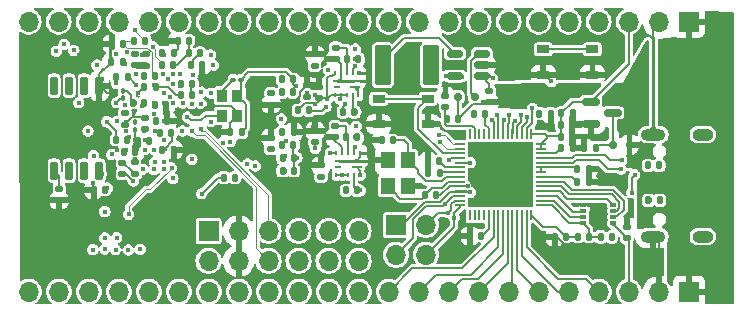
<source format=gbr>
%TF.GenerationSoftware,KiCad,Pcbnew,8.0.6*%
%TF.CreationDate,2024-12-01T18:19:07-08:00*%
%TF.ProjectId,SYNC-VT,53594e43-2d56-4542-9e6b-696361645f70,rev?*%
%TF.SameCoordinates,Original*%
%TF.FileFunction,Copper,L6,Bot*%
%TF.FilePolarity,Positive*%
%FSLAX46Y46*%
G04 Gerber Fmt 4.6, Leading zero omitted, Abs format (unit mm)*
G04 Created by KiCad (PCBNEW 8.0.6) date 2024-12-01 18:19:07*
%MOMM*%
%LPD*%
G01*
G04 APERTURE LIST*
G04 Aperture macros list*
%AMRoundRect*
0 Rectangle with rounded corners*
0 $1 Rounding radius*
0 $2 $3 $4 $5 $6 $7 $8 $9 X,Y pos of 4 corners*
0 Add a 4 corners polygon primitive as box body*
4,1,4,$2,$3,$4,$5,$6,$7,$8,$9,$2,$3,0*
0 Add four circle primitives for the rounded corners*
1,1,$1+$1,$2,$3*
1,1,$1+$1,$4,$5*
1,1,$1+$1,$6,$7*
1,1,$1+$1,$8,$9*
0 Add four rect primitives between the rounded corners*
20,1,$1+$1,$2,$3,$4,$5,0*
20,1,$1+$1,$4,$5,$6,$7,0*
20,1,$1+$1,$6,$7,$8,$9,0*
20,1,$1+$1,$8,$9,$2,$3,0*%
G04 Aperture macros list end*
%TA.AperFunction,SMDPad,CuDef*%
%ADD10R,1.050000X0.650000*%
%TD*%
%TA.AperFunction,SMDPad,CuDef*%
%ADD11RoundRect,0.140000X-0.170000X0.140000X-0.170000X-0.140000X0.170000X-0.140000X0.170000X0.140000X0*%
%TD*%
%TA.AperFunction,SMDPad,CuDef*%
%ADD12RoundRect,0.140000X0.170000X-0.140000X0.170000X0.140000X-0.170000X0.140000X-0.170000X-0.140000X0*%
%TD*%
%TA.AperFunction,ComponentPad*%
%ADD13R,1.700000X1.700000*%
%TD*%
%TA.AperFunction,ComponentPad*%
%ADD14O,1.700000X1.700000*%
%TD*%
%TA.AperFunction,ComponentPad*%
%ADD15O,2.100000X1.000000*%
%TD*%
%TA.AperFunction,ComponentPad*%
%ADD16O,1.800000X1.000000*%
%TD*%
%TA.AperFunction,SMDPad,CuDef*%
%ADD17RoundRect,0.140000X-0.140000X-0.170000X0.140000X-0.170000X0.140000X0.170000X-0.140000X0.170000X0*%
%TD*%
%TA.AperFunction,SMDPad,CuDef*%
%ADD18RoundRect,0.140000X0.140000X0.170000X-0.140000X0.170000X-0.140000X-0.170000X0.140000X-0.170000X0*%
%TD*%
%TA.AperFunction,SMDPad,CuDef*%
%ADD19RoundRect,0.150000X0.150000X0.200000X-0.150000X0.200000X-0.150000X-0.200000X0.150000X-0.200000X0*%
%TD*%
%TA.AperFunction,SMDPad,CuDef*%
%ADD20RoundRect,0.100000X-0.100000X0.130000X-0.100000X-0.130000X0.100000X-0.130000X0.100000X0.130000X0*%
%TD*%
%TA.AperFunction,SMDPad,CuDef*%
%ADD21RoundRect,0.249999X-0.450001X-1.450001X0.450001X-1.450001X0.450001X1.450001X-0.450001X1.450001X0*%
%TD*%
%TA.AperFunction,SMDPad,CuDef*%
%ADD22RoundRect,0.150000X-0.150000X0.650000X-0.150000X-0.650000X0.150000X-0.650000X0.150000X0.650000X0*%
%TD*%
%TA.AperFunction,SMDPad,CuDef*%
%ADD23RoundRect,0.147500X0.147500X0.172500X-0.147500X0.172500X-0.147500X-0.172500X0.147500X-0.172500X0*%
%TD*%
%TA.AperFunction,SMDPad,CuDef*%
%ADD24R,0.600000X0.250000*%
%TD*%
%TA.AperFunction,SMDPad,CuDef*%
%ADD25R,0.900000X0.250000*%
%TD*%
%TA.AperFunction,SMDPad,CuDef*%
%ADD26R,0.250000X0.450000*%
%TD*%
%TA.AperFunction,SMDPad,CuDef*%
%ADD27R,0.900000X1.100000*%
%TD*%
%TA.AperFunction,SMDPad,CuDef*%
%ADD28RoundRect,0.100000X0.130000X0.100000X-0.130000X0.100000X-0.130000X-0.100000X0.130000X-0.100000X0*%
%TD*%
%TA.AperFunction,SMDPad,CuDef*%
%ADD29RoundRect,0.050000X0.050000X-0.387500X0.050000X0.387500X-0.050000X0.387500X-0.050000X-0.387500X0*%
%TD*%
%TA.AperFunction,SMDPad,CuDef*%
%ADD30RoundRect,0.050000X0.387500X-0.050000X0.387500X0.050000X-0.387500X0.050000X-0.387500X-0.050000X0*%
%TD*%
%TA.AperFunction,HeatsinkPad*%
%ADD31R,3.200000X3.200000*%
%TD*%
%TA.AperFunction,SMDPad,CuDef*%
%ADD32RoundRect,0.150000X-0.587500X-0.150000X0.587500X-0.150000X0.587500X0.150000X-0.587500X0.150000X0*%
%TD*%
%TA.AperFunction,SMDPad,CuDef*%
%ADD33R,1.200000X1.400000*%
%TD*%
%TA.AperFunction,SMDPad,CuDef*%
%ADD34RoundRect,0.147500X-0.172500X0.147500X-0.172500X-0.147500X0.172500X-0.147500X0.172500X0.147500X0*%
%TD*%
%TA.AperFunction,SMDPad,CuDef*%
%ADD35RoundRect,0.150000X0.512500X0.150000X-0.512500X0.150000X-0.512500X-0.150000X0.512500X-0.150000X0*%
%TD*%
%TA.AperFunction,SMDPad,CuDef*%
%ADD36RoundRect,0.087500X-0.175000X-0.087500X0.175000X-0.087500X0.175000X0.087500X-0.175000X0.087500X0*%
%TD*%
%TA.AperFunction,HeatsinkPad*%
%ADD37R,1.400000X1.600000*%
%TD*%
%TA.AperFunction,SMDPad,CuDef*%
%ADD38RoundRect,0.150000X-0.150000X-0.200000X0.150000X-0.200000X0.150000X0.200000X-0.150000X0.200000X0*%
%TD*%
%TA.AperFunction,ViaPad*%
%ADD39C,0.600000*%
%TD*%
%TA.AperFunction,ViaPad*%
%ADD40C,0.450000*%
%TD*%
%TA.AperFunction,Conductor*%
%ADD41C,0.200000*%
%TD*%
%TA.AperFunction,Conductor*%
%ADD42C,0.090000*%
%TD*%
G04 APERTURE END LIST*
D10*
%TO.P,J2,1,1*%
%TO.N,Net-(J2-Pad1)*%
X138005000Y-40265000D03*
X133855000Y-40265000D03*
%TO.P,J2,2,2*%
%TO.N,GND*%
X138005000Y-42415000D03*
X133855000Y-42415000D03*
%TD*%
%TO.P,J1,1,1*%
%TO.N,/Peripheral/RUN*%
X124045000Y-44460000D03*
X119895000Y-44460000D03*
%TO.P,J1,2,2*%
%TO.N,GND*%
X124045000Y-46610000D03*
X119895000Y-46610000D03*
%TD*%
D11*
%TO.P,C12,2*%
%TO.N,+1V8*%
X114520000Y-48150000D03*
%TO.P,C12,1*%
%TO.N,GND*%
X114520000Y-47190000D03*
%TD*%
D12*
%TO.P,C11,2*%
%TO.N,+1V0*%
X110790000Y-43990000D03*
%TO.P,C11,1*%
%TO.N,GND*%
X110790000Y-44950000D03*
%TD*%
D11*
%TO.P,C5,2*%
%TO.N,+1V8*%
X110750000Y-48710000D03*
%TO.P,C5,1*%
%TO.N,GND*%
X110750000Y-47750000D03*
%TD*%
D13*
%TO.P,J5,1,Pin_1*%
%TO.N,VBUS0*%
X146150000Y-37920000D03*
D14*
%TO.P,J5,2,Pin_2*%
%TO.N,GND*%
X143610000Y-37920000D03*
%TO.P,J5,3,Pin_3*%
%TO.N,+3.3VA*%
X141070000Y-37920000D03*
%TO.P,J5,4,Pin_4*%
%TO.N,GPIO29*%
X138530000Y-37920000D03*
%TO.P,J5,5,Pin_5*%
%TO.N,GPIO28*%
X135990000Y-37920000D03*
%TO.P,J5,6,Pin_6*%
%TO.N,GPIO27*%
X133450000Y-37920000D03*
%TO.P,J5,7,Pin_7*%
%TO.N,GPIO26*%
X130910000Y-37920000D03*
%TO.P,J5,8,Pin_8*%
%TO.N,GPIO25*%
X128370000Y-37920000D03*
%TO.P,J5,9,Pin_9*%
%TO.N,GPIO24*%
X125830000Y-37920000D03*
%TO.P,J5,10,Pin_10*%
%TO.N,GPIO23*%
X123290000Y-37920000D03*
%TO.P,J5,11,Pin_11*%
%TO.N,GPIO22*%
X120750000Y-37920000D03*
%TO.P,J5,12,Pin_12*%
%TO.N,MIO34*%
X118210000Y-37920000D03*
%TO.P,J5,13,Pin_13*%
%TO.N,MIO35*%
X115670000Y-37920000D03*
%TO.P,J5,14,Pin_14*%
%TO.N,MIO36*%
X113130000Y-37920000D03*
%TO.P,J5,15,Pin_15*%
%TO.N,MIO37*%
X110590000Y-37920000D03*
%TO.P,J5,16,Pin_16*%
%TO.N,MIO39*%
X108050000Y-37920000D03*
%TO.P,J5,17,Pin_17*%
%TO.N,MIO38*%
X105510000Y-37920000D03*
%TO.P,J5,18,Pin_18*%
%TO.N,MIO41*%
X102970000Y-37920000D03*
%TO.P,J5,19,Pin_19*%
%TO.N,MIO43*%
X100430000Y-37920000D03*
%TO.P,J5,20,Pin_20*%
%TO.N,MIO42*%
X97890000Y-37920000D03*
%TO.P,J5,21,Pin_21*%
%TO.N,MIO40*%
X95350000Y-37920000D03*
%TO.P,J5,22,Pin_22*%
%TO.N,MIO11*%
X92810000Y-37920000D03*
%TO.P,J5,23,Pin_23*%
%TO.N,MIO14*%
X90270000Y-37920000D03*
%TD*%
D13*
%TO.P,J6,1,Pin_1*%
%TO.N,GPIO15*%
X121370000Y-55130000D03*
D14*
%TO.P,J6,2,Pin_2*%
%TO.N,GPIO14*%
X121370000Y-57670000D03*
%TO.P,J6,3,Pin_3*%
%TO.N,GPIO13*%
X123910000Y-55130000D03*
%TO.P,J6,4,Pin_4*%
%TO.N,GPIO12*%
X123910000Y-57670000D03*
%TD*%
D13*
%TO.P,J4,1,Pin_1*%
%TO.N,VBUS0*%
X146160000Y-60790000D03*
D14*
%TO.P,J4,2,Pin_2*%
%TO.N,GND*%
X143620000Y-60790000D03*
%TO.P,J4,3,Pin_3*%
%TO.N,+3.3VA*%
X141080000Y-60790000D03*
%TO.P,J4,4,Pin_4*%
%TO.N,GPIO0*%
X138540000Y-60790000D03*
%TO.P,J4,5,Pin_5*%
%TO.N,GPIO1*%
X136000000Y-60790000D03*
%TO.P,J4,6,Pin_6*%
%TO.N,GPIO2*%
X133460000Y-60790000D03*
%TO.P,J4,7,Pin_7*%
%TO.N,GPIO3*%
X130920000Y-60790000D03*
%TO.P,J4,8,Pin_8*%
%TO.N,GPIO4*%
X128380000Y-60790000D03*
%TO.P,J4,9,Pin_9*%
%TO.N,GPIO5*%
X125840000Y-60790000D03*
%TO.P,J4,10,Pin_10*%
%TO.N,GPIO6*%
X123300000Y-60790000D03*
%TO.P,J4,11,Pin_11*%
%TO.N,GPIO7*%
X120760000Y-60790000D03*
%TO.P,J4,12,Pin_12*%
%TO.N,IO8N*%
X118220000Y-60790000D03*
%TO.P,J4,13,Pin_13*%
%TO.N,IO9N*%
X115680000Y-60790000D03*
%TO.P,J4,14,Pin_14*%
%TO.N,IO7N*%
X113140000Y-60790000D03*
%TO.P,J4,15,Pin_15*%
%TO.N,IO15P*%
X110600000Y-60790000D03*
%TO.P,J4,16,Pin_16*%
%TO.N,IO15N*%
X108060000Y-60790000D03*
%TO.P,J4,17,Pin_17*%
%TO.N,IO7P*%
X105520000Y-60790000D03*
%TO.P,J4,18,Pin_18*%
%TO.N,IO18N*%
X102980000Y-60790000D03*
%TO.P,J4,19,Pin_19*%
%TO.N,IO17N*%
X100440000Y-60790000D03*
%TO.P,J4,20,Pin_20*%
%TO.N,IO18P*%
X97900000Y-60790000D03*
%TO.P,J4,21,Pin_21*%
%TO.N,IO17P*%
X95360000Y-60790000D03*
%TO.P,J4,22,Pin_22*%
%TO.N,IO13N*%
X92820000Y-60790000D03*
%TO.P,J4,23,Pin_23*%
%TO.N,IO16N*%
X90280000Y-60790000D03*
%TD*%
D15*
%TO.P,USB_C_ESP1,S1,SHIELD*%
%TO.N,GND*%
X143163750Y-56120000D03*
D16*
X147343750Y-56120000D03*
D15*
X143163750Y-47480000D03*
D16*
X147343750Y-47480000D03*
%TD*%
D13*
%TO.P,J3,1,Pin_1*%
%TO.N,+3V3*%
X105500000Y-55640000D03*
D14*
%TO.P,J3,2,Pin_2*%
X105500000Y-58180000D03*
%TO.P,J3,3,Pin_3*%
%TO.N,GND*%
X108040000Y-55640000D03*
%TO.P,J3,4,Pin_4*%
X108040000Y-58180000D03*
%TO.P,J3,5,Pin_5*%
%TO.N,IO5N*%
X110580000Y-55640000D03*
%TO.P,J3,6,Pin_6*%
%TO.N,IO5P*%
X110580000Y-58180000D03*
%TO.P,J3,7,Pin_7*%
%TO.N,IO3N*%
X113120000Y-55640000D03*
%TO.P,J3,8,Pin_8*%
%TO.N,IO2P*%
X113120000Y-58180000D03*
%TO.P,J3,9,Pin_9*%
%TO.N,IOL5P*%
X115660000Y-55640000D03*
%TO.P,J3,10,Pin_10*%
%TO.N,IO1P*%
X115660000Y-58180000D03*
%TO.P,J3,11,Pin_11*%
%TO.N,IOL5N*%
X118200000Y-55640000D03*
%TO.P,J3,12,Pin_12*%
%TO.N,IO3P*%
X118200000Y-58180000D03*
%TD*%
D17*
%TO.P,C2,1*%
%TO.N,Net-(U9-XIN)*%
X123790000Y-52640000D03*
%TO.P,C2,2*%
%TO.N,GND*%
X124750000Y-52640000D03*
%TD*%
D18*
%TO.P,R40,1*%
%TO.N,+3V3*%
X104780000Y-40580000D03*
%TO.P,R40,2*%
%TO.N,Net-(R19-Pad1)*%
X103820000Y-40580000D03*
%TD*%
D11*
%TO.P,R36,2*%
%TO.N,GPIO19*%
X125560000Y-45180000D03*
%TO.P,R36,1*%
%TO.N,GND*%
X125560000Y-44220000D03*
%TD*%
D19*
%TO.P,D4,1,K*%
%TO.N,Net-(D4-K)*%
X139742500Y-48350000D03*
%TO.P,D4,2,A*%
%TO.N,VBUS0*%
X141142500Y-48350000D03*
%TD*%
D18*
%TO.P,C4,1*%
%TO.N,+1V1*%
X125030000Y-49750000D03*
%TO.P,C4,2*%
%TO.N,GND*%
X124070000Y-49750000D03*
%TD*%
D17*
%TO.P,C33,1*%
%TO.N,+3.3VA*%
X135330000Y-47650000D03*
%TO.P,C33,2*%
%TO.N,GND*%
X136290000Y-47650000D03*
%TD*%
D12*
%TO.P,R11,1*%
%TO.N,Net-(D1-K)*%
X99280000Y-50790000D03*
%TO.P,R11,2*%
%TO.N,Net-(U3A-DONE_0)*%
X99280000Y-49830000D03*
%TD*%
D17*
%TO.P,R41,1*%
%TO.N,GND*%
X97300000Y-39800000D03*
%TO.P,R41,2*%
%TO.N,Net-(R18-Pad1)*%
X98260000Y-39800000D03*
%TD*%
D18*
%TO.P,R6,1*%
%TO.N,Net-(TP1-Pin_1)*%
X118090001Y-52205001D03*
%TO.P,R6,2*%
%TO.N,+3V3*%
X117130001Y-52205001D03*
%TD*%
D17*
%TO.P,C29,1*%
%TO.N,+3.3VA*%
X136730000Y-50370000D03*
%TO.P,C29,2*%
%TO.N,GND*%
X137690000Y-50370000D03*
%TD*%
D20*
%TO.P,FB1,1*%
%TO.N,VCCQ*%
X98270000Y-43770000D03*
%TO.P,FB1,2*%
%TO.N,+1V8*%
X98270000Y-44410000D03*
%TD*%
D18*
%TO.P,R12,1*%
%TO.N,+3V3*%
X98640000Y-42610000D03*
%TO.P,R12,2*%
%TO.N,Net-(U3A-INIT_B_0)*%
X97680000Y-42610000D03*
%TD*%
D17*
%TO.P,C28,1*%
%TO.N,+3.3VA*%
X135380000Y-45660000D03*
%TO.P,C28,2*%
%TO.N,GND*%
X136340000Y-45660000D03*
%TD*%
%TO.P,R14,1*%
%TO.N,GND*%
X97280000Y-41360000D03*
%TO.P,R14,2*%
%TO.N,Net-(U3D-PS_MIO8_500)*%
X98240000Y-41360000D03*
%TD*%
D21*
%TO.P,L1,1,1*%
%TO.N,Net-(U11-LX)*%
X120250000Y-41620000D03*
%TO.P,L1,2,2*%
%TO.N,+3V3*%
X124350000Y-41620000D03*
%TD*%
D17*
%TO.P,C36,1*%
%TO.N,GND*%
X137310000Y-48600000D03*
%TO.P,C36,2*%
%TO.N,Net-(D4-K)*%
X138270000Y-48600000D03*
%TD*%
%TO.P,R32,1*%
%TO.N,QSPI_SS*%
X138700000Y-56150000D03*
%TO.P,R32,2*%
%TO.N,Net-(J2-Pad1)*%
X139660000Y-56150000D03*
%TD*%
D18*
%TO.P,R18,1*%
%TO.N,Net-(R18-Pad1)*%
X100970000Y-42530000D03*
%TO.P,R18,2*%
%TO.N,SPI-D2*%
X100010000Y-42530000D03*
%TD*%
D17*
%TO.P,R23,1*%
%TO.N,+3V3*%
X106780002Y-51120000D03*
%TO.P,R23,2*%
%TO.N,Net-(R23-Pad2)*%
X107740002Y-51120000D03*
%TD*%
%TO.P,C31,1*%
%TO.N,+3.3VA*%
X133500000Y-45710000D03*
%TO.P,C31,2*%
%TO.N,GND*%
X134460000Y-45710000D03*
%TD*%
%TO.P,C25,1*%
%TO.N,+3V3*%
X104010000Y-41560000D03*
%TO.P,C25,2*%
%TO.N,GND*%
X104970000Y-41560000D03*
%TD*%
D18*
%TO.P,R13,1*%
%TO.N,Net-(U3A-PROGRAM_B_0)*%
X98630000Y-47910000D03*
%TO.P,R13,2*%
%TO.N,+3V3*%
X97670000Y-47910000D03*
%TD*%
%TO.P,R19,1*%
%TO.N,Net-(R19-Pad1)*%
X102520000Y-41560000D03*
%TO.P,R19,2*%
%TO.N,SPI-D3*%
X101560000Y-41560000D03*
%TD*%
%TO.P,R21,1*%
%TO.N,+3V3*%
X100140000Y-39560000D03*
%TO.P,R21,2*%
%TO.N,Net-(R18-Pad1)*%
X99180000Y-39560000D03*
%TD*%
D12*
%TO.P,R38,1*%
%TO.N,VBUS0*%
X129270000Y-44750000D03*
%TO.P,R38,2*%
%TO.N,Net-(TP11-Pin_1)*%
X129270000Y-43790000D03*
%TD*%
D22*
%TO.P,U5,1,~{CS}*%
%TO.N,SPI-CS*%
X92425000Y-43360000D03*
%TO.P,U5,2,DO(IO1)*%
%TO.N,SPI-D1*%
X93695000Y-43360000D03*
%TO.P,U5,3,IO2*%
%TO.N,SPI-D2*%
X94965000Y-43360000D03*
%TO.P,U5,4,GND*%
%TO.N,GND*%
X96235000Y-43360000D03*
%TO.P,U5,5,DI(IO0)*%
%TO.N,SPI-D0*%
X96235000Y-50560000D03*
%TO.P,U5,6,CLK*%
%TO.N,SPI-CLK*%
X94965000Y-50560000D03*
%TO.P,U5,7,IO3*%
%TO.N,SPI-D3*%
X93695000Y-50560000D03*
%TO.P,U5,8,VCC*%
%TO.N,+3V3*%
X92425000Y-50560000D03*
%TD*%
D23*
%TO.P,D2,1,K*%
%TO.N,Net-(D2-K)*%
X104115000Y-44160000D03*
%TO.P,D2,2,A*%
%TO.N,MIO7*%
X103145000Y-44160000D03*
%TD*%
D12*
%TO.P,R17,1*%
%TO.N,GND*%
X99260000Y-41630000D03*
%TO.P,R17,2*%
%TO.N,SPI-D1*%
X99260000Y-40670000D03*
%TD*%
D17*
%TO.P,R33,1*%
%TO.N,Net-(USB_C_ESP1-CC1)*%
X142748750Y-53040000D03*
%TO.P,R33,2*%
%TO.N,GND*%
X143708750Y-53040000D03*
%TD*%
D18*
%TO.P,R25,1*%
%TO.N,+3V3*%
X112740002Y-49450000D03*
%TO.P,R25,2*%
%TO.N,MIO33*%
X111780002Y-49450000D03*
%TD*%
D17*
%TO.P,R1,1*%
%TO.N,Net-(U1-FB)*%
X117220000Y-41100000D03*
%TO.P,R1,2*%
%TO.N,+1V0*%
X118180000Y-41100000D03*
%TD*%
%TO.P,R42,1*%
%TO.N,GND*%
X102880000Y-39530000D03*
%TO.P,R42,2*%
%TO.N,Net-(R19-Pad1)*%
X103840000Y-39530000D03*
%TD*%
%TO.P,R34,1*%
%TO.N,Net-(USB_C_ESP1-CC2)*%
X142698750Y-50090000D03*
%TO.P,R34,2*%
%TO.N,GND*%
X143658750Y-50090000D03*
%TD*%
D18*
%TO.P,C16,1*%
%TO.N,+1V8*%
X96730000Y-52150000D03*
%TO.P,C16,2*%
%TO.N,GND*%
X95770000Y-52150000D03*
%TD*%
D24*
%TO.P,U2,1,SW*%
%TO.N,unconnected-(U2-SW-Pad1)*%
X116480000Y-50230000D03*
D25*
%TO.P,U2,2,PGND*%
%TO.N,GND*%
X116630000Y-49730000D03*
D26*
%TO.P,U2,3,EN*%
%TO.N,+3V3*%
X116330000Y-49055001D03*
%TO.P,U2,4,AGND*%
%TO.N,GND*%
X116830002Y-49055001D03*
%TO.P,U2,5,FB*%
%TO.N,Net-(U2-FB)*%
X117330001Y-49055001D03*
%TO.P,U2,6,OUT_S*%
%TO.N,+1V8*%
X117830000Y-49055001D03*
%TO.P,U2,7,PGND*%
%TO.N,GND*%
X118330002Y-49055001D03*
D25*
%TO.P,U2,8,PGND*%
X118030002Y-49730000D03*
%TO.P,U2,9,OUT*%
%TO.N,+1V8*%
X118030002Y-50230000D03*
D26*
%TO.P,U2,10,OUT*%
X118330002Y-50904999D03*
%TO.P,U2,11,PG*%
%TO.N,Net-(TP1-Pin_1)*%
X117830000Y-50904999D03*
%TO.P,U2,12,IN*%
%TO.N,+3V3*%
X117330001Y-50904999D03*
%TO.P,U2,13,IN*%
X116830002Y-50904999D03*
%TO.P,U2,14,IN*%
X116330000Y-50904999D03*
%TD*%
D27*
%TO.P,X1,1,OE*%
%TO.N,+3V3*%
X107940002Y-44180000D03*
%TO.P,X1,2,GND*%
%TO.N,GND*%
X107940002Y-45880000D03*
%TO.P,X1,3,OUT*%
%TO.N,33.33Mhz*%
X106640002Y-45880000D03*
%TO.P,X1,4,Vcc*%
%TO.N,Net-(X1-Vcc)*%
X106640002Y-44180000D03*
%TD*%
D18*
%TO.P,R24,1*%
%TO.N,+3V3*%
X112740002Y-50550000D03*
%TO.P,R24,2*%
%TO.N,MIO32*%
X111780002Y-50550000D03*
%TD*%
D17*
%TO.P,R35,1*%
%TO.N,GPIO19*%
X125680000Y-46140000D03*
%TO.P,R35,2*%
%TO.N,VBUS0*%
X126640000Y-46140000D03*
%TD*%
D11*
%TO.P,C26,1*%
%TO.N,+3V3*%
X92850000Y-52090000D03*
%TO.P,C26,2*%
%TO.N,GND*%
X92850000Y-53050000D03*
%TD*%
D17*
%TO.P,C17,1*%
%TO.N,+1V8*%
X98310000Y-48920000D03*
%TO.P,C17,2*%
%TO.N,GND*%
X99270000Y-48920000D03*
%TD*%
D18*
%TO.P,R15,1*%
%TO.N,GND*%
X102550000Y-40560000D03*
%TO.P,R15,2*%
%TO.N,SPI-CLK*%
X101590000Y-40560000D03*
%TD*%
%TO.P,C32,1*%
%TO.N,+3.3VA*%
X128910000Y-45780000D03*
%TO.P,C32,2*%
%TO.N,GND*%
X127950000Y-45780000D03*
%TD*%
%TO.P,C35,1*%
%TO.N,+3.3VA*%
X128600000Y-56050000D03*
%TO.P,C35,2*%
%TO.N,GND*%
X127640000Y-56050000D03*
%TD*%
D12*
%TO.P,C37,1*%
%TO.N,+3.3VA*%
X140920000Y-56230000D03*
%TO.P,C37,2*%
%TO.N,GND*%
X140920000Y-55270000D03*
%TD*%
D17*
%TO.P,R22,1*%
%TO.N,GND*%
X103160000Y-43180000D03*
%TO.P,R22,2*%
%TO.N,Net-(D2-K)*%
X104120000Y-43180000D03*
%TD*%
%TO.P,R20,1*%
%TO.N,GND*%
X100070000Y-43480000D03*
%TO.P,R20,2*%
%TO.N,MIO7*%
X101030000Y-43480000D03*
%TD*%
%TO.P,C6,1*%
%TO.N,+1V1*%
X136710000Y-51520000D03*
%TO.P,C6,2*%
%TO.N,GND*%
X137670000Y-51520000D03*
%TD*%
%TO.P,C18,1*%
%TO.N,VCCQ*%
X99090000Y-44780000D03*
%TO.P,C18,2*%
%TO.N,GNDA*%
X100050000Y-44780000D03*
%TD*%
D18*
%TO.P,C24,1*%
%TO.N,+3V3*%
X100470000Y-47990000D03*
%TO.P,C24,2*%
%TO.N,GND*%
X99510000Y-47990000D03*
%TD*%
D12*
%TO.P,C8,1*%
%TO.N,+3V3*%
X115020002Y-51050000D03*
%TO.P,C8,2*%
%TO.N,GND*%
X115020002Y-50090000D03*
%TD*%
D17*
%TO.P,C7,1*%
%TO.N,+1V1*%
X135380000Y-48620000D03*
%TO.P,C7,2*%
%TO.N,GND*%
X136340000Y-48620000D03*
%TD*%
D20*
%TO.P,FB2,1*%
%TO.N,GNDA*%
X99290000Y-46440000D03*
%TO.P,FB2,2*%
%TO.N,GND*%
X99290000Y-47080000D03*
%TD*%
D18*
%TO.P,C22,1*%
%TO.N,+1V0*%
X102320000Y-47370000D03*
%TO.P,C22,2*%
%TO.N,GND*%
X101360000Y-47370000D03*
%TD*%
%TO.P,R4,1*%
%TO.N,Net-(TP2-Pin_1)*%
X117840002Y-45570000D03*
%TO.P,R4,2*%
%TO.N,+3V3*%
X116880002Y-45570000D03*
%TD*%
D12*
%TO.P,R2,1*%
%TO.N,GND*%
X116270002Y-41090000D03*
%TO.P,R2,2*%
%TO.N,Net-(U1-FB)*%
X116270002Y-40130000D03*
%TD*%
D18*
%TO.P,C34,1*%
%TO.N,+3.3VA*%
X125070000Y-50760000D03*
%TO.P,C34,2*%
%TO.N,GND*%
X124110000Y-50760000D03*
%TD*%
D17*
%TO.P,C30,1*%
%TO.N,+3.3VA*%
X135330000Y-46660000D03*
%TO.P,C30,2*%
%TO.N,GND*%
X136290000Y-46660000D03*
%TD*%
%TO.P,C15,1*%
%TO.N,+1V8*%
X101050000Y-46360000D03*
%TO.P,C15,2*%
%TO.N,GND*%
X102010000Y-46360000D03*
%TD*%
D28*
%TO.P,FB3,1*%
%TO.N,+3V3*%
X108235002Y-42830000D03*
%TO.P,FB3,2*%
%TO.N,Net-(X1-Vcc)*%
X107595002Y-42830000D03*
%TD*%
D29*
%TO.P,U9,1,IOVDD*%
%TO.N,+3.3VA*%
X132830000Y-54307500D03*
%TO.P,U9,2,GPIO0*%
%TO.N,GPIO0*%
X132430000Y-54307500D03*
%TO.P,U9,3,GPIO1*%
%TO.N,GPIO1*%
X132030000Y-54307500D03*
%TO.P,U9,4,GPIO2*%
%TO.N,GPIO2*%
X131630000Y-54307500D03*
%TO.P,U9,5,GPIO3*%
%TO.N,GPIO3*%
X131230000Y-54307500D03*
%TO.P,U9,6,GPIO4*%
%TO.N,GPIO4*%
X130830000Y-54307500D03*
%TO.P,U9,7,GPIO5*%
%TO.N,GPIO5*%
X130430000Y-54307500D03*
%TO.P,U9,8,GPIO6*%
%TO.N,GPIO6*%
X130030000Y-54307500D03*
%TO.P,U9,9,GPIO7*%
%TO.N,GPIO7*%
X129630000Y-54307500D03*
%TO.P,U9,10,IOVDD*%
%TO.N,+3.3VA*%
X129230000Y-54307500D03*
%TO.P,U9,11,GPIO8*%
%TO.N,GPIO8*%
X128830000Y-54307500D03*
%TO.P,U9,12,GPIO9*%
%TO.N,GPIO9*%
X128430000Y-54307500D03*
%TO.P,U9,13,GPIO10*%
%TO.N,GPIO10*%
X128030000Y-54307500D03*
%TO.P,U9,14,GPIO11*%
%TO.N,GPIO11*%
X127630000Y-54307500D03*
D30*
%TO.P,U9,15,GPIO12*%
%TO.N,GPIO12*%
X126792500Y-53470000D03*
%TO.P,U9,16,GPIO13*%
%TO.N,GPIO13*%
X126792500Y-53070000D03*
%TO.P,U9,17,GPIO14*%
%TO.N,GPIO14*%
X126792500Y-52670000D03*
%TO.P,U9,18,GPIO15*%
%TO.N,GPIO15*%
X126792500Y-52270000D03*
%TO.P,U9,19,TESTEN*%
%TO.N,GND*%
X126792500Y-51870000D03*
%TO.P,U9,20,XIN*%
%TO.N,Net-(U9-XIN)*%
X126792500Y-51470000D03*
%TO.P,U9,21,XOUT*%
%TO.N,Net-(U9-XOUT)*%
X126792500Y-51070000D03*
%TO.P,U9,22,IOVDD*%
%TO.N,+3.3VA*%
X126792500Y-50670000D03*
%TO.P,U9,23,DVDD*%
%TO.N,+1V1*%
X126792500Y-50270000D03*
%TO.P,U9,24,SWCLK*%
%TO.N,/Peripheral/SWCLK*%
X126792500Y-49870000D03*
%TO.P,U9,25,SWD*%
%TO.N,/Peripheral/SWD*%
X126792500Y-49470000D03*
%TO.P,U9,26,RUN*%
%TO.N,/Peripheral/RUN*%
X126792500Y-49070000D03*
%TO.P,U9,27,GPIO16*%
%TO.N,GPIO16*%
X126792500Y-48670000D03*
%TO.P,U9,28,GPIO17*%
%TO.N,GPIO17*%
X126792500Y-48270000D03*
D29*
%TO.P,U9,29,GPIO18*%
%TO.N,GPIO18*%
X127630000Y-47432500D03*
%TO.P,U9,30,GPIO19*%
%TO.N,GPIO19*%
X128030000Y-47432500D03*
%TO.P,U9,31,GPIO20*%
%TO.N,GPIO20*%
X128430000Y-47432500D03*
%TO.P,U9,32,GPIO21*%
%TO.N,GPIO21*%
X128830000Y-47432500D03*
%TO.P,U9,33,IOVDD*%
%TO.N,+3.3VA*%
X129230000Y-47432500D03*
%TO.P,U9,34,GPIO22*%
%TO.N,GPIO22*%
X129630000Y-47432500D03*
%TO.P,U9,35,GPIO23*%
%TO.N,GPIO23*%
X130030000Y-47432500D03*
%TO.P,U9,36,GPIO24*%
%TO.N,GPIO24*%
X130430000Y-47432500D03*
%TO.P,U9,37,GPIO25*%
%TO.N,GPIO25*%
X130830000Y-47432500D03*
%TO.P,U9,38,GPIO26_ADC0*%
%TO.N,GPIO26*%
X131230000Y-47432500D03*
%TO.P,U9,39,GPIO27_ADC1*%
%TO.N,GPIO27*%
X131630000Y-47432500D03*
%TO.P,U9,40,GPIO28_ADC2*%
%TO.N,GPIO28*%
X132030000Y-47432500D03*
%TO.P,U9,41,GPIO29_ADC3*%
%TO.N,GPIO29*%
X132430000Y-47432500D03*
%TO.P,U9,42,IOVDD*%
%TO.N,+3.3VA*%
X132830000Y-47432500D03*
D30*
%TO.P,U9,43,ADC_AVDD*%
X133667500Y-48270000D03*
%TO.P,U9,44,VREG_IN*%
X133667500Y-48670000D03*
%TO.P,U9,45,VREG_VOUT*%
%TO.N,+1V1*%
X133667500Y-49070000D03*
%TO.P,U9,46,USB_DM*%
%TO.N,USB_D-0*%
X133667500Y-49470000D03*
%TO.P,U9,47,USB_DP*%
%TO.N,USB_D+0*%
X133667500Y-49870000D03*
%TO.P,U9,48,USB_VDD*%
%TO.N,+3.3VA*%
X133667500Y-50270000D03*
%TO.P,U9,49,IOVDD*%
X133667500Y-50670000D03*
%TO.P,U9,50,DVDD*%
%TO.N,+1V1*%
X133667500Y-51070000D03*
%TO.P,U9,51,QSPI_SD3*%
%TO.N,QSPI_SD3*%
X133667500Y-51470000D03*
%TO.P,U9,52,QSPI_SCLK*%
%TO.N,QSPI_SCLK*%
X133667500Y-51870000D03*
%TO.P,U9,53,QSPI_SD0*%
%TO.N,QSPI_SD0*%
X133667500Y-52270000D03*
%TO.P,U9,54,QSPI_SD2*%
%TO.N,QSPI_SD2*%
X133667500Y-52670000D03*
%TO.P,U9,55,QSPI_SD1*%
%TO.N,QSPI_SD1*%
X133667500Y-53070000D03*
%TO.P,U9,56,QSPI_SS*%
%TO.N,QSPI_SS*%
X133667500Y-53470000D03*
D31*
%TO.P,U9,57,GND*%
%TO.N,GND*%
X130230000Y-50870000D03*
%TD*%
D32*
%TO.P,U8,1,GND*%
%TO.N,GND*%
X137852500Y-46600000D03*
%TO.P,U8,2,VO*%
%TO.N,+3.3VA*%
X137852500Y-44700000D03*
%TO.P,U8,3,VI*%
%TO.N,Net-(D4-K)*%
X139727500Y-45650000D03*
%TD*%
D18*
%TO.P,C3,1*%
%TO.N,Net-(U9-XOUT)*%
X121110000Y-47970000D03*
%TO.P,C3,2*%
%TO.N,GND*%
X120150000Y-47970000D03*
%TD*%
D17*
%TO.P,R3,1*%
%TO.N,Net-(U2-FB)*%
X117135001Y-47715001D03*
%TO.P,R3,2*%
%TO.N,+1V8*%
X118095001Y-47715001D03*
%TD*%
D33*
%TO.P,Y1,1,1*%
%TO.N,Net-(U9-XIN)*%
X120690000Y-51850000D03*
%TO.P,Y1,2,2*%
%TO.N,GND*%
X120690000Y-49650000D03*
%TO.P,Y1,3,3*%
%TO.N,Net-(U9-XOUT)*%
X122390000Y-49650000D03*
%TO.P,Y1,4,4*%
%TO.N,GND*%
X122390000Y-51850000D03*
%TD*%
D17*
%TO.P,C20,1*%
%TO.N,+1V0*%
X100950000Y-44950000D03*
%TO.P,C20,2*%
%TO.N,GND*%
X101910000Y-44950000D03*
%TD*%
D34*
%TO.P,D1,1,K*%
%TO.N,Net-(D1-K)*%
X98210000Y-49855000D03*
%TO.P,D1,2,A*%
%TO.N,+3V3*%
X98210000Y-50825000D03*
%TD*%
D35*
%TO.P,U11,1,VIN*%
%TO.N,Net-(D3-K)*%
X128637500Y-40630000D03*
%TO.P,U11,2,GND*%
%TO.N,GND*%
X128637500Y-41580000D03*
%TO.P,U11,3,EN*%
%TO.N,Net-(TP11-Pin_1)*%
X128637500Y-42530000D03*
%TO.P,U11,4,VOUT*%
%TO.N,+3V3*%
X126362500Y-42530000D03*
%TO.P,U11,5,LX*%
%TO.N,Net-(U11-LX)*%
X126362500Y-40630000D03*
%TD*%
D12*
%TO.P,C14,1*%
%TO.N,+1V8*%
X100100000Y-47000000D03*
%TO.P,C14,2*%
%TO.N,GND*%
X100100000Y-46040000D03*
%TD*%
D11*
%TO.P,C23,1*%
%TO.N,+1V0*%
X98420000Y-45690000D03*
%TO.P,C23,2*%
%TO.N,GND*%
X98420000Y-46650000D03*
%TD*%
D18*
%TO.P,C27,1*%
%TO.N,+3V3*%
X108300000Y-47300000D03*
%TO.P,C27,2*%
%TO.N,GND*%
X107340000Y-47300000D03*
%TD*%
D12*
%TO.P,R16,1*%
%TO.N,GND*%
X100170000Y-41650000D03*
%TO.P,R16,2*%
%TO.N,SPI-D0*%
X100170000Y-40690000D03*
%TD*%
%TO.P,C10,1*%
%TO.N,+3V3*%
X114840002Y-44380000D03*
%TO.P,C10,2*%
%TO.N,GND*%
X114840002Y-43420000D03*
%TD*%
D17*
%TO.P,C21,1*%
%TO.N,+1V0*%
X101590000Y-48780000D03*
%TO.P,C21,2*%
%TO.N,GND*%
X102550000Y-48780000D03*
%TD*%
D24*
%TO.P,U1,1,SW*%
%TO.N,unconnected-(U1-SW-Pad1)*%
X116340002Y-43484999D03*
D25*
%TO.P,U1,2,PGND*%
%TO.N,GND*%
X116490002Y-42984999D03*
D26*
%TO.P,U1,3,EN*%
%TO.N,+3V3*%
X116190002Y-42310000D03*
%TO.P,U1,4,AGND*%
%TO.N,GND*%
X116690004Y-42310000D03*
%TO.P,U1,5,FB*%
%TO.N,Net-(U1-FB)*%
X117190003Y-42310000D03*
%TO.P,U1,6,OUT_S*%
%TO.N,+1V0*%
X117690002Y-42310000D03*
%TO.P,U1,7,PGND*%
%TO.N,GND*%
X118190004Y-42310000D03*
D25*
%TO.P,U1,8,PGND*%
X117890004Y-42984999D03*
%TO.P,U1,9,OUT*%
%TO.N,+1V0*%
X117890004Y-43484999D03*
D26*
%TO.P,U1,10,OUT*%
X118190004Y-44159998D03*
%TO.P,U1,11,PG*%
%TO.N,Net-(TP2-Pin_1)*%
X117690002Y-44159998D03*
%TO.P,U1,12,IN*%
%TO.N,+3V3*%
X117190003Y-44159998D03*
%TO.P,U1,13,IN*%
X116690004Y-44159998D03*
%TO.P,U1,14,IN*%
X116190002Y-44159998D03*
%TD*%
D17*
%TO.P,R37,1*%
%TO.N,+3.3VA*%
X136750000Y-56130000D03*
%TO.P,R37,2*%
%TO.N,QSPI_SS*%
X137710000Y-56130000D03*
%TD*%
D18*
%TO.P,C38,1*%
%TO.N,+3.3VA*%
X135780000Y-56130000D03*
%TO.P,C38,2*%
%TO.N,GND*%
X134820000Y-56130000D03*
%TD*%
D12*
%TO.P,R5,1*%
%TO.N,GND*%
X116220002Y-47720000D03*
%TO.P,R5,2*%
%TO.N,Net-(U2-FB)*%
X116220002Y-46760000D03*
%TD*%
D36*
%TO.P,FLASH1,1,~{CS}*%
%TO.N,QSPI_SS*%
X137205000Y-54942500D03*
%TO.P,FLASH1,2,DO(IO1)*%
%TO.N,QSPI_SD1*%
X137205000Y-54442500D03*
%TO.P,FLASH1,3,IO2*%
%TO.N,QSPI_SD2*%
X137205000Y-53942500D03*
%TO.P,FLASH1,4,GND*%
%TO.N,GND*%
X137205000Y-53442500D03*
%TO.P,FLASH1,5,DI(IO0)*%
%TO.N,QSPI_SD0*%
X139780000Y-53442500D03*
%TO.P,FLASH1,6,CLK*%
%TO.N,QSPI_SCLK*%
X139780000Y-53942500D03*
%TO.P,FLASH1,7,IO3*%
%TO.N,QSPI_SD3*%
X139780000Y-54442500D03*
%TO.P,FLASH1,8,VCC*%
%TO.N,+3.3VA*%
X139780000Y-54942500D03*
D37*
%TO.P,FLASH1,9,EP*%
%TO.N,GND*%
X138492500Y-54192500D03*
%TD*%
D38*
%TO.P,D3,1,K*%
%TO.N,Net-(D3-K)*%
X128027500Y-44300000D03*
%TO.P,D3,2,A*%
%TO.N,VBUS0*%
X126627500Y-44300000D03*
%TD*%
D18*
%TO.P,R10,1*%
%TO.N,POR_B*%
X114020000Y-45430000D03*
%TO.P,R10,2*%
%TO.N,+3V3*%
X113060000Y-45430000D03*
%TD*%
D17*
%TO.P,C1,1*%
%TO.N,Net-(C1-Pad1)*%
X111740002Y-47260000D03*
%TO.P,C1,2*%
%TO.N,GND*%
X112700002Y-47260000D03*
%TD*%
D18*
%TO.P,R27,1*%
%TO.N,+3V3*%
X112690002Y-43910000D03*
%TO.P,R27,2*%
%TO.N,MIO30*%
X111730002Y-43910000D03*
%TD*%
D11*
%TO.P,C9,1*%
%TO.N,GND*%
X114490002Y-40679998D03*
%TO.P,C9,2*%
%TO.N,+1V0*%
X114490002Y-41639998D03*
%TD*%
D12*
%TO.P,R8,1*%
%TO.N,Net-(U4-SENSE)*%
X113800000Y-44270000D03*
%TO.P,R8,2*%
%TO.N,GND*%
X113800000Y-43310000D03*
%TD*%
D18*
%TO.P,R28,1*%
%TO.N,+3V3*%
X112680002Y-42820000D03*
%TO.P,R28,2*%
%TO.N,MIO31*%
X111720002Y-42820000D03*
%TD*%
%TO.P,R26,1*%
%TO.N,+3V3*%
X112690002Y-48340000D03*
%TO.P,R26,2*%
%TO.N,MIO29*%
X111730002Y-48340000D03*
%TD*%
D39*
%TO.N,GND*%
X125490000Y-44120000D03*
D40*
X138005000Y-42415000D03*
X134520000Y-42990000D03*
%TO.N,Net-(J2-Pad1)*%
X138040000Y-40260000D03*
X139650000Y-56210000D03*
%TO.N,GPIO12*%
X108780000Y-49960000D03*
%TO.N,+1V8*%
X114530000Y-48654652D03*
%TO.N,GND*%
X136680000Y-57880000D03*
X137300000Y-48600000D03*
X128620000Y-41560000D03*
X128049620Y-45649619D03*
X95690000Y-51590000D03*
X137920000Y-46620000D03*
X105763002Y-42416962D03*
X124045002Y-46615001D03*
X100100000Y-41520000D03*
X124070000Y-50290000D03*
X101987696Y-39810258D03*
X97460000Y-50550000D03*
X116270002Y-41090000D03*
X122430000Y-51880000D03*
X136340000Y-48600000D03*
X99520000Y-43990000D03*
X95670000Y-58230000D03*
X101689999Y-44789999D03*
X92850000Y-53050000D03*
X97822513Y-53870448D03*
X110610000Y-51440000D03*
X140890000Y-55220000D03*
X96860000Y-48010000D03*
X105690015Y-50389985D03*
X113220000Y-47250000D03*
X110905000Y-45718148D03*
X118230000Y-42290000D03*
X115600000Y-47750000D03*
X97730000Y-48770000D03*
X134500000Y-45720000D03*
X94500004Y-40780000D03*
X127500000Y-51860000D03*
X96470000Y-42810000D03*
X138570000Y-54170000D03*
X143703750Y-50119832D03*
X97680000Y-43980000D03*
X136540000Y-53450000D03*
X96940000Y-38850000D03*
X118030002Y-49704998D03*
X120700000Y-49504998D03*
X120230000Y-47970000D03*
X99299999Y-47982191D03*
X101728379Y-47958379D03*
X134880000Y-56180000D03*
X95920000Y-45559392D03*
%TO.N,+1V0*%
X114490002Y-41640000D03*
%TO.N,GND*%
X111970000Y-45060000D03*
X102460000Y-48645000D03*
X98670000Y-56200000D03*
X109000000Y-52050000D03*
X143669841Y-52991091D03*
X136340000Y-45800000D03*
X127640002Y-56050001D03*
X137670000Y-50940000D03*
X98490000Y-46390000D03*
X110960000Y-41070000D03*
X104089999Y-45590002D03*
X94510000Y-48810000D03*
X103090000Y-43389994D03*
X110749982Y-47749991D03*
X103289984Y-51190000D03*
X100950000Y-47150000D03*
X119894999Y-46610002D03*
X101690000Y-46360000D03*
X100979551Y-52410486D03*
X108350000Y-41430000D03*
X104890009Y-47990009D03*
X99934409Y-49784445D03*
%TO.N,+3V3*%
X107760000Y-44530000D03*
X99140000Y-51430000D03*
X125590000Y-42510000D03*
X104910000Y-52490000D03*
X114540000Y-44920000D03*
X124610000Y-43020000D03*
X115040002Y-51030000D03*
X124670000Y-41640000D03*
X126970000Y-42570000D03*
X126290000Y-42550000D03*
X112976202Y-49450000D03*
X116627073Y-44497916D03*
X101636088Y-42334740D03*
X96890000Y-46390000D03*
X104896014Y-43875683D03*
X115800000Y-49040000D03*
X104140000Y-41560000D03*
X117130001Y-52205001D03*
X98440000Y-45010000D03*
X100129999Y-47955690D03*
X104090008Y-49590000D03*
X98591299Y-40515000D03*
X114478111Y-44167300D03*
X99270000Y-38640000D03*
X92850000Y-52015000D03*
X124650000Y-42320000D03*
X98710000Y-57260000D03*
X105689994Y-46389994D03*
X112900000Y-43410000D03*
X96720000Y-54000000D03*
X103290018Y-47190009D03*
X101735000Y-50390000D03*
X99373909Y-43283909D03*
X102489998Y-44789999D03*
X95700000Y-57220000D03*
X116820000Y-50904999D03*
X115568463Y-44498590D03*
X117090000Y-44910000D03*
%TO.N,SPI-D1*%
X93695000Y-43360056D03*
X99290000Y-40700602D03*
X94095852Y-40357709D03*
%TO.N,SPI-CLK*%
X93269599Y-39854599D03*
X94900000Y-49990000D03*
X101690034Y-40790017D03*
%TO.N,SPI-D2*%
X94934715Y-43589999D03*
X100030000Y-42370000D03*
%TO.N,SPI-D0*%
X99877337Y-40785410D03*
X96445284Y-50790002D03*
%TO.N,SPI-D3*%
X93695000Y-50560034D03*
X92600000Y-40430000D03*
X100820629Y-40059372D03*
%TO.N,SPI-CS*%
X92425006Y-43360012D03*
X97702327Y-40700001D03*
%TO.N,33.33Mhz*%
X99320000Y-42370000D03*
X103700000Y-46000000D03*
%TO.N,+1V0*%
X118099189Y-43503345D03*
X97311696Y-49168304D03*
X100890000Y-44790000D03*
X117910002Y-41110000D03*
X117925163Y-41710239D03*
X101792142Y-48694167D03*
X98491459Y-45660001D03*
X115631991Y-42020709D03*
X97740000Y-46370000D03*
X117940002Y-40240000D03*
%TO.N,GND*%
X114490002Y-40679996D03*
%TO.N,+1V0*%
X101690000Y-43990002D03*
X110789980Y-43990000D03*
%TO.N,+1V8*%
X95760000Y-49260000D03*
X109464964Y-50145036D03*
X96050000Y-41580000D03*
X110749998Y-48710001D03*
X95289987Y-47190013D03*
X100940000Y-46360000D03*
X98520000Y-48790000D03*
X117935001Y-47715001D03*
X98500000Y-47170000D03*
X100028924Y-47185401D03*
X96920000Y-52010000D03*
%TO.N,GND*%
X114360000Y-46870000D03*
%TO.N,+1V8*%
X117920000Y-48510000D03*
X118000000Y-46770000D03*
X97690000Y-44790000D03*
X118355002Y-50904999D03*
X94510000Y-44790000D03*
%TO.N,GNDA*%
X99831091Y-45071091D03*
X99290000Y-46420000D03*
%TO.N,VCCQ*%
X99270000Y-44780000D03*
%TO.N,MIO7*%
X100910000Y-43260000D03*
%TO.N,Net-(TP2-Pin_1)*%
X117980000Y-45540000D03*
%TO.N,Net-(TP1-Pin_1)*%
X118350000Y-52220000D03*
%TO.N,Net-(U4-SENSE)*%
X113850000Y-43990000D03*
%TO.N,POR_B*%
X115430000Y-45110000D03*
X102090000Y-42800000D03*
%TO.N,Net-(U3A-INIT_B_0)*%
X97690004Y-43160000D03*
%TO.N,Net-(U3A-PROGRAM_B_0)*%
X98762165Y-47709696D03*
%TO.N,Net-(U3A-DONE_0)*%
X99290000Y-49580000D03*
%TO.N,Net-(U3D-PS_MIO8_500)*%
X98398337Y-41540478D03*
%TO.N,Net-(C1-Pad1)*%
X111800000Y-47230000D03*
%TO.N,Net-(R23-Pad2)*%
X107800000Y-51130000D03*
%TO.N,MIO32*%
X111953900Y-50530014D03*
X105690024Y-43990000D03*
%TO.N,MIO33*%
X102490000Y-42390000D03*
X111936634Y-49303366D03*
%TO.N,MIO29*%
X102490000Y-43190000D03*
X112036313Y-48063687D03*
%TO.N,MIO30*%
X111730000Y-43910000D03*
X105918958Y-41618925D03*
%TO.N,MIO31*%
X111720000Y-42780000D03*
X103095000Y-42390000D03*
%TO.N,MIO28*%
X105687174Y-40741649D03*
X111660000Y-46150000D03*
%TO.N,RAM_DQ0*%
X99955000Y-50400018D03*
X96710000Y-56240000D03*
%TO.N,~{RAM_RST}*%
X99710000Y-57200000D03*
X102480000Y-51200000D03*
%TO.N,RAM_DQ2*%
X97640000Y-57240000D03*
X101700000Y-49805000D03*
%TO.N,~{RAM_CLK}*%
X98740000Y-54240000D03*
X102375000Y-50315000D03*
%TO.N,RAM_DQ3*%
X96720000Y-57170000D03*
X100924217Y-49805000D03*
%TO.N,RWDS*%
X97730000Y-56210000D03*
X100886621Y-50438679D03*
%TO.N,+1V1*%
X125045000Y-49765000D03*
X135380000Y-48620000D03*
X136710000Y-51520000D03*
%TO.N,VBUS0*%
X144438750Y-55130000D03*
X144538750Y-50830000D03*
X141998750Y-49450000D03*
X142588750Y-54200000D03*
X144508750Y-53560000D03*
X145698750Y-52180000D03*
X126590000Y-44360000D03*
X144488750Y-49480000D03*
X145768750Y-53650000D03*
X145628750Y-49500000D03*
X141500000Y-48350000D03*
X141208750Y-47740000D03*
X145658750Y-50800000D03*
X141158750Y-48850000D03*
X144558750Y-52110000D03*
X128760000Y-44750000D03*
X145778750Y-55120000D03*
%TO.N,Net-(USB_C_ESP1-CC1)*%
X142858750Y-53050000D03*
%TO.N,Net-(USB_C_ESP1-CC2)*%
X142738750Y-50049999D03*
%TO.N,GPIO15*%
X127677730Y-52380495D03*
X100890000Y-45750000D03*
%TO.N,GPIO23*%
X129960000Y-45800000D03*
%TO.N,GPIO14*%
X125533173Y-53363173D03*
X100900000Y-48760000D03*
%TO.N,/Peripheral/SWCLK*%
X127650000Y-49860000D03*
%TO.N,/Peripheral/SWD*%
X125900000Y-49620000D03*
%TO.N,GPIO27*%
X131950000Y-45790000D03*
%TO.N,GPIO12*%
X126292500Y-54530000D03*
%TO.N,GPIO25*%
X130920000Y-45820000D03*
%TO.N,GPIO28*%
X132470000Y-46000000D03*
%TO.N,GPIO13*%
X125787782Y-54094473D03*
X100090000Y-48760000D03*
%TO.N,GPIO22*%
X129480001Y-46219999D03*
%TO.N,GPIO17*%
X107340000Y-48080000D03*
X125050000Y-47530000D03*
%TO.N,GPIO24*%
X130480000Y-46280000D03*
%TO.N,GPIO16*%
X106740000Y-48170000D03*
X125110000Y-48090000D03*
%TO.N,GPIO29*%
X132920000Y-45250000D03*
%TO.N,GPIO26*%
X131420000Y-46320000D03*
%TO.N,+3.3VA*%
X137852500Y-44700000D03*
X136730000Y-50370000D03*
X135330000Y-46690000D03*
X128630000Y-56080000D03*
X128877115Y-45569999D03*
X135780000Y-56130000D03*
X135330000Y-47650000D03*
X133570000Y-45690000D03*
X125070000Y-50760000D03*
X139821320Y-55067500D03*
%TO.N,USB_D+0*%
X140413241Y-50426065D03*
%TO.N,USB_D-0*%
X140490000Y-49680000D03*
X141328750Y-52420000D03*
X141568046Y-50905581D03*
%TO.N,Net-(TP11-Pin_1)*%
X129560000Y-42730000D03*
%TO.N,MIO43*%
X104165000Y-42403788D03*
%TO.N,IO3N*%
X104890000Y-44885000D03*
%TO.N,IO3P*%
X104070000Y-44870000D03*
%TO.N,IO2P*%
X102220000Y-44310000D03*
%TO.N,IO1P*%
X103298570Y-44829999D03*
%TO.N,IO5P*%
X104090000Y-47180000D03*
%TO.N,IO5N*%
X104890000Y-47045000D03*
%TD*%
D41*
%TO.N,GND*%
X125560000Y-44190000D02*
X125490000Y-44120000D01*
X125560000Y-44220000D02*
X125560000Y-44190000D01*
X133855000Y-42415000D02*
X133945000Y-42415000D01*
X133945000Y-42415000D02*
X134520000Y-42990000D01*
X133855000Y-42415000D02*
X138005000Y-42415000D01*
%TO.N,Net-(J2-Pad1)*%
X138035000Y-40265000D02*
X133855000Y-40265000D01*
X138040000Y-40260000D02*
X138035000Y-40265000D01*
X139660000Y-56150000D02*
X139660000Y-56200000D01*
X139660000Y-56200000D02*
X139650000Y-56210000D01*
%TO.N,/Peripheral/RUN*%
X123245000Y-47002818D02*
X125312182Y-49070000D01*
X125312182Y-49070000D02*
X126792500Y-49070000D01*
X123245000Y-45260000D02*
X123245000Y-47002818D01*
X124045000Y-44460000D02*
X123245000Y-45260000D01*
X119895000Y-44460000D02*
X124045000Y-44460000D01*
%TO.N,GPIO19*%
X127800650Y-46740000D02*
X125710000Y-46740000D01*
X128030000Y-46969350D02*
X127800650Y-46740000D01*
X125560000Y-46590000D02*
X125560000Y-45180000D01*
X128030000Y-47432500D02*
X128030000Y-46969350D01*
X125710000Y-46740000D02*
X125560000Y-46590000D01*
%TO.N,VBUS0*%
X126627500Y-46127500D02*
X126640000Y-46140000D01*
X126627500Y-44300000D02*
X126627500Y-46127500D01*
X127860001Y-44919999D02*
X126640000Y-46140000D01*
X129100001Y-44919999D02*
X127860001Y-44919999D01*
%TO.N,Net-(U11-LX)*%
X125032500Y-39300000D02*
X126362500Y-40630000D01*
X122080000Y-39300000D02*
X125032500Y-39300000D01*
X120310000Y-41070000D02*
X122080000Y-39300000D01*
X120310000Y-42320000D02*
X120310000Y-41070000D01*
%TO.N,+1V8*%
X114520000Y-48644652D02*
X114530000Y-48654652D01*
X114520000Y-48150000D02*
X114520000Y-48644652D01*
%TO.N,Net-(U9-XOUT)*%
X123240000Y-50500000D02*
X123240000Y-50755424D01*
X122390000Y-49650000D02*
X123240000Y-50500000D01*
%TO.N,GND*%
X110790000Y-44950000D02*
X110790000Y-45603148D01*
X110790000Y-45603148D02*
X110905000Y-45718148D01*
X102880000Y-40235000D02*
X102415000Y-40700000D01*
X117135001Y-42984999D02*
X117498878Y-42984999D01*
X143620000Y-56576250D02*
X143163750Y-56120000D01*
X136535000Y-57750424D02*
X134964576Y-56180000D01*
X118330002Y-49055001D02*
X118330002Y-49404998D01*
X116690004Y-42784997D02*
X116490002Y-42984999D01*
X137670000Y-51520000D02*
X137670000Y-50390000D01*
X113210000Y-47260000D02*
X112700002Y-47260000D01*
X118330002Y-49404998D02*
X118030002Y-49704998D01*
X107340000Y-46480002D02*
X107940002Y-45880000D01*
X99299999Y-47982191D02*
X99299999Y-47089999D01*
X100030000Y-43480000D02*
X99520000Y-43990000D01*
X116630000Y-49730000D02*
X118030002Y-49730000D01*
X118210000Y-42310000D02*
X118230000Y-42290000D01*
X96235000Y-43290000D02*
X96925000Y-43980000D01*
X136547500Y-53442500D02*
X136540000Y-53450000D01*
X117135001Y-42984999D02*
X117890004Y-42984999D01*
X116830002Y-48610001D02*
X116780001Y-48560000D01*
X116690004Y-41510002D02*
X116270002Y-41090000D01*
X99180000Y-48800000D02*
X99180000Y-48290000D01*
X113230000Y-44235426D02*
X112405426Y-45060000D01*
X96925000Y-43980000D02*
X97680000Y-43980000D01*
X124070000Y-49750000D02*
X124070000Y-50720000D01*
X117125003Y-42984999D02*
X117130002Y-42980000D01*
X126792500Y-51870000D02*
X127490000Y-51870000D01*
X98610000Y-46390000D02*
X98490000Y-46390000D01*
X116690004Y-42310000D02*
X116690004Y-41510002D01*
X125944974Y-51820000D02*
X126742500Y-51820000D01*
X112405426Y-45060000D02*
X111970000Y-45060000D01*
X116780001Y-48560000D02*
X115970001Y-47750000D01*
X137205000Y-53442500D02*
X137742500Y-53442500D01*
X137205000Y-53442500D02*
X136547500Y-53442500D01*
X100950000Y-47150000D02*
X101140000Y-47150000D01*
X125124974Y-52640000D02*
X125944974Y-51820000D01*
X117130002Y-42980000D02*
X117135001Y-42984999D01*
X104847816Y-45590002D02*
X104089999Y-45590002D01*
X143620000Y-60790000D02*
X143620000Y-56576250D01*
X105407818Y-45030000D02*
X104847816Y-45590002D01*
X100100000Y-41520000D02*
X99310000Y-41520000D01*
X107340000Y-47300000D02*
X107340000Y-46480002D01*
X127490000Y-51870000D02*
X127500000Y-51860000D01*
X97252327Y-40892327D02*
X97310000Y-40950000D01*
X116490002Y-42984999D02*
X117125003Y-42984999D01*
X102880000Y-39530000D02*
X102880000Y-40235000D01*
X97252327Y-39847673D02*
X97252327Y-40892327D01*
X97300000Y-39210000D02*
X96940000Y-38850000D01*
X126742500Y-51820000D02*
X126792500Y-51870000D01*
X99040000Y-45960000D02*
X98610000Y-46390000D01*
X116690004Y-42310000D02*
X116690004Y-42784997D01*
X113720001Y-43350000D02*
X113230000Y-43840001D01*
X143163750Y-47480000D02*
X143163750Y-38366250D01*
X97310000Y-40950000D02*
X97310000Y-41300000D01*
X96235000Y-42375000D02*
X96235000Y-43290000D01*
X101140000Y-47150000D02*
X101360000Y-47370000D01*
X136340000Y-48600000D02*
X136340000Y-45800000D01*
X97310000Y-41300000D02*
X96235000Y-42375000D01*
X107390002Y-45030000D02*
X105407818Y-45030000D01*
X113230000Y-43840001D02*
X113230000Y-44235426D01*
X99180000Y-48290000D02*
X99500000Y-47970000D01*
X107940002Y-45580000D02*
X107390002Y-45030000D01*
X116830002Y-49055001D02*
X116830002Y-48610001D01*
X97300000Y-39800000D02*
X97300000Y-39210000D01*
X115970001Y-47750000D02*
X115600000Y-47750000D01*
X113920000Y-43350000D02*
X114770002Y-43350000D01*
X95690000Y-51590000D02*
X95690000Y-52070000D01*
X117498878Y-42984999D02*
X117549189Y-42934688D01*
X113220000Y-47250000D02*
X113210000Y-47260000D01*
X137742500Y-53442500D02*
X138492500Y-54192500D01*
X124750000Y-52640000D02*
X125124974Y-52640000D01*
X100020000Y-45960000D02*
X99040000Y-45960000D01*
%TO.N,+3V3*%
X112690002Y-43619998D02*
X112690002Y-43910000D01*
X112900000Y-43410000D02*
X112690002Y-43619998D01*
X114541142Y-44167300D02*
X114478111Y-44167300D01*
X115970001Y-42559999D02*
X115740002Y-42559999D01*
X112740002Y-49686200D02*
X112976202Y-49450000D01*
X106780002Y-51120000D02*
X106280000Y-51120000D01*
X114840002Y-44380000D02*
X114840002Y-44619998D01*
X98658397Y-42568397D02*
X99373909Y-43283909D01*
X114450000Y-44830000D02*
X113660000Y-44830000D01*
X108855002Y-42210000D02*
X112070002Y-42210000D01*
X116190002Y-42339998D02*
X115970001Y-42559999D01*
X112680002Y-43190002D02*
X112680002Y-42820000D01*
X114753842Y-44380000D02*
X114541142Y-44167300D01*
X114840002Y-44380000D02*
X115449873Y-44380000D01*
X98390000Y-50705000D02*
X99115000Y-51430000D01*
X112900000Y-43410000D02*
X112680002Y-43190002D01*
X92865000Y-51000000D02*
X92865000Y-52000000D01*
X104170000Y-41190000D02*
X104170000Y-41560000D01*
X115568463Y-42731538D02*
X115568463Y-44498590D01*
X108680002Y-46889998D02*
X108680002Y-44920000D01*
X112740002Y-50550000D02*
X112740002Y-49686200D01*
X92425000Y-50560000D02*
X92865000Y-51000000D01*
X99115000Y-51430000D02*
X99140000Y-51430000D01*
X117330001Y-50904999D02*
X116820000Y-50904999D01*
X108300000Y-47270000D02*
X108680002Y-46889998D01*
X115815001Y-49055001D02*
X115800000Y-49040000D01*
X106280000Y-51120000D02*
X104910000Y-52490000D01*
X116330000Y-49055001D02*
X115815001Y-49055001D01*
D42*
X99270000Y-38690000D02*
X99270000Y-38640000D01*
D41*
X97680000Y-47180000D02*
X97680000Y-47930000D01*
X112690002Y-48340000D02*
X112690002Y-49163800D01*
X116190002Y-44159998D02*
X117190003Y-44159998D01*
X116820000Y-50904999D02*
X116330000Y-50904999D01*
X112690002Y-49163800D02*
X112976202Y-49450000D01*
X116880002Y-45119998D02*
X117090000Y-44910000D01*
X126940000Y-42600000D02*
X126970000Y-42570000D01*
X96890000Y-46390000D02*
X97680000Y-47180000D01*
X104780000Y-40580000D02*
X104170000Y-41190000D01*
X116880002Y-45570000D02*
X116880002Y-45119998D01*
X115449873Y-44380000D02*
X115568463Y-44498590D01*
X112070002Y-42210000D02*
X112680002Y-42820000D01*
X114540000Y-44920000D02*
X114450000Y-44830000D01*
X116690004Y-44434985D02*
X116627073Y-44497916D01*
X108235002Y-43885000D02*
X108235002Y-42830000D01*
X115740002Y-42559999D02*
X115568463Y-42731538D01*
X115907055Y-44159998D02*
X115568463Y-44498590D01*
X108680002Y-44920000D02*
X107940002Y-44180000D01*
X108235002Y-42830000D02*
X108855002Y-42210000D01*
X116190002Y-44159998D02*
X115907055Y-44159998D01*
X116690004Y-44159998D02*
X116690004Y-44434985D01*
X126890000Y-42600000D02*
X126940000Y-42600000D01*
D42*
X100140000Y-39560000D02*
X99270000Y-38690000D01*
D41*
X113660000Y-44830000D02*
X113060000Y-45430000D01*
X107940002Y-44180000D02*
X108318260Y-43801742D01*
X114840002Y-44619998D02*
X114540000Y-44920000D01*
D42*
%TO.N,SPI-D3*%
X100960000Y-40198743D02*
X100960000Y-40800000D01*
X100820629Y-40059372D02*
X100960000Y-40198743D01*
X100960000Y-40800000D02*
X101560000Y-41400000D01*
D41*
%TO.N,33.33Mhz*%
X106640002Y-45880000D02*
X105270197Y-45880000D01*
X103990000Y-46290000D02*
X103700000Y-46000000D01*
X104860197Y-46290000D02*
X103990000Y-46290000D01*
X105270197Y-45880000D02*
X104860197Y-46290000D01*
%TO.N,Net-(X1-Vcc)*%
X106640002Y-43785000D02*
X107595002Y-42830000D01*
%TO.N,+1V0*%
X117925163Y-41714837D02*
X117925163Y-41710239D01*
X117690002Y-42310000D02*
X117690002Y-41949998D01*
X117920000Y-41720000D02*
X117925163Y-41714837D01*
X117690002Y-41949998D02*
X117920000Y-41720000D01*
X102434576Y-48030000D02*
X102434576Y-47484576D01*
X118190004Y-43784999D02*
X118190004Y-44159998D01*
X101792142Y-48694167D02*
X101792142Y-48672434D01*
X117890004Y-43484999D02*
X118190004Y-43784999D01*
X101792142Y-48672434D02*
X102434576Y-48030000D01*
%TO.N,+1V8*%
X98330000Y-44410000D02*
X98070000Y-44410000D01*
X98070000Y-44410000D02*
X97690000Y-44790000D01*
X117830000Y-49055001D02*
X117830000Y-48580002D01*
X117900002Y-48510000D02*
X117920000Y-48510000D01*
X117830000Y-48580002D02*
X117900002Y-48510000D01*
X118030002Y-50230000D02*
X118330002Y-50530000D01*
X118330002Y-50530000D02*
X118330002Y-50904999D01*
%TO.N,GNDA*%
X100040000Y-44862182D02*
X99831091Y-45071091D01*
%TO.N,VCCQ*%
X99270000Y-44780000D02*
X98970000Y-44480000D01*
X98970000Y-44130000D02*
X98597000Y-43757000D01*
X98597000Y-43757000D02*
X98330000Y-43757000D01*
X98970000Y-44480000D02*
X98970000Y-44130000D01*
%TO.N,Net-(D1-K)*%
X99125000Y-50690000D02*
X98210000Y-49775000D01*
%TO.N,Net-(D2-K)*%
X103990000Y-43180000D02*
X103990000Y-44035000D01*
%TO.N,MIO7*%
X102770000Y-44160000D02*
X103145000Y-44160000D01*
X102040000Y-43430000D02*
X102770000Y-44160000D01*
X100870000Y-43430000D02*
X102040000Y-43430000D01*
%TO.N,Net-(U1-FB)*%
X117190003Y-42310000D02*
X117190003Y-40309999D01*
X116270002Y-40130000D02*
X117190002Y-40130000D01*
X117190002Y-40309998D02*
X117190003Y-40309999D01*
X117190002Y-40130000D02*
X117190002Y-40309998D01*
%TO.N,Net-(U2-FB)*%
X117050000Y-46760000D02*
X117135001Y-46845001D01*
X117330001Y-49055001D02*
X117330001Y-47750001D01*
X117135001Y-46845001D02*
X117135001Y-47715001D01*
X116220002Y-46760000D02*
X117050000Y-46760000D01*
%TO.N,Net-(TP2-Pin_1)*%
X117690002Y-44159998D02*
X117690002Y-45420000D01*
%TO.N,Net-(TP1-Pin_1)*%
X117830000Y-50904999D02*
X117830000Y-51945000D01*
X117830000Y-51945000D02*
X118090001Y-52205001D01*
%TO.N,POR_B*%
X115070000Y-45470000D02*
X115430000Y-45110000D01*
X113910000Y-45470000D02*
X115070000Y-45470000D01*
%TO.N,Net-(U3A-INIT_B_0)*%
X97690004Y-43160000D02*
X97690004Y-42620004D01*
D42*
%TO.N,~{RAM_CLK}*%
X98740000Y-53560000D02*
X100190000Y-52110000D01*
X100190000Y-52110000D02*
X100580000Y-52110000D01*
X100580000Y-52110000D02*
X102375000Y-50315000D01*
X98740000Y-54240000D02*
X98740000Y-53560000D01*
D41*
%TO.N,Net-(U9-XIN)*%
X124460000Y-51970000D02*
X123530000Y-52900000D01*
X126792500Y-51470000D02*
X125800000Y-51470000D01*
X125300000Y-51970000D02*
X124460000Y-51970000D01*
X121740000Y-52900000D02*
X121100000Y-52260000D01*
X123530000Y-52900000D02*
X121740000Y-52900000D01*
X125800000Y-51470000D02*
X125300000Y-51970000D01*
%TO.N,Net-(U9-XOUT)*%
X122390000Y-48280000D02*
X122090000Y-47980000D01*
X122390000Y-49650000D02*
X122390000Y-48280000D01*
X121110000Y-47970000D02*
X122080000Y-47970000D01*
%TO.N,+1V1*%
X134930000Y-49070000D02*
X135380000Y-48620000D01*
X136260000Y-51070000D02*
X136710000Y-51520000D01*
X125045000Y-49765000D02*
X125550000Y-50270000D01*
X125550000Y-50270000D02*
X126792500Y-50270000D01*
X133667500Y-51070000D02*
X136260000Y-51070000D01*
X133667500Y-49070000D02*
X134930000Y-49070000D01*
%TO.N,Net-(D4-K)*%
X138520000Y-48350000D02*
X138270000Y-48600000D01*
X139727500Y-45650000D02*
X139727500Y-48335000D01*
X139742500Y-48350000D02*
X138520000Y-48350000D01*
%TO.N,VBUS0*%
X146160000Y-55501250D02*
X145778750Y-55120000D01*
X146160000Y-60790000D02*
X146160000Y-55501250D01*
X146150000Y-37920000D02*
X146150000Y-47818750D01*
X146150000Y-47818750D02*
X144488750Y-49480000D01*
%TO.N,Net-(U9-XOUT)*%
X125245424Y-51450000D02*
X123934576Y-51450000D01*
X123934576Y-51450000D02*
X123240000Y-50755424D01*
X125625424Y-51070000D02*
X125245424Y-51450000D01*
X126792500Y-51070000D02*
X125625424Y-51070000D01*
%TO.N,GPIO7*%
X122750000Y-58800000D02*
X120760000Y-60790000D01*
X129630000Y-54307500D02*
X129630000Y-56155424D01*
X129630000Y-56155424D02*
X126985424Y-58800000D01*
X126985424Y-58800000D02*
X122750000Y-58800000D01*
%TO.N,GPIO4*%
X128380000Y-60790000D02*
X130830000Y-58340000D01*
X130830000Y-54307500D02*
X130830000Y-58340000D01*
%TO.N,GPIO15*%
X127366145Y-52380495D02*
X127305650Y-52320000D01*
X123789390Y-53200000D02*
X121859390Y-55130000D01*
X127677730Y-52380495D02*
X127366145Y-52380495D01*
X125059949Y-53200000D02*
X123789390Y-53200000D01*
X127255650Y-52270000D02*
X126792500Y-52270000D01*
X127305650Y-52320000D02*
X125939949Y-52320000D01*
X125939949Y-52320000D02*
X125059949Y-53200000D01*
X127366145Y-52380495D02*
X127255650Y-52270000D01*
%TO.N,QSPI_SD1*%
X133667500Y-53070000D02*
X134767500Y-53070000D01*
X134767500Y-53070000D02*
X136140000Y-54442500D01*
X137205000Y-54442500D02*
X136140000Y-54442500D01*
%TO.N,GPIO23*%
X130030000Y-45870000D02*
X129960000Y-45800000D01*
X130030000Y-47432500D02*
X130030000Y-45870000D01*
%TO.N,GPIO0*%
X135090000Y-59690000D02*
X137440000Y-59690000D01*
X132430000Y-57030000D02*
X135090000Y-59690000D01*
X137440000Y-59690000D02*
X138540000Y-60790000D01*
X132430000Y-54307500D02*
X132430000Y-57030000D01*
%TO.N,GPIO14*%
X125533173Y-53363173D02*
X126226346Y-52670000D01*
X122810000Y-54674365D02*
X122810000Y-56230000D01*
X123934365Y-53550000D02*
X122810000Y-54674365D01*
X125346346Y-53550000D02*
X123934365Y-53550000D01*
X122810000Y-56230000D02*
X121370000Y-57670000D01*
X126226346Y-52670000D02*
X126792500Y-52670000D01*
X125533173Y-53363173D02*
X125346346Y-53550000D01*
%TO.N,/Peripheral/SWCLK*%
X127640000Y-49870000D02*
X127650000Y-49860000D01*
X126792500Y-49870000D02*
X127640000Y-49870000D01*
%TO.N,/Peripheral/SWD*%
X125900000Y-49620000D02*
X126050000Y-49470000D01*
X126050000Y-49470000D02*
X126792500Y-49470000D01*
%TO.N,QSPI_SS*%
X137710000Y-56130000D02*
X137710000Y-55447500D01*
X133667500Y-53470000D02*
X134567500Y-53470000D01*
X137205000Y-54942500D02*
X136040000Y-54942500D01*
X138700000Y-56150000D02*
X137730000Y-56150000D01*
X134567500Y-53470000D02*
X136040000Y-54942500D01*
X137710000Y-55447500D02*
X137205000Y-54942500D01*
%TO.N,QSPI_SD0*%
X133667500Y-52270000D02*
X135240000Y-52270000D01*
X135870000Y-52900000D02*
X139237500Y-52900000D01*
X135240000Y-52270000D02*
X135870000Y-52900000D01*
X139237500Y-52900000D02*
X139780000Y-53442500D01*
%TO.N,GPIO6*%
X130030000Y-54307500D02*
X130030000Y-57020000D01*
X127710000Y-59340000D02*
X124750000Y-59340000D01*
X130030000Y-57020000D02*
X127710000Y-59340000D01*
X124750000Y-59340000D02*
X123300000Y-60790000D01*
%TO.N,QSPI_SCLK*%
X136020000Y-52550000D02*
X139629722Y-52550000D01*
X139629722Y-52550000D02*
X140292500Y-53212778D01*
X133667500Y-51870000D02*
X135340000Y-51870000D01*
X140292500Y-53692499D02*
X140042499Y-53942500D01*
X140292500Y-53212778D02*
X140292500Y-53692499D01*
X135340000Y-51870000D02*
X136020000Y-52550000D01*
X140042499Y-53942500D02*
X139780000Y-53942500D01*
%TO.N,GPIO27*%
X131630000Y-47432500D02*
X131630000Y-46746397D01*
X131950000Y-46426397D02*
X131950000Y-45790000D01*
X131630000Y-46746397D02*
X131950000Y-46426397D01*
%TO.N,QSPI_SD2*%
X133667500Y-52670000D02*
X134972500Y-52670000D01*
X134972500Y-52670000D02*
X136320000Y-54017500D01*
X136320000Y-54017500D02*
X137130000Y-54017500D01*
%TO.N,GPIO3*%
X131230000Y-54307500D02*
X131230000Y-60480000D01*
%TO.N,GPIO12*%
X126292500Y-55287500D02*
X126292500Y-54120000D01*
D42*
X126292500Y-54120000D02*
X126292500Y-54530000D01*
D41*
X126792500Y-53620000D02*
X126292500Y-54120000D01*
X123910000Y-57670000D02*
X126292500Y-55287500D01*
X126792500Y-53470000D02*
X126792500Y-53620000D01*
%TO.N,GPIO25*%
X130830000Y-47432500D02*
X130830000Y-46566397D01*
X130830000Y-46566397D02*
X130930000Y-46466397D01*
X130930000Y-45830000D02*
X130920000Y-45820000D01*
X130930000Y-46466397D02*
X130930000Y-45830000D01*
%TO.N,GPIO28*%
X132030000Y-47432500D02*
X132030000Y-46841371D01*
X132030000Y-46841371D02*
X132470000Y-46401371D01*
X132470000Y-46401371D02*
X132470000Y-46000000D01*
%TO.N,GPIO2*%
X131630000Y-54307500D02*
X131630000Y-58960000D01*
X131630000Y-58960000D02*
X133460000Y-60790000D01*
%TO.N,GPIO13*%
X126792500Y-53070000D02*
X126329350Y-53070000D01*
X126030000Y-53369350D02*
X126030000Y-53852255D01*
X126030000Y-53852255D02*
X125787782Y-54094473D01*
X123910000Y-55130000D02*
X124945527Y-54094473D01*
X124945527Y-54094473D02*
X125787782Y-54094473D01*
X126329350Y-53070000D02*
X126030000Y-53369350D01*
%TO.N,GPIO22*%
X129630000Y-46369998D02*
X129630000Y-47432500D01*
X129480001Y-46219999D02*
X129630000Y-46369998D01*
D42*
%TO.N,GPIO17*%
X125050000Y-47530000D02*
X125490000Y-47530000D01*
X125490000Y-47530000D02*
X126230000Y-48270000D01*
X126230000Y-48270000D02*
X126792500Y-48270000D01*
D41*
%TO.N,GPIO24*%
X130430000Y-47432500D02*
X130430000Y-46330000D01*
X130430000Y-46330000D02*
X130480000Y-46280000D01*
%TO.N,QSPI_SD3*%
X139780000Y-54410000D02*
X140069973Y-54410000D01*
X140650000Y-53829973D02*
X140650000Y-53075303D01*
X135590000Y-51470000D02*
X133667500Y-51470000D01*
X140069973Y-54410000D02*
X140650000Y-53829973D01*
X136300000Y-52180000D02*
X135590000Y-51470000D01*
X140650000Y-53075303D02*
X139754697Y-52180000D01*
X139754697Y-52180000D02*
X136300000Y-52180000D01*
%TO.N,GPIO5*%
X128350000Y-59690000D02*
X130430000Y-57610000D01*
X130430000Y-57610000D02*
X130430000Y-54307500D01*
X126940000Y-59690000D02*
X128350000Y-59690000D01*
X125840000Y-60790000D02*
X126940000Y-59690000D01*
D42*
%TO.N,GPIO16*%
X125110000Y-48090000D02*
X125690000Y-48670000D01*
X125690000Y-48670000D02*
X126792500Y-48670000D01*
D41*
%TO.N,GPIO1*%
X132030000Y-57740000D02*
X135080000Y-60790000D01*
X135080000Y-60790000D02*
X136000000Y-60790000D01*
X132030000Y-54307500D02*
X132030000Y-57740000D01*
%TO.N,GPIO29*%
X132920000Y-46479350D02*
X132920000Y-45250000D01*
X132430000Y-46969350D02*
X132920000Y-46479350D01*
X132430000Y-47432500D02*
X132430000Y-46969350D01*
%TO.N,GPIO26*%
X131279999Y-46460001D02*
X131420000Y-46320000D01*
X131279999Y-47382501D02*
X131279999Y-46460001D01*
X131230000Y-47432500D02*
X131279999Y-47382501D01*
%TO.N,+3.3VA*%
X133667500Y-48670000D02*
X133667500Y-48270000D01*
X126782500Y-50680000D02*
X126792500Y-50670000D01*
X129230000Y-46969350D02*
X129230000Y-47432500D01*
X128910000Y-45780000D02*
X128910000Y-46649350D01*
X141070000Y-41482500D02*
X137852500Y-44700000D01*
X141080000Y-60790000D02*
X141080000Y-56390000D01*
X125270000Y-50680000D02*
X126782500Y-50680000D01*
X125210000Y-50620000D02*
X125270000Y-50680000D01*
X133980000Y-47432500D02*
X134167500Y-47620000D01*
X129230000Y-54307500D02*
X129230000Y-55480000D01*
X135330000Y-47650000D02*
X135330000Y-46690000D01*
X135330000Y-46690000D02*
X135330000Y-45710000D01*
X137852500Y-44700000D02*
X136340000Y-44700000D01*
X139780000Y-54942500D02*
X139780000Y-55026180D01*
X133667500Y-50270000D02*
X133667500Y-50670000D01*
X136340000Y-44700000D02*
X135380000Y-45660000D01*
X133667500Y-48270000D02*
X134167500Y-47770000D01*
X128910000Y-46649350D02*
X129230000Y-46969350D01*
X136750000Y-56130000D02*
X135780000Y-56130000D01*
X133667500Y-50270000D02*
X136630000Y-50270000D01*
X141070000Y-37920000D02*
X141070000Y-41482500D01*
X129230000Y-55480000D02*
X128630000Y-56080000D01*
X139780000Y-55026180D02*
X139821320Y-55067500D01*
X134167500Y-47620000D02*
X135300000Y-47620000D01*
X133815000Y-55292500D02*
X134942500Y-55292500D01*
X134942500Y-55292500D02*
X135780000Y-56130000D01*
X132830000Y-54307500D02*
X133815000Y-55292500D01*
X139780000Y-55090000D02*
X139780000Y-54942500D01*
X132830000Y-47432500D02*
X133980000Y-47432500D01*
X140920000Y-56230000D02*
X139780000Y-55090000D01*
X134167500Y-47770000D02*
X134167500Y-47620000D01*
%TO.N,USB_D+0*%
X136364576Y-49870000D02*
X133667500Y-49870000D01*
X136614576Y-49620000D02*
X136364576Y-49870000D01*
X138541786Y-49620000D02*
X136614576Y-49620000D01*
X140413241Y-50426065D02*
X139347851Y-50426065D01*
X139347851Y-50426065D02*
X138541786Y-49620000D01*
%TO.N,USB_D-0*%
X139470000Y-49680000D02*
X139035000Y-49245000D01*
X136494601Y-49245000D02*
X139035000Y-49245000D01*
X140490000Y-49680000D02*
X139470000Y-49680000D01*
X141328750Y-52420000D02*
X141328750Y-51144877D01*
X133667500Y-49470000D02*
X136269601Y-49470000D01*
X136269601Y-49470000D02*
X136494601Y-49245000D01*
X141328750Y-51144877D02*
X141568046Y-50905581D01*
%TO.N,Net-(TP11-Pin_1)*%
X129270000Y-43162500D02*
X128637500Y-42530000D01*
X129270000Y-43790000D02*
X129270000Y-43162500D01*
X129360000Y-42530000D02*
X129560000Y-42730000D01*
X128637500Y-42530000D02*
X129360000Y-42530000D01*
%TO.N,Net-(D3-K)*%
X127725000Y-41260158D02*
X128355158Y-40630000D01*
X128027500Y-44300000D02*
X127725000Y-43997500D01*
X127725000Y-43997500D02*
X127725000Y-41260158D01*
D42*
%TO.N,IO5P*%
X104090000Y-47180000D02*
X104450000Y-47540000D01*
X109525000Y-57125000D02*
X110570000Y-58170000D01*
X104450000Y-47540000D02*
X105180000Y-47540000D01*
X105180000Y-47540000D02*
X109525000Y-51885000D01*
X109525000Y-51885000D02*
X109525000Y-57125000D01*
%TO.N,IO5N*%
X105159412Y-47180000D02*
X104890000Y-47180000D01*
X110570000Y-52590588D02*
X105159412Y-47180000D01*
X110570000Y-55630000D02*
X110570000Y-52590588D01*
X104890000Y-47180000D02*
X104890000Y-47045000D01*
%TO.N,Net-(R18-Pad1)*%
X100720000Y-40517358D02*
X100720000Y-42300000D01*
X98260000Y-39800000D02*
X98580000Y-40120000D01*
X98500000Y-39560000D02*
X98260000Y-39800000D01*
X100322642Y-40120000D02*
X100720000Y-40517358D01*
X99180000Y-39560000D02*
X98500000Y-39560000D01*
X100720000Y-42300000D02*
X100970000Y-42550000D01*
X98580000Y-40120000D02*
X100322642Y-40120000D01*
D41*
%TO.N,Net-(R19-Pad1)*%
X102520000Y-41560000D02*
X102840000Y-41560000D01*
X103840000Y-39530000D02*
X103840000Y-40560000D01*
X102840000Y-41560000D02*
X103820000Y-40580000D01*
%TD*%
%TA.AperFunction,Conductor*%
%TO.N,VBUS0*%
G36*
X149871698Y-37104135D02*
G01*
X149937666Y-37127142D01*
X149980726Y-37182166D01*
X149989500Y-37227979D01*
X149989500Y-61735500D01*
X149969815Y-61802539D01*
X149917011Y-61848294D01*
X149865500Y-61859500D01*
X147629589Y-61859500D01*
X147562550Y-61839815D01*
X147516795Y-61787011D01*
X147506300Y-61722242D01*
X147509999Y-61687839D01*
X147510000Y-61687827D01*
X147510000Y-61040000D01*
X146593012Y-61040000D01*
X146625925Y-60982993D01*
X146660000Y-60855826D01*
X146660000Y-60724174D01*
X146625925Y-60597007D01*
X146593012Y-60540000D01*
X147510000Y-60540000D01*
X147510000Y-59892172D01*
X147509999Y-59892155D01*
X147503598Y-59832627D01*
X147503596Y-59832620D01*
X147453354Y-59697913D01*
X147453350Y-59697906D01*
X147367190Y-59582812D01*
X147367187Y-59582809D01*
X147252093Y-59496649D01*
X147252086Y-59496645D01*
X147117379Y-59446403D01*
X147117372Y-59446401D01*
X147057844Y-59440000D01*
X146410000Y-59440000D01*
X146410000Y-60356988D01*
X146352993Y-60324075D01*
X146225826Y-60290000D01*
X146094174Y-60290000D01*
X145967007Y-60324075D01*
X145910000Y-60356988D01*
X145910000Y-59440000D01*
X145262155Y-59440000D01*
X145202627Y-59446401D01*
X145202620Y-59446403D01*
X145067913Y-59496645D01*
X145067906Y-59496649D01*
X144952812Y-59582809D01*
X144952809Y-59582812D01*
X144866649Y-59697906D01*
X144866645Y-59697913D01*
X144816403Y-59832620D01*
X144816401Y-59832627D01*
X144810000Y-59892155D01*
X144810000Y-60183687D01*
X144790315Y-60250726D01*
X144737511Y-60296481D01*
X144668353Y-60306425D01*
X144604797Y-60277400D01*
X144575000Y-60238960D01*
X144559673Y-60208179D01*
X144436764Y-60045421D01*
X144436761Y-60045418D01*
X144436757Y-60045413D01*
X144377182Y-59991103D01*
X144340901Y-59931392D01*
X144336727Y-59900655D01*
X144305467Y-56624100D01*
X144324511Y-56556878D01*
X144326324Y-56554080D01*
X144378834Y-56475495D01*
X144435408Y-56338913D01*
X144464250Y-56193920D01*
X146193249Y-56193920D01*
X146222090Y-56338907D01*
X146222093Y-56338917D01*
X146278662Y-56475488D01*
X146278669Y-56475501D01*
X146360798Y-56598415D01*
X146360801Y-56598419D01*
X146465330Y-56702948D01*
X146465334Y-56702951D01*
X146588248Y-56785080D01*
X146588261Y-56785087D01*
X146724832Y-56841656D01*
X146724837Y-56841658D01*
X146724841Y-56841658D01*
X146724842Y-56841659D01*
X146869829Y-56870500D01*
X146869832Y-56870500D01*
X147817670Y-56870500D01*
X147915212Y-56851096D01*
X147962663Y-56841658D01*
X148099245Y-56785084D01*
X148222166Y-56702951D01*
X148326701Y-56598416D01*
X148408834Y-56475495D01*
X148465408Y-56338913D01*
X148494250Y-56193918D01*
X148494250Y-56046082D01*
X148494250Y-56046079D01*
X148465409Y-55901092D01*
X148465408Y-55901091D01*
X148465408Y-55901087D01*
X148439204Y-55837825D01*
X148408837Y-55764511D01*
X148408830Y-55764498D01*
X148326701Y-55641584D01*
X148326698Y-55641580D01*
X148222169Y-55537051D01*
X148222165Y-55537048D01*
X148099251Y-55454919D01*
X148099238Y-55454912D01*
X147962667Y-55398343D01*
X147962657Y-55398340D01*
X147817670Y-55369500D01*
X147817668Y-55369500D01*
X146869832Y-55369500D01*
X146869830Y-55369500D01*
X146724842Y-55398340D01*
X146724832Y-55398343D01*
X146588261Y-55454912D01*
X146588248Y-55454919D01*
X146465334Y-55537048D01*
X146465330Y-55537051D01*
X146360801Y-55641580D01*
X146360798Y-55641584D01*
X146278669Y-55764498D01*
X146278662Y-55764511D01*
X146222093Y-55901082D01*
X146222090Y-55901092D01*
X146193250Y-56046079D01*
X146193250Y-56046082D01*
X146193250Y-56193918D01*
X146193250Y-56193920D01*
X146193249Y-56193920D01*
X144464250Y-56193920D01*
X144464250Y-56193918D01*
X144464250Y-56046082D01*
X144464250Y-56046079D01*
X144435409Y-55901092D01*
X144435408Y-55901091D01*
X144435408Y-55901087D01*
X144409204Y-55837825D01*
X144378837Y-55764511D01*
X144378830Y-55764498D01*
X144296701Y-55641584D01*
X144296698Y-55641580D01*
X144192169Y-55537051D01*
X144192165Y-55537048D01*
X144069251Y-55454919D01*
X144069238Y-55454912D01*
X143964208Y-55411408D01*
X143909804Y-55367567D01*
X143887739Y-55301273D01*
X143905018Y-55233574D01*
X143949659Y-55189460D01*
X144017115Y-55150515D01*
X144124265Y-55043365D01*
X144200031Y-54912135D01*
X144239250Y-54765766D01*
X144239250Y-54614234D01*
X144200031Y-54467865D01*
X144124265Y-54336635D01*
X144017115Y-54229485D01*
X143951500Y-54191602D01*
X143885886Y-54153719D01*
X143812700Y-54134109D01*
X143739516Y-54114500D01*
X143587984Y-54114500D01*
X143441613Y-54153719D01*
X143310385Y-54229485D01*
X143310382Y-54229487D01*
X143203237Y-54336632D01*
X143203235Y-54336635D01*
X143127469Y-54467863D01*
X143088250Y-54614234D01*
X143088250Y-54765766D01*
X143100140Y-54810141D01*
X143127469Y-54912136D01*
X143147717Y-54947206D01*
X143203235Y-55043365D01*
X143203237Y-55043367D01*
X143316132Y-55156262D01*
X143314113Y-55158280D01*
X143347170Y-55203555D01*
X143351323Y-55273302D01*
X143317109Y-55334221D01*
X143255391Y-55366972D01*
X143230480Y-55369500D01*
X142539830Y-55369500D01*
X142394842Y-55398340D01*
X142394832Y-55398343D01*
X142258256Y-55454914D01*
X142258254Y-55454915D01*
X142204640Y-55490739D01*
X142137963Y-55511616D01*
X142135198Y-55511635D01*
X141891604Y-55510548D01*
X141824653Y-55490564D01*
X141779134Y-55437557D01*
X141768158Y-55387149D01*
X141755894Y-52839264D01*
X142218250Y-52839264D01*
X142218250Y-53240739D01*
X142232731Y-53332170D01*
X142232731Y-53332171D01*
X142288892Y-53442392D01*
X142288895Y-53442396D01*
X142376353Y-53529854D01*
X142376355Y-53529855D01*
X142376359Y-53529859D01*
X142486575Y-53586017D01*
X142486576Y-53586017D01*
X142486578Y-53586018D01*
X142521697Y-53591579D01*
X142578015Y-53600500D01*
X142919484Y-53600499D01*
X142919489Y-53600499D01*
X142919489Y-53600498D01*
X142985833Y-53589991D01*
X143010920Y-53586018D01*
X143010921Y-53586018D01*
X143010922Y-53586017D01*
X143010925Y-53586017D01*
X143121141Y-53529859D01*
X143121146Y-53529854D01*
X143141069Y-53509932D01*
X143202392Y-53476447D01*
X143272084Y-53481431D01*
X143316431Y-53509932D01*
X143336353Y-53529854D01*
X143336355Y-53529855D01*
X143336359Y-53529859D01*
X143446575Y-53586017D01*
X143446576Y-53586017D01*
X143446578Y-53586018D01*
X143481697Y-53591579D01*
X143538015Y-53600500D01*
X143879484Y-53600499D01*
X143879489Y-53600499D01*
X143879489Y-53600498D01*
X143945833Y-53589991D01*
X143970920Y-53586018D01*
X143970921Y-53586018D01*
X143970922Y-53586017D01*
X143970925Y-53586017D01*
X144081141Y-53529859D01*
X144168609Y-53442391D01*
X144224767Y-53332175D01*
X144224767Y-53332173D01*
X144224768Y-53332172D01*
X144224768Y-53332171D01*
X144228651Y-53307650D01*
X144239250Y-53240735D01*
X144239249Y-52839266D01*
X144239249Y-52839264D01*
X144239249Y-52839260D01*
X144224768Y-52747829D01*
X144224768Y-52747828D01*
X144224767Y-52747826D01*
X144224767Y-52747825D01*
X144168609Y-52637609D01*
X144168607Y-52637607D01*
X144168604Y-52637603D01*
X144081146Y-52550145D01*
X144081143Y-52550143D01*
X144081141Y-52550141D01*
X143970925Y-52493983D01*
X143970924Y-52493982D01*
X143970921Y-52493981D01*
X143879485Y-52479500D01*
X143538010Y-52479500D01*
X143538010Y-52479501D01*
X143446579Y-52493981D01*
X143446578Y-52493981D01*
X143336357Y-52550142D01*
X143336353Y-52550145D01*
X143316431Y-52570068D01*
X143255108Y-52603553D01*
X143185416Y-52598569D01*
X143141069Y-52570068D01*
X143121146Y-52550145D01*
X143121143Y-52550143D01*
X143121141Y-52550141D01*
X143010925Y-52493983D01*
X143010924Y-52493982D01*
X143010921Y-52493981D01*
X142919485Y-52479500D01*
X142578010Y-52479500D01*
X142578010Y-52479501D01*
X142486579Y-52493981D01*
X142486578Y-52493981D01*
X142376357Y-52550142D01*
X142376353Y-52550145D01*
X142288895Y-52637603D01*
X142288893Y-52637607D01*
X142288891Y-52637609D01*
X142278097Y-52658794D01*
X142232731Y-52747827D01*
X142232731Y-52747828D01*
X142218250Y-52839264D01*
X141755894Y-52839264D01*
X141755025Y-52658794D01*
X141766228Y-52606695D01*
X141789681Y-52555342D01*
X141809140Y-52420000D01*
X141789681Y-52284658D01*
X141763910Y-52228229D01*
X141752708Y-52177325D01*
X141749076Y-51422772D01*
X141768438Y-51355640D01*
X141806031Y-51317865D01*
X141882635Y-51268636D01*
X141972176Y-51165299D01*
X141975904Y-51157137D01*
X142013258Y-51075342D01*
X142028977Y-51040923D01*
X142048436Y-50905581D01*
X142028977Y-50770239D01*
X141990407Y-50685783D01*
X141972178Y-50645866D01*
X141972173Y-50645859D01*
X141882636Y-50542527D01*
X141882635Y-50542526D01*
X141826437Y-50506410D01*
X141801047Y-50490093D01*
X141755292Y-50437289D01*
X141745111Y-50391026D01*
X141744105Y-50389925D01*
X140953330Y-50314711D01*
X140888455Y-50288767D01*
X140852277Y-50242780D01*
X140817370Y-50166345D01*
X140816620Y-50165178D01*
X140816228Y-50163845D01*
X140813687Y-50158280D01*
X140814487Y-50157914D01*
X140796934Y-50098139D01*
X140816618Y-50031099D01*
X140827210Y-50016948D01*
X140894130Y-49939718D01*
X140950931Y-49815342D01*
X140970390Y-49680000D01*
X140950931Y-49544658D01*
X140919841Y-49476580D01*
X140894132Y-49420285D01*
X140894130Y-49420283D01*
X140894130Y-49420282D01*
X140864753Y-49386379D01*
X140835730Y-49322824D01*
X140845674Y-49253666D01*
X140874297Y-49214122D01*
X140892500Y-49197295D01*
X141392500Y-49197295D01*
X141392501Y-49197295D01*
X141394986Y-49197100D01*
X141552698Y-49151281D01*
X141694052Y-49067685D01*
X141694061Y-49067678D01*
X141810178Y-48951561D01*
X141810185Y-48951552D01*
X141893782Y-48810196D01*
X141893783Y-48810193D01*
X141939599Y-48652495D01*
X141939600Y-48652489D01*
X141942499Y-48615649D01*
X141942500Y-48615634D01*
X141942500Y-48600000D01*
X141392500Y-48600000D01*
X141392500Y-49197295D01*
X140892500Y-49197295D01*
X140892500Y-47502703D01*
X140890003Y-47502900D01*
X140732306Y-47548716D01*
X140732303Y-47548717D01*
X140590947Y-47632314D01*
X140590942Y-47632318D01*
X140472469Y-47750791D01*
X140411146Y-47784275D01*
X140341454Y-47779291D01*
X140285521Y-47737419D01*
X140261104Y-47671955D01*
X140260789Y-47663722D01*
X140258750Y-47240000D01*
X140258749Y-47239999D01*
X140139507Y-47170423D01*
X140091525Y-47119635D01*
X140078000Y-47063322D01*
X140078000Y-46324499D01*
X140097685Y-46257460D01*
X140150489Y-46211705D01*
X140202000Y-46200499D01*
X140346517Y-46200499D01*
X140346518Y-46200499D01*
X140440304Y-46185646D01*
X140553342Y-46128050D01*
X140643050Y-46038342D01*
X140700646Y-45925304D01*
X140700646Y-45925302D01*
X140700647Y-45925301D01*
X140715499Y-45831524D01*
X140715500Y-45831519D01*
X140715499Y-45468482D01*
X140700646Y-45374696D01*
X140643050Y-45261658D01*
X140643046Y-45261654D01*
X140643045Y-45261652D01*
X140553347Y-45171954D01*
X140553344Y-45171952D01*
X140553342Y-45171950D01*
X140470648Y-45129815D01*
X140440301Y-45114352D01*
X140346524Y-45099500D01*
X139108482Y-45099500D01*
X139014696Y-45114354D01*
X139000724Y-45121473D01*
X138932055Y-45134367D01*
X138867315Y-45108088D01*
X138827060Y-45050981D01*
X138824232Y-44984960D01*
X138824120Y-44984943D01*
X138824207Y-44984389D01*
X138824070Y-44981175D01*
X138825519Y-44976105D01*
X138825646Y-44975304D01*
X138840500Y-44881519D01*
X138840499Y-44518482D01*
X138825646Y-44424696D01*
X138798308Y-44371043D01*
X138785412Y-44302377D01*
X138811688Y-44237636D01*
X138821103Y-44227078D01*
X139897635Y-43150546D01*
X139958954Y-43117064D01*
X139984576Y-43114233D01*
X140618681Y-43110521D01*
X141289388Y-41841158D01*
X141290617Y-41838889D01*
X142576533Y-39527004D01*
X142626322Y-39477988D01*
X142673517Y-39463805D01*
X142677875Y-39463403D01*
X142746438Y-39476855D01*
X142796844Y-39525239D01*
X142813250Y-39586880D01*
X142813250Y-46605500D01*
X142793565Y-46672539D01*
X142740761Y-46718294D01*
X142689250Y-46729500D01*
X142539830Y-46729500D01*
X142394842Y-46758340D01*
X142394832Y-46758343D01*
X142258261Y-46814912D01*
X142258248Y-46814919D01*
X142135334Y-46897048D01*
X142135330Y-46897051D01*
X142030801Y-47001580D01*
X142030798Y-47001584D01*
X141948669Y-47124498D01*
X141948662Y-47124511D01*
X141892093Y-47261082D01*
X141892090Y-47261092D01*
X141863250Y-47406079D01*
X141863250Y-47514982D01*
X141843565Y-47582021D01*
X141790761Y-47627776D01*
X141721603Y-47637720D01*
X141676130Y-47621714D01*
X141552700Y-47548719D01*
X141552693Y-47548716D01*
X141394994Y-47502900D01*
X141394997Y-47502900D01*
X141392500Y-47502703D01*
X141392500Y-48100000D01*
X141942498Y-48100000D01*
X141970298Y-48072200D01*
X142031621Y-48038715D01*
X142101313Y-48043699D01*
X142129887Y-48060137D01*
X142130269Y-48059567D01*
X142258248Y-48145080D01*
X142258261Y-48145087D01*
X142363288Y-48188590D01*
X142394837Y-48201658D01*
X142394841Y-48201658D01*
X142394842Y-48201659D01*
X142539829Y-48230500D01*
X143230480Y-48230500D01*
X143297519Y-48250185D01*
X143343274Y-48302989D01*
X143353218Y-48372147D01*
X143324193Y-48435703D01*
X143315905Y-48443511D01*
X143316132Y-48443738D01*
X143203237Y-48556632D01*
X143203235Y-48556635D01*
X143127469Y-48687863D01*
X143088250Y-48834234D01*
X143088250Y-48985765D01*
X143127469Y-49132136D01*
X143138523Y-49151281D01*
X143203235Y-49263365D01*
X143310385Y-49370515D01*
X143312611Y-49371800D01*
X143314112Y-49373374D01*
X143316834Y-49375463D01*
X143316508Y-49375887D01*
X143360826Y-49422366D01*
X143374050Y-49490972D01*
X143348083Y-49555838D01*
X143306907Y-49589671D01*
X143286360Y-49600140D01*
X143286353Y-49600145D01*
X143266431Y-49620068D01*
X143205108Y-49653553D01*
X143135416Y-49648569D01*
X143091069Y-49620068D01*
X143071146Y-49600145D01*
X143071143Y-49600143D01*
X143071141Y-49600141D01*
X142960925Y-49543983D01*
X142960924Y-49543982D01*
X142960921Y-49543981D01*
X142869485Y-49529500D01*
X142528010Y-49529500D01*
X142528010Y-49529501D01*
X142436579Y-49543981D01*
X142436578Y-49543981D01*
X142326357Y-49600142D01*
X142326353Y-49600145D01*
X142238895Y-49687603D01*
X142238892Y-49687608D01*
X142182731Y-49797827D01*
X142182731Y-49797828D01*
X142168250Y-49889264D01*
X142168250Y-50290739D01*
X142182731Y-50382170D01*
X142182731Y-50382171D01*
X142182732Y-50382174D01*
X142182733Y-50382175D01*
X142237720Y-50490093D01*
X142238892Y-50492392D01*
X142238895Y-50492396D01*
X142326353Y-50579854D01*
X142326355Y-50579855D01*
X142326359Y-50579859D01*
X142436575Y-50636017D01*
X142436576Y-50636017D01*
X142436578Y-50636018D01*
X142471697Y-50641579D01*
X142528015Y-50650500D01*
X142869484Y-50650499D01*
X142869489Y-50650499D01*
X142869489Y-50650498D01*
X142915204Y-50643258D01*
X142960920Y-50636018D01*
X142960921Y-50636018D01*
X142960922Y-50636017D01*
X142960925Y-50636017D01*
X143071141Y-50579859D01*
X143080265Y-50570735D01*
X143091069Y-50559932D01*
X143152392Y-50526447D01*
X143222084Y-50531431D01*
X143266431Y-50559932D01*
X143286353Y-50579854D01*
X143286355Y-50579855D01*
X143286359Y-50579859D01*
X143396575Y-50636017D01*
X143396576Y-50636017D01*
X143396578Y-50636018D01*
X143431697Y-50641579D01*
X143488015Y-50650500D01*
X143829484Y-50650499D01*
X143829489Y-50650499D01*
X143829489Y-50650498D01*
X143875204Y-50643258D01*
X143920920Y-50636018D01*
X143920921Y-50636018D01*
X143920922Y-50636017D01*
X143920925Y-50636017D01*
X144031141Y-50579859D01*
X144118609Y-50492391D01*
X144174767Y-50382175D01*
X144174767Y-50382173D01*
X144174768Y-50382172D01*
X144174768Y-50382171D01*
X144185452Y-50314711D01*
X144189250Y-50290735D01*
X144189249Y-49889266D01*
X144189249Y-49889264D01*
X144189249Y-49889260D01*
X144174768Y-49797829D01*
X144174768Y-49797828D01*
X144174767Y-49797826D01*
X144174767Y-49797825D01*
X144118609Y-49687609D01*
X144118607Y-49687607D01*
X144118604Y-49687603D01*
X144031146Y-49600145D01*
X144031141Y-49600141D01*
X144015903Y-49592377D01*
X143965108Y-49544402D01*
X143948314Y-49476580D01*
X143970853Y-49410446D01*
X144010202Y-49374505D01*
X144017115Y-49370515D01*
X144124265Y-49263365D01*
X144200031Y-49132135D01*
X144239250Y-48985766D01*
X144239250Y-48834234D01*
X144200031Y-48687865D01*
X144124265Y-48556635D01*
X144017115Y-48449485D01*
X143949659Y-48410539D01*
X143901444Y-48359971D01*
X143888222Y-48291364D01*
X143914190Y-48226499D01*
X143964203Y-48188593D01*
X144069245Y-48145084D01*
X144192166Y-48062951D01*
X144296701Y-47958416D01*
X144378834Y-47835495D01*
X144435408Y-47698913D01*
X144464250Y-47553920D01*
X146193249Y-47553920D01*
X146222090Y-47698907D01*
X146222093Y-47698917D01*
X146278662Y-47835488D01*
X146278669Y-47835501D01*
X146360798Y-47958415D01*
X146360801Y-47958419D01*
X146465330Y-48062948D01*
X146465334Y-48062951D01*
X146588248Y-48145080D01*
X146588261Y-48145087D01*
X146693288Y-48188590D01*
X146724837Y-48201658D01*
X146724841Y-48201658D01*
X146724842Y-48201659D01*
X146869829Y-48230500D01*
X146869832Y-48230500D01*
X147817670Y-48230500D01*
X147915212Y-48211096D01*
X147962663Y-48201658D01*
X148099245Y-48145084D01*
X148222166Y-48062951D01*
X148326701Y-47958416D01*
X148408834Y-47835495D01*
X148465408Y-47698913D01*
X148494250Y-47553918D01*
X148494250Y-47406082D01*
X148494250Y-47406079D01*
X148465409Y-47261092D01*
X148465408Y-47261091D01*
X148465408Y-47261087D01*
X148459825Y-47247609D01*
X148408837Y-47124511D01*
X148408830Y-47124498D01*
X148326701Y-47001584D01*
X148326698Y-47001580D01*
X148222169Y-46897051D01*
X148222165Y-46897048D01*
X148099251Y-46814919D01*
X148099238Y-46814912D01*
X147962667Y-46758343D01*
X147962657Y-46758340D01*
X147817670Y-46729500D01*
X147817668Y-46729500D01*
X146869832Y-46729500D01*
X146869830Y-46729500D01*
X146724842Y-46758340D01*
X146724832Y-46758343D01*
X146588261Y-46814912D01*
X146588248Y-46814919D01*
X146465334Y-46897048D01*
X146465330Y-46897051D01*
X146360801Y-47001580D01*
X146360798Y-47001584D01*
X146278669Y-47124498D01*
X146278662Y-47124511D01*
X146222093Y-47261082D01*
X146222090Y-47261092D01*
X146193250Y-47406079D01*
X146193250Y-47406082D01*
X146193250Y-47553918D01*
X146193250Y-47553920D01*
X146193249Y-47553920D01*
X144464250Y-47553920D01*
X144464250Y-47553918D01*
X144464250Y-47406082D01*
X144464250Y-47406079D01*
X144435409Y-47261092D01*
X144435408Y-47261091D01*
X144435408Y-47261087D01*
X144429825Y-47247609D01*
X144378837Y-47124511D01*
X144378830Y-47124498D01*
X144296701Y-47001584D01*
X144296698Y-47001580D01*
X144192169Y-46897051D01*
X144192165Y-46897048D01*
X144069251Y-46814919D01*
X144069238Y-46814912D01*
X143932667Y-46758343D01*
X143932657Y-46758340D01*
X143787670Y-46729500D01*
X143787668Y-46729500D01*
X143638250Y-46729500D01*
X143571211Y-46709815D01*
X143525456Y-46657011D01*
X143514250Y-46605500D01*
X143514250Y-39499289D01*
X143533935Y-39432250D01*
X143586739Y-39386495D01*
X143626849Y-39375815D01*
X144990000Y-39250000D01*
X144990000Y-39249999D01*
X145003561Y-39248748D01*
X145035435Y-39229389D01*
X145105282Y-39231161D01*
X145110675Y-39233032D01*
X145192623Y-39263597D01*
X145192627Y-39263598D01*
X145252155Y-39269999D01*
X145252172Y-39270000D01*
X145900000Y-39270000D01*
X145900000Y-38353012D01*
X145957007Y-38385925D01*
X146084174Y-38420000D01*
X146215826Y-38420000D01*
X146342993Y-38385925D01*
X146400000Y-38353012D01*
X146400000Y-39270000D01*
X147047828Y-39270000D01*
X147047844Y-39269999D01*
X147107372Y-39263598D01*
X147107379Y-39263596D01*
X147242086Y-39213354D01*
X147242093Y-39213350D01*
X147357187Y-39127190D01*
X147357190Y-39127187D01*
X147443350Y-39012093D01*
X147443354Y-39012086D01*
X147493596Y-38877379D01*
X147493598Y-38877372D01*
X147499999Y-38817844D01*
X147500000Y-38817827D01*
X147500000Y-38170000D01*
X146583012Y-38170000D01*
X146615925Y-38112993D01*
X146650000Y-37985826D01*
X146650000Y-37854174D01*
X146615925Y-37727007D01*
X146583012Y-37670000D01*
X147500000Y-37670000D01*
X147500000Y-37115881D01*
X147519685Y-37048842D01*
X147572489Y-37003087D01*
X147630189Y-36992036D01*
X149871698Y-37104135D01*
G37*
%TD.AperFunction*%
%TA.AperFunction,Conductor*%
G36*
X138701749Y-43141427D02*
G01*
X138747812Y-43193962D01*
X138758160Y-43263061D01*
X138729508Y-43326786D01*
X138723002Y-43333814D01*
X137943635Y-44113181D01*
X137882312Y-44146666D01*
X137855954Y-44149500D01*
X137233482Y-44149500D01*
X137152519Y-44162323D01*
X137139696Y-44164354D01*
X137026658Y-44221950D01*
X137026657Y-44221951D01*
X137026652Y-44221954D01*
X136935426Y-44313181D01*
X136874103Y-44346666D01*
X136847745Y-44349500D01*
X136293856Y-44349500D01*
X136204712Y-44373386D01*
X136204709Y-44373387D01*
X136124791Y-44419527D01*
X136124786Y-44419531D01*
X135481135Y-45063181D01*
X135419812Y-45096666D01*
X135393455Y-45099500D01*
X135209260Y-45099500D01*
X135209260Y-45099501D01*
X135117829Y-45113981D01*
X135117828Y-45113981D01*
X135007607Y-45170142D01*
X135007602Y-45170145D01*
X134979045Y-45198703D01*
X134917721Y-45232188D01*
X134848030Y-45227202D01*
X134835070Y-45221506D01*
X134722171Y-45163981D01*
X134630735Y-45149500D01*
X134289260Y-45149500D01*
X134289260Y-45149501D01*
X134197829Y-45163981D01*
X134197828Y-45163981D01*
X134087607Y-45220142D01*
X134087603Y-45220145D01*
X134067681Y-45240068D01*
X134006358Y-45273553D01*
X133936666Y-45268569D01*
X133892319Y-45240068D01*
X133872396Y-45220145D01*
X133872393Y-45220143D01*
X133872391Y-45220141D01*
X133762175Y-45163983D01*
X133762174Y-45163982D01*
X133762171Y-45163981D01*
X133670735Y-45149500D01*
X133476533Y-45149500D01*
X133409494Y-45129815D01*
X133363739Y-45077012D01*
X133324130Y-44990283D01*
X133324130Y-44990282D01*
X133269739Y-44927511D01*
X133234590Y-44886946D01*
X133234586Y-44886942D01*
X133119559Y-44813021D01*
X132988368Y-44774500D01*
X132988367Y-44774500D01*
X132851633Y-44774500D01*
X132851632Y-44774500D01*
X132720440Y-44813021D01*
X132605413Y-44886942D01*
X132605409Y-44886946D01*
X132515872Y-44990278D01*
X132515867Y-44990285D01*
X132459070Y-45114654D01*
X132459068Y-45114662D01*
X132443907Y-45220112D01*
X132414882Y-45283668D01*
X132356104Y-45321442D01*
X132317764Y-45326418D01*
X132048330Y-45319016D01*
X132027158Y-45315674D01*
X132027146Y-45315762D01*
X132018368Y-45314500D01*
X132018367Y-45314500D01*
X131885667Y-45314500D01*
X131882261Y-45314453D01*
X130158640Y-45267092D01*
X130092167Y-45245574D01*
X130047879Y-45191533D01*
X130039839Y-45122127D01*
X130042970Y-45108544D01*
X130074505Y-45000000D01*
X129144000Y-45000000D01*
X129076961Y-44980315D01*
X129031206Y-44927511D01*
X129020000Y-44876000D01*
X129020000Y-44624000D01*
X129039685Y-44556961D01*
X129092489Y-44511206D01*
X129144000Y-44500000D01*
X130074504Y-44500000D01*
X130032031Y-44353804D01*
X129949721Y-44214625D01*
X129949717Y-44214620D01*
X129856762Y-44121666D01*
X129823277Y-44060343D01*
X129821970Y-44014589D01*
X129830500Y-43960735D01*
X129830499Y-43619266D01*
X129830499Y-43619265D01*
X129830499Y-43619260D01*
X129816018Y-43527829D01*
X129816018Y-43527828D01*
X129816017Y-43527826D01*
X129816017Y-43527825D01*
X129759859Y-43417609D01*
X129759857Y-43417607D01*
X129759854Y-43417603D01*
X129727696Y-43385445D01*
X129694211Y-43324122D01*
X129699195Y-43254430D01*
X129741067Y-43198497D01*
X129806531Y-43174080D01*
X129814603Y-43173767D01*
X133989610Y-43149327D01*
X134056759Y-43168618D01*
X134102822Y-43221153D01*
X134103125Y-43221811D01*
X134115870Y-43249718D01*
X134115872Y-43249721D01*
X134205409Y-43353053D01*
X134205413Y-43353057D01*
X134265979Y-43391979D01*
X134320439Y-43426978D01*
X134386036Y-43446239D01*
X134451632Y-43465500D01*
X134451633Y-43465500D01*
X134588367Y-43465500D01*
X134719561Y-43426978D01*
X134834589Y-43353055D01*
X134924130Y-43249718D01*
X134939713Y-43215595D01*
X134985466Y-43162792D01*
X135051779Y-43143109D01*
X138634597Y-43122135D01*
X138701749Y-43141427D01*
G37*
%TD.AperFunction*%
%TD*%
%TA.AperFunction,Conductor*%
%TO.N,GND*%
G36*
X92361411Y-36802174D02*
G01*
X92383085Y-36854500D01*
X92361411Y-36906826D01*
X92335817Y-36923502D01*
X92317363Y-36930652D01*
X92317358Y-36930654D01*
X92317358Y-36930655D01*
X92143958Y-37038019D01*
X92143957Y-37038019D01*
X91993235Y-37175420D01*
X91993234Y-37175421D01*
X91870329Y-37338174D01*
X91870328Y-37338177D01*
X91779418Y-37520750D01*
X91779416Y-37520755D01*
X91723602Y-37716917D01*
X91723601Y-37716923D01*
X91704785Y-37919996D01*
X91704785Y-37920003D01*
X91723601Y-38123076D01*
X91723602Y-38123082D01*
X91778524Y-38316108D01*
X91779418Y-38319250D01*
X91870327Y-38501821D01*
X91870328Y-38501822D01*
X91870329Y-38501825D01*
X91993234Y-38664578D01*
X91993235Y-38664579D01*
X92114734Y-38775339D01*
X92143959Y-38801981D01*
X92317363Y-38909348D01*
X92507544Y-38983024D01*
X92708024Y-39020500D01*
X92708026Y-39020500D01*
X92911974Y-39020500D01*
X92911976Y-39020500D01*
X93112456Y-38983024D01*
X93302637Y-38909348D01*
X93476041Y-38801981D01*
X93626764Y-38664579D01*
X93749673Y-38501821D01*
X93840582Y-38319250D01*
X93896397Y-38123083D01*
X93909116Y-37985826D01*
X93915215Y-37920003D01*
X93915215Y-37919996D01*
X93896398Y-37716923D01*
X93896397Y-37716917D01*
X93879623Y-37657963D01*
X93840582Y-37520750D01*
X93749673Y-37338179D01*
X93749670Y-37338175D01*
X93749670Y-37338174D01*
X93626765Y-37175421D01*
X93626764Y-37175420D01*
X93476041Y-37038019D01*
X93422951Y-37005147D01*
X93302637Y-36930652D01*
X93284182Y-36923502D01*
X93243220Y-36884390D01*
X93241912Y-36827768D01*
X93281025Y-36786805D01*
X93310915Y-36780500D01*
X94849085Y-36780500D01*
X94901411Y-36802174D01*
X94923085Y-36854500D01*
X94901411Y-36906826D01*
X94875817Y-36923502D01*
X94857363Y-36930652D01*
X94857358Y-36930654D01*
X94857358Y-36930655D01*
X94683958Y-37038019D01*
X94683957Y-37038019D01*
X94533235Y-37175420D01*
X94533234Y-37175421D01*
X94410329Y-37338174D01*
X94410328Y-37338177D01*
X94319418Y-37520750D01*
X94319416Y-37520755D01*
X94263602Y-37716917D01*
X94263601Y-37716923D01*
X94244785Y-37919996D01*
X94244785Y-37920003D01*
X94263601Y-38123076D01*
X94263602Y-38123082D01*
X94318524Y-38316108D01*
X94319418Y-38319250D01*
X94410327Y-38501821D01*
X94410328Y-38501822D01*
X94410329Y-38501825D01*
X94533234Y-38664578D01*
X94533235Y-38664579D01*
X94654734Y-38775339D01*
X94683959Y-38801981D01*
X94857363Y-38909348D01*
X95047544Y-38983024D01*
X95248024Y-39020500D01*
X95248026Y-39020500D01*
X95451974Y-39020500D01*
X95451976Y-39020500D01*
X95652456Y-38983024D01*
X95842637Y-38909348D01*
X96016041Y-38801981D01*
X96166764Y-38664579D01*
X96289673Y-38501821D01*
X96380582Y-38319250D01*
X96436397Y-38123083D01*
X96449116Y-37985826D01*
X96455215Y-37920003D01*
X96455215Y-37919996D01*
X96436398Y-37716923D01*
X96436397Y-37716917D01*
X96419623Y-37657963D01*
X96380582Y-37520750D01*
X96289673Y-37338179D01*
X96289670Y-37338175D01*
X96289670Y-37338174D01*
X96166765Y-37175421D01*
X96166764Y-37175420D01*
X96016041Y-37038019D01*
X95962951Y-37005147D01*
X95842637Y-36930652D01*
X95824182Y-36923502D01*
X95783220Y-36884390D01*
X95781912Y-36827768D01*
X95821025Y-36786805D01*
X95850915Y-36780500D01*
X97389085Y-36780500D01*
X97441411Y-36802174D01*
X97463085Y-36854500D01*
X97441411Y-36906826D01*
X97415817Y-36923502D01*
X97397363Y-36930652D01*
X97397358Y-36930654D01*
X97397358Y-36930655D01*
X97223958Y-37038019D01*
X97223957Y-37038019D01*
X97073235Y-37175420D01*
X97073234Y-37175421D01*
X96950329Y-37338174D01*
X96950328Y-37338177D01*
X96859418Y-37520750D01*
X96859416Y-37520755D01*
X96803602Y-37716917D01*
X96803601Y-37716923D01*
X96784785Y-37919996D01*
X96784785Y-37920003D01*
X96803601Y-38123076D01*
X96803602Y-38123082D01*
X96858524Y-38316108D01*
X96859418Y-38319250D01*
X96950327Y-38501821D01*
X96950328Y-38501822D01*
X96950329Y-38501825D01*
X97073234Y-38664578D01*
X97073235Y-38664579D01*
X97194734Y-38775339D01*
X97223959Y-38801981D01*
X97397363Y-38909348D01*
X97502731Y-38950167D01*
X97543695Y-38989279D01*
X97550000Y-39019170D01*
X97550000Y-40193895D01*
X97528326Y-40246221D01*
X97506742Y-40261207D01*
X97502767Y-40263022D01*
X97387741Y-40336943D01*
X97387738Y-40336945D01*
X97387738Y-40336946D01*
X97367329Y-40360500D01*
X97298198Y-40440281D01*
X97298197Y-40440282D01*
X97298197Y-40440283D01*
X97271054Y-40499718D01*
X97241395Y-40564661D01*
X97221937Y-40700001D01*
X97241395Y-40835340D01*
X97241395Y-40835341D01*
X97241396Y-40835343D01*
X97298197Y-40959719D01*
X97387738Y-41063056D01*
X97483919Y-41124867D01*
X97496007Y-41132635D01*
X97528309Y-41179157D01*
X97530000Y-41194888D01*
X97530000Y-41536000D01*
X97508326Y-41588326D01*
X97456000Y-41610000D01*
X97104000Y-41610000D01*
X97051674Y-41588326D01*
X97030000Y-41536000D01*
X97030000Y-40557652D01*
X97050000Y-40509367D01*
X97050000Y-40050000D01*
X96521211Y-40050000D01*
X96521209Y-40050001D01*
X96522854Y-40070910D01*
X96522854Y-40070912D01*
X96567968Y-40226196D01*
X96650280Y-40365377D01*
X96764622Y-40479719D01*
X96816484Y-40510390D01*
X96850490Y-40555682D01*
X96842510Y-40611754D01*
X96816485Y-40637779D01*
X96744624Y-40680278D01*
X96630280Y-40794622D01*
X96547968Y-40933803D01*
X96502855Y-41089083D01*
X96500000Y-41125363D01*
X96500000Y-41174816D01*
X96478326Y-41227142D01*
X96426000Y-41248816D01*
X96373674Y-41227142D01*
X96370075Y-41223276D01*
X96364589Y-41216945D01*
X96364586Y-41216942D01*
X96278318Y-41161502D01*
X96249561Y-41143022D01*
X96249560Y-41143021D01*
X96118369Y-41104500D01*
X96118367Y-41104500D01*
X95981633Y-41104500D01*
X95981631Y-41104500D01*
X95850439Y-41143021D01*
X95850437Y-41143023D01*
X95735414Y-41216942D01*
X95735411Y-41216944D01*
X95735411Y-41216945D01*
X95712084Y-41243866D01*
X95645871Y-41320280D01*
X95589068Y-41444660D01*
X95569610Y-41580000D01*
X95589068Y-41715339D01*
X95589068Y-41715340D01*
X95589069Y-41715342D01*
X95645870Y-41839718D01*
X95735411Y-41943055D01*
X95808769Y-41990199D01*
X95811552Y-41991987D01*
X95843854Y-42038509D01*
X95833798Y-42094247D01*
X95809215Y-42117934D01*
X95683444Y-42192316D01*
X95567318Y-42308442D01*
X95509045Y-42406976D01*
X95463752Y-42440981D01*
X95407680Y-42433001D01*
X95393024Y-42421632D01*
X95353343Y-42381951D01*
X95353342Y-42381950D01*
X95240304Y-42324354D01*
X95240302Y-42324353D01*
X95240301Y-42324353D01*
X95146519Y-42309500D01*
X94783480Y-42309500D01*
X94689695Y-42324353D01*
X94689693Y-42324354D01*
X94576657Y-42381950D01*
X94486951Y-42471656D01*
X94429353Y-42584698D01*
X94414500Y-42678480D01*
X94414500Y-44041519D01*
X94429353Y-44135304D01*
X94429354Y-44135305D01*
X94448305Y-44172497D01*
X94468820Y-44212761D01*
X94469882Y-44214844D01*
X94474326Y-44271307D01*
X94437544Y-44314374D01*
X94424797Y-44319442D01*
X94310440Y-44353021D01*
X94310433Y-44353024D01*
X94212056Y-44416246D01*
X94187671Y-44420645D01*
X94188127Y-44426436D01*
X94173674Y-44452029D01*
X94105873Y-44530277D01*
X94105871Y-44530279D01*
X94049068Y-44654660D01*
X94029610Y-44790000D01*
X94049068Y-44925339D01*
X94049068Y-44925340D01*
X94049069Y-44925342D01*
X94105870Y-45049718D01*
X94195411Y-45153055D01*
X94310439Y-45226978D01*
X94441631Y-45265500D01*
X94441633Y-45265500D01*
X94578368Y-45265500D01*
X94657805Y-45242175D01*
X94709561Y-45226978D01*
X94824589Y-45153055D01*
X94914130Y-45049718D01*
X94970931Y-44925342D01*
X94990390Y-44790000D01*
X94970931Y-44654658D01*
X94914130Y-44530282D01*
X94914128Y-44530280D01*
X94914128Y-44530279D01*
X94911266Y-44525825D01*
X94913578Y-44524339D01*
X94898565Y-44479208D01*
X94923926Y-44428565D01*
X94972376Y-44410499D01*
X95146519Y-44410499D01*
X95240304Y-44395646D01*
X95240306Y-44395645D01*
X95261555Y-44384818D01*
X95353342Y-44338050D01*
X95393024Y-44298368D01*
X95445349Y-44276693D01*
X95497675Y-44298367D01*
X95509045Y-44313024D01*
X95567317Y-44411556D01*
X95683443Y-44527682D01*
X95824800Y-44611281D01*
X95982506Y-44657099D01*
X95985000Y-44657295D01*
X96485000Y-44657295D01*
X96487493Y-44657099D01*
X96645199Y-44611281D01*
X96786556Y-44527682D01*
X96902682Y-44411556D01*
X96986281Y-44270199D01*
X97032099Y-44112493D01*
X97035000Y-44075641D01*
X97035000Y-43610000D01*
X96485000Y-43610000D01*
X96485000Y-44657295D01*
X95985000Y-44657295D01*
X95985000Y-43184000D01*
X96006674Y-43131674D01*
X96059000Y-43110000D01*
X97035000Y-43110000D01*
X97035000Y-42957264D01*
X97056674Y-42904938D01*
X97109000Y-42883264D01*
X97161326Y-42904938D01*
X97174934Y-42923669D01*
X97217831Y-43007859D01*
X97225144Y-43051985D01*
X97209614Y-43160000D01*
X97229072Y-43295339D01*
X97229072Y-43295340D01*
X97229073Y-43295342D01*
X97285874Y-43419718D01*
X97375415Y-43523055D01*
X97490443Y-43596978D01*
X97621635Y-43635500D01*
X97745500Y-43635500D01*
X97797826Y-43657174D01*
X97819500Y-43709500D01*
X97819500Y-43933264D01*
X97829427Y-44001393D01*
X97829428Y-44001395D01*
X97856622Y-44057023D01*
X97860131Y-44113552D01*
X97842467Y-44141849D01*
X97691492Y-44292826D01*
X97639166Y-44314500D01*
X97621631Y-44314500D01*
X97490439Y-44353021D01*
X97490437Y-44353023D01*
X97375414Y-44426942D01*
X97375411Y-44426944D01*
X97375411Y-44426945D01*
X97355556Y-44449859D01*
X97285871Y-44530280D01*
X97285870Y-44530281D01*
X97285870Y-44530282D01*
X97285004Y-44532179D01*
X97229068Y-44654660D01*
X97209610Y-44790000D01*
X97229068Y-44925339D01*
X97229068Y-44925340D01*
X97229069Y-44925342D01*
X97285870Y-45049718D01*
X97375411Y-45153055D01*
X97490439Y-45226978D01*
X97621631Y-45265500D01*
X97621633Y-45265500D01*
X97758368Y-45265500D01*
X97779491Y-45259297D01*
X97826861Y-45245388D01*
X97883172Y-45251441D01*
X97918711Y-45295541D01*
X97913644Y-45349984D01*
X97873983Y-45427824D01*
X97873982Y-45427829D01*
X97859714Y-45517915D01*
X97859500Y-45519265D01*
X97859500Y-45688778D01*
X97859501Y-45820500D01*
X97837827Y-45872826D01*
X97785501Y-45894500D01*
X97671631Y-45894500D01*
X97540439Y-45933021D01*
X97540437Y-45933023D01*
X97425413Y-46006942D01*
X97425410Y-46006945D01*
X97362260Y-46079825D01*
X97311614Y-46105176D01*
X97257875Y-46087290D01*
X97250410Y-46079825D01*
X97204589Y-46026945D01*
X97204586Y-46026942D01*
X97099641Y-45959500D01*
X97089561Y-45953022D01*
X97089560Y-45953021D01*
X96958369Y-45914500D01*
X96958367Y-45914500D01*
X96821633Y-45914500D01*
X96821631Y-45914500D01*
X96690439Y-45953021D01*
X96690437Y-45953023D01*
X96575414Y-46026942D01*
X96485871Y-46130280D01*
X96485870Y-46130281D01*
X96485870Y-46130282D01*
X96462072Y-46182391D01*
X96429068Y-46254660D01*
X96409610Y-46390000D01*
X96429068Y-46525339D01*
X96429068Y-46525340D01*
X96429069Y-46525342D01*
X96485870Y-46649718D01*
X96575411Y-46753055D01*
X96690439Y-46826978D01*
X96821631Y-46865500D01*
X96821633Y-46865500D01*
X96839166Y-46865500D01*
X96891492Y-46887174D01*
X97307826Y-47303508D01*
X97329500Y-47355834D01*
X97329500Y-47359265D01*
X97307826Y-47411591D01*
X97299001Y-47419128D01*
X97297614Y-47420135D01*
X97210142Y-47507607D01*
X97153982Y-47617827D01*
X97153982Y-47617829D01*
X97139500Y-47709263D01*
X97139500Y-48110734D01*
X97153983Y-48202175D01*
X97153983Y-48202177D01*
X97210141Y-48312391D01*
X97297609Y-48399859D01*
X97407825Y-48456017D01*
X97499265Y-48470500D01*
X97753387Y-48470499D01*
X97805713Y-48492173D01*
X97827387Y-48544499D01*
X97819322Y-48578093D01*
X97793983Y-48627824D01*
X97793982Y-48627829D01*
X97779500Y-48719263D01*
X97779500Y-48783666D01*
X97757826Y-48835992D01*
X97705500Y-48857666D01*
X97653174Y-48835992D01*
X97649575Y-48832127D01*
X97638782Y-48819672D01*
X97626285Y-48805249D01*
X97626284Y-48805248D01*
X97626282Y-48805246D01*
X97528476Y-48742392D01*
X97511257Y-48731326D01*
X97511256Y-48731325D01*
X97380065Y-48692804D01*
X97380063Y-48692804D01*
X97243329Y-48692804D01*
X97243327Y-48692804D01*
X97112135Y-48731325D01*
X97112133Y-48731327D01*
X96997110Y-48805246D01*
X96997107Y-48805248D01*
X96997107Y-48805249D01*
X96981708Y-48823021D01*
X96907567Y-48908584D01*
X96907566Y-48908585D01*
X96907566Y-48908586D01*
X96895208Y-48935646D01*
X96850764Y-49032964D01*
X96831306Y-49168304D01*
X96850764Y-49303643D01*
X96850764Y-49303644D01*
X96850765Y-49303646D01*
X96907566Y-49428022D01*
X96997107Y-49531359D01*
X97112135Y-49605282D01*
X97243327Y-49643804D01*
X97243329Y-49643804D01*
X97380064Y-49643804D01*
X97450728Y-49623055D01*
X97511257Y-49605282D01*
X97527602Y-49594777D01*
X97583337Y-49584721D01*
X97629861Y-49617021D01*
X97640699Y-49668599D01*
X97639500Y-49676173D01*
X97639500Y-50033823D01*
X97654260Y-50127022D01*
X97654261Y-50127023D01*
X97711498Y-50239355D01*
X97759817Y-50287674D01*
X97781491Y-50340000D01*
X97759817Y-50392326D01*
X97711497Y-50440645D01*
X97711496Y-50440646D01*
X97654261Y-50552977D01*
X97654260Y-50552977D01*
X97639500Y-50646176D01*
X97639500Y-51003823D01*
X97654260Y-51097022D01*
X97654261Y-51097023D01*
X97711498Y-51209355D01*
X97800646Y-51298503D01*
X97827483Y-51312177D01*
X97912977Y-51355738D01*
X97912977Y-51355739D01*
X97927738Y-51358076D01*
X98006177Y-51370500D01*
X98413822Y-51370499D01*
X98502617Y-51356436D01*
X98557687Y-51369658D01*
X98566517Y-51377199D01*
X98648959Y-51459641D01*
X98669880Y-51501434D01*
X98679069Y-51565342D01*
X98735870Y-51689718D01*
X98825411Y-51793055D01*
X98940439Y-51866978D01*
X99071631Y-51905500D01*
X99071633Y-51905500D01*
X99208368Y-51905500D01*
X99317209Y-51873541D01*
X99339561Y-51866978D01*
X99454589Y-51793055D01*
X99544130Y-51689718D01*
X99600931Y-51565342D01*
X99620390Y-51430000D01*
X99608026Y-51344009D01*
X99622033Y-51289134D01*
X99647677Y-51267546D01*
X99682391Y-51249859D01*
X99769859Y-51162391D01*
X99826017Y-51052175D01*
X99840500Y-50960735D01*
X99840500Y-50949518D01*
X99862174Y-50897192D01*
X99914500Y-50875518D01*
X100023368Y-50875518D01*
X100094556Y-50854615D01*
X100154561Y-50836996D01*
X100269589Y-50763073D01*
X100336561Y-50685782D01*
X100352947Y-50666872D01*
X100403594Y-50641520D01*
X100457332Y-50659405D01*
X100476184Y-50684588D01*
X100482491Y-50698397D01*
X100572032Y-50801734D01*
X100687060Y-50875657D01*
X100818252Y-50914179D01*
X100818254Y-50914179D01*
X100954989Y-50914179D01*
X101034909Y-50890712D01*
X101086182Y-50875657D01*
X101201210Y-50801734D01*
X101275975Y-50715449D01*
X101326620Y-50690098D01*
X101380359Y-50707983D01*
X101387825Y-50715449D01*
X101405934Y-50736348D01*
X101420085Y-50752679D01*
X101421082Y-50753829D01*
X101438968Y-50807568D01*
X101417483Y-50854615D01*
X100479274Y-51792826D01*
X100426948Y-51814500D01*
X100151095Y-51814500D01*
X100075944Y-51834636D01*
X100075939Y-51834638D01*
X100019022Y-51867500D01*
X100019021Y-51867499D01*
X100008559Y-51873540D01*
X98503541Y-53378558D01*
X98464637Y-53445941D01*
X98464638Y-53445942D01*
X98445598Y-53517001D01*
X98445595Y-53517009D01*
X98444501Y-53521089D01*
X98444500Y-53521098D01*
X98444500Y-53827314D01*
X98426426Y-53875773D01*
X98335872Y-53980277D01*
X98335871Y-53980279D01*
X98279068Y-54104660D01*
X98259610Y-54240000D01*
X98279068Y-54375339D01*
X98279068Y-54375340D01*
X98279069Y-54375342D01*
X98335870Y-54499718D01*
X98425411Y-54603055D01*
X98540439Y-54676978D01*
X98671631Y-54715500D01*
X98671633Y-54715500D01*
X98808368Y-54715500D01*
X98887515Y-54692260D01*
X98939561Y-54676978D01*
X99054589Y-54603055D01*
X99144130Y-54499718D01*
X99200931Y-54375342D01*
X99220390Y-54240000D01*
X99200931Y-54104658D01*
X99144130Y-53980282D01*
X99144128Y-53980280D01*
X99144128Y-53980279D01*
X99144127Y-53980277D01*
X99053574Y-53875773D01*
X99035500Y-53827314D01*
X99035500Y-53713052D01*
X99057174Y-53660726D01*
X100290726Y-52427174D01*
X100343052Y-52405500D01*
X100618905Y-52405500D01*
X100648702Y-52397515D01*
X100678500Y-52389531D01*
X100694059Y-52385362D01*
X100761441Y-52346459D01*
X100816459Y-52291441D01*
X101883548Y-51224350D01*
X101935873Y-51202677D01*
X101988199Y-51224351D01*
X102009120Y-51266146D01*
X102019068Y-51335339D01*
X102019068Y-51335340D01*
X102019069Y-51335342D01*
X102075870Y-51459718D01*
X102165411Y-51563055D01*
X102280439Y-51636978D01*
X102411631Y-51675500D01*
X102411633Y-51675500D01*
X102548368Y-51675500D01*
X102645616Y-51646945D01*
X102679561Y-51636978D01*
X102794589Y-51563055D01*
X102884130Y-51459718D01*
X102940931Y-51335342D01*
X102960390Y-51200000D01*
X102940931Y-51064658D01*
X102884130Y-50940282D01*
X102794589Y-50836945D01*
X102794585Y-50836942D01*
X102710556Y-50782941D01*
X102678254Y-50736419D01*
X102688310Y-50680681D01*
X102694638Y-50672228D01*
X102707407Y-50657492D01*
X102779130Y-50574718D01*
X102835931Y-50450342D01*
X102855390Y-50315000D01*
X102835931Y-50179658D01*
X102779130Y-50055282D01*
X102689589Y-49951945D01*
X102689585Y-49951942D01*
X102619652Y-49907000D01*
X102574561Y-49878022D01*
X102574560Y-49878021D01*
X102443369Y-49839500D01*
X102443367Y-49839500D01*
X102306633Y-49839500D01*
X102272204Y-49849609D01*
X102215891Y-49843554D01*
X102180353Y-49799454D01*
X102178109Y-49789137D01*
X102177471Y-49784698D01*
X102160931Y-49669658D01*
X102160929Y-49669655D01*
X102159441Y-49664583D01*
X102161604Y-49663947D01*
X102159852Y-49615145D01*
X102183255Y-49590000D01*
X103609618Y-49590000D01*
X103629076Y-49725339D01*
X103629076Y-49725340D01*
X103629077Y-49725342D01*
X103685878Y-49849718D01*
X103775419Y-49953055D01*
X103890447Y-50026978D01*
X104021639Y-50065500D01*
X104021641Y-50065500D01*
X104158376Y-50065500D01*
X104223972Y-50046239D01*
X104289569Y-50026978D01*
X104404597Y-49953055D01*
X104494138Y-49849718D01*
X104550939Y-49725342D01*
X104570398Y-49590000D01*
X104550939Y-49454658D01*
X104494138Y-49330282D01*
X104404597Y-49226945D01*
X104404593Y-49226942D01*
X104315765Y-49169857D01*
X104289569Y-49153022D01*
X104289568Y-49153021D01*
X104158377Y-49114500D01*
X104158375Y-49114500D01*
X104021641Y-49114500D01*
X104021639Y-49114500D01*
X103890447Y-49153021D01*
X103890445Y-49153023D01*
X103775422Y-49226942D01*
X103775419Y-49226944D01*
X103775419Y-49226945D01*
X103756079Y-49249265D01*
X103685879Y-49330280D01*
X103629076Y-49454660D01*
X103609618Y-49590000D01*
X102183255Y-49590000D01*
X102188369Y-49584505D01*
X102800000Y-49584505D01*
X102946196Y-49542031D01*
X103085377Y-49459719D01*
X103199719Y-49345377D01*
X103282031Y-49206196D01*
X103327144Y-49050916D01*
X103328791Y-49030000D01*
X102800000Y-49030000D01*
X102800000Y-49584505D01*
X102188369Y-49584505D01*
X102198438Y-49573686D01*
X102249837Y-49569931D01*
X102300000Y-49584504D01*
X102300000Y-48690909D01*
X102321674Y-48638583D01*
X102408583Y-48551674D01*
X102460909Y-48530000D01*
X103328789Y-48530000D01*
X103328790Y-48529998D01*
X103327145Y-48509089D01*
X103327145Y-48509087D01*
X103282031Y-48353803D01*
X103199719Y-48214622D01*
X103085377Y-48100280D01*
X102946196Y-48017968D01*
X102838431Y-47986660D01*
X102794229Y-47951248D01*
X102785076Y-47915598D01*
X102785076Y-47779916D01*
X102793141Y-47746323D01*
X102836017Y-47662175D01*
X102847296Y-47590964D01*
X102876889Y-47542673D01*
X102931961Y-47529451D01*
X102970394Y-47550798D01*
X102971433Y-47549601D01*
X102975431Y-47553066D01*
X103008557Y-47574354D01*
X103090457Y-47626987D01*
X103221649Y-47665509D01*
X103221651Y-47665509D01*
X103358386Y-47665509D01*
X103434969Y-47643022D01*
X103489579Y-47626987D01*
X103604607Y-47553064D01*
X103638420Y-47514040D01*
X103689064Y-47488689D01*
X103742803Y-47506573D01*
X103750268Y-47514038D01*
X103775080Y-47542673D01*
X103775411Y-47543055D01*
X103775413Y-47543057D01*
X103818761Y-47570914D01*
X103890439Y-47616978D01*
X104021631Y-47655500D01*
X104021633Y-47655500D01*
X104116948Y-47655500D01*
X104169274Y-47677174D01*
X104213541Y-47721441D01*
X104268559Y-47776459D01*
X104335941Y-47815362D01*
X104347308Y-47818407D01*
X104365880Y-47823385D01*
X104365886Y-47823385D01*
X104365887Y-47823386D01*
X104388491Y-47829443D01*
X104411095Y-47835500D01*
X104411096Y-47835500D01*
X104411097Y-47835500D01*
X105026948Y-47835500D01*
X105079274Y-47857174D01*
X107655274Y-50433174D01*
X107676948Y-50485500D01*
X107655274Y-50537826D01*
X107602950Y-50559500D01*
X107569267Y-50559500D01*
X107477826Y-50573983D01*
X107477824Y-50573983D01*
X107367610Y-50630141D01*
X107312328Y-50685424D01*
X107260002Y-50707098D01*
X107207676Y-50685424D01*
X107152394Y-50630142D01*
X107152393Y-50630141D01*
X107042177Y-50573983D01*
X107042174Y-50573982D01*
X107042173Y-50573982D01*
X106950738Y-50559500D01*
X106609267Y-50559500D01*
X106517826Y-50573983D01*
X106517824Y-50573983D01*
X106407610Y-50630141D01*
X106320143Y-50717608D01*
X106314290Y-50729096D01*
X106271223Y-50765878D01*
X106248356Y-50769500D01*
X106233856Y-50769500D01*
X106174457Y-50785415D01*
X106144715Y-50793385D01*
X106144711Y-50793386D01*
X106064787Y-50839530D01*
X104911492Y-51992826D01*
X104859166Y-52014500D01*
X104841631Y-52014500D01*
X104710439Y-52053021D01*
X104710437Y-52053023D01*
X104595414Y-52126942D01*
X104505871Y-52230280D01*
X104505870Y-52230281D01*
X104505870Y-52230282D01*
X104487861Y-52269716D01*
X104449068Y-52354660D01*
X104429610Y-52490000D01*
X104449068Y-52625339D01*
X104449068Y-52625340D01*
X104449069Y-52625342D01*
X104505870Y-52749718D01*
X104595411Y-52853055D01*
X104710439Y-52926978D01*
X104841631Y-52965500D01*
X104841633Y-52965500D01*
X104978368Y-52965500D01*
X105091405Y-52932309D01*
X105109561Y-52926978D01*
X105224589Y-52853055D01*
X105314130Y-52749718D01*
X105370931Y-52625342D01*
X105384317Y-52532236D01*
X105405235Y-52490445D01*
X106294393Y-51601288D01*
X106346716Y-51579616D01*
X106399042Y-51601290D01*
X106407611Y-51609859D01*
X106517827Y-51666017D01*
X106609267Y-51680500D01*
X106950736Y-51680499D01*
X107042177Y-51666017D01*
X107152393Y-51609859D01*
X107207676Y-51554576D01*
X107260002Y-51532902D01*
X107312328Y-51554576D01*
X107367611Y-51609859D01*
X107477827Y-51666017D01*
X107569267Y-51680500D01*
X107910736Y-51680499D01*
X108002177Y-51666017D01*
X108112393Y-51609859D01*
X108199861Y-51522391D01*
X108256019Y-51412175D01*
X108270502Y-51320735D01*
X108270501Y-51227053D01*
X108292175Y-51174728D01*
X108344500Y-51153053D01*
X108396826Y-51174727D01*
X108396827Y-51174727D01*
X109207826Y-51985726D01*
X109229500Y-52038052D01*
X109229500Y-54750431D01*
X109207826Y-54802757D01*
X109155500Y-54824431D01*
X109103174Y-54802757D01*
X109094883Y-54792876D01*
X109078109Y-54768921D01*
X108911075Y-54601888D01*
X108911076Y-54601888D01*
X108717579Y-54466401D01*
X108503494Y-54366571D01*
X108503483Y-54366566D01*
X108290000Y-54309363D01*
X108290000Y-55206988D01*
X108232993Y-55174075D01*
X108105826Y-55140000D01*
X107974174Y-55140000D01*
X107847007Y-55174075D01*
X107790000Y-55206988D01*
X107790000Y-54309363D01*
X107789999Y-54309363D01*
X107576512Y-54366567D01*
X107362421Y-54466401D01*
X107168921Y-54601890D01*
X107001890Y-54768921D01*
X106866401Y-54962421D01*
X106766571Y-55176505D01*
X106766566Y-55176516D01*
X106745978Y-55253354D01*
X106711500Y-55298287D01*
X106655347Y-55305679D01*
X106610414Y-55271201D01*
X106600500Y-55234201D01*
X106600500Y-54765327D01*
X106600500Y-54765326D01*
X106585966Y-54692260D01*
X106530601Y-54609399D01*
X106521109Y-54603057D01*
X106447740Y-54554034D01*
X106425474Y-54549605D01*
X106374674Y-54539500D01*
X104625326Y-54539500D01*
X104576615Y-54549189D01*
X104552259Y-54554034D01*
X104469399Y-54609398D01*
X104469398Y-54609399D01*
X104414034Y-54692259D01*
X104414034Y-54692260D01*
X104399500Y-54765326D01*
X104399500Y-56514674D01*
X104408250Y-56558661D01*
X104414034Y-56587740D01*
X104468006Y-56668517D01*
X104469399Y-56670601D01*
X104552260Y-56725966D01*
X104625326Y-56740500D01*
X104625328Y-56740500D01*
X106374672Y-56740500D01*
X106374674Y-56740500D01*
X106447740Y-56725966D01*
X106530601Y-56670601D01*
X106585966Y-56587740D01*
X106600500Y-56514674D01*
X106600500Y-56045798D01*
X106622174Y-55993472D01*
X106674500Y-55971798D01*
X106726826Y-55993472D01*
X106745978Y-56026645D01*
X106766566Y-56103483D01*
X106766571Y-56103494D01*
X106866401Y-56317579D01*
X107001888Y-56511075D01*
X107168924Y-56678111D01*
X107362420Y-56813599D01*
X107425326Y-56842933D01*
X107463589Y-56884691D01*
X107461119Y-56941274D01*
X107425327Y-56977066D01*
X107362423Y-57006399D01*
X107168921Y-57141890D01*
X107001890Y-57308921D01*
X106866401Y-57502421D01*
X106766571Y-57716505D01*
X106766566Y-57716516D01*
X106712588Y-57917963D01*
X106678110Y-57962896D01*
X106621957Y-57970288D01*
X106577024Y-57935810D01*
X106569935Y-57919061D01*
X106556851Y-57873076D01*
X106530582Y-57780750D01*
X106439673Y-57598179D01*
X106439670Y-57598175D01*
X106439670Y-57598174D01*
X106316765Y-57435421D01*
X106316764Y-57435420D01*
X106166041Y-57298019D01*
X106104638Y-57260000D01*
X105992637Y-57190652D01*
X105802456Y-57116976D01*
X105713439Y-57100336D01*
X105601979Y-57079500D01*
X105601976Y-57079500D01*
X105398024Y-57079500D01*
X105398020Y-57079500D01*
X105263429Y-57104660D01*
X105197544Y-57116976D01*
X105197542Y-57116976D01*
X105197540Y-57116977D01*
X105007368Y-57190650D01*
X105007363Y-57190652D01*
X105007358Y-57190654D01*
X105007358Y-57190655D01*
X104833958Y-57298019D01*
X104833957Y-57298019D01*
X104683235Y-57435420D01*
X104683234Y-57435421D01*
X104560329Y-57598174D01*
X104560328Y-57598177D01*
X104469418Y-57780750D01*
X104469416Y-57780755D01*
X104413602Y-57976917D01*
X104413601Y-57976923D01*
X104394785Y-58179996D01*
X104394785Y-58180003D01*
X104413601Y-58383076D01*
X104413602Y-58383082D01*
X104443172Y-58487007D01*
X104469418Y-58579250D01*
X104560327Y-58761821D01*
X104560328Y-58761822D01*
X104560329Y-58761825D01*
X104683234Y-58924578D01*
X104683235Y-58924579D01*
X104754451Y-58989500D01*
X104833959Y-59061981D01*
X105007363Y-59169348D01*
X105197544Y-59243024D01*
X105398024Y-59280500D01*
X105398026Y-59280500D01*
X105601974Y-59280500D01*
X105601976Y-59280500D01*
X105802456Y-59243024D01*
X105992637Y-59169348D01*
X106166041Y-59061981D01*
X106316764Y-58924579D01*
X106325881Y-58912507D01*
X106439670Y-58761825D01*
X106439670Y-58761824D01*
X106439673Y-58761821D01*
X106530582Y-58579250D01*
X106569935Y-58440936D01*
X106605101Y-58396541D01*
X106661361Y-58390014D01*
X106705758Y-58425180D01*
X106712588Y-58442036D01*
X106766566Y-58643483D01*
X106766571Y-58643494D01*
X106866401Y-58857579D01*
X107001888Y-59051075D01*
X107168924Y-59218111D01*
X107362420Y-59353598D01*
X107576505Y-59453428D01*
X107576508Y-59453430D01*
X107790000Y-59510634D01*
X107790000Y-58613012D01*
X107847007Y-58645925D01*
X107974174Y-58680000D01*
X108105826Y-58680000D01*
X108232993Y-58645925D01*
X108290000Y-58613012D01*
X108290000Y-59510634D01*
X108503491Y-59453430D01*
X108503494Y-59453428D01*
X108717579Y-59353598D01*
X108911075Y-59218111D01*
X109078111Y-59051075D01*
X109213598Y-58857579D01*
X109313428Y-58643494D01*
X109313433Y-58643483D01*
X109367411Y-58442036D01*
X109401889Y-58397103D01*
X109458042Y-58389711D01*
X109502975Y-58424189D01*
X109510064Y-58440938D01*
X109523172Y-58487007D01*
X109549418Y-58579250D01*
X109640327Y-58761821D01*
X109640328Y-58761822D01*
X109640329Y-58761825D01*
X109763234Y-58924578D01*
X109763235Y-58924579D01*
X109834451Y-58989500D01*
X109913959Y-59061981D01*
X110087363Y-59169348D01*
X110277544Y-59243024D01*
X110478024Y-59280500D01*
X110478026Y-59280500D01*
X110681974Y-59280500D01*
X110681976Y-59280500D01*
X110882456Y-59243024D01*
X111072637Y-59169348D01*
X111246041Y-59061981D01*
X111396764Y-58924579D01*
X111405881Y-58912507D01*
X111519670Y-58761825D01*
X111519670Y-58761824D01*
X111519673Y-58761821D01*
X111610582Y-58579250D01*
X111666397Y-58383083D01*
X111679116Y-58245826D01*
X111685215Y-58180003D01*
X111685215Y-58179996D01*
X112014785Y-58179996D01*
X112014785Y-58180003D01*
X112033601Y-58383076D01*
X112033602Y-58383082D01*
X112063172Y-58487007D01*
X112089418Y-58579250D01*
X112180327Y-58761821D01*
X112180328Y-58761822D01*
X112180329Y-58761825D01*
X112303234Y-58924578D01*
X112303235Y-58924579D01*
X112374451Y-58989500D01*
X112453959Y-59061981D01*
X112627363Y-59169348D01*
X112817544Y-59243024D01*
X113018024Y-59280500D01*
X113018026Y-59280500D01*
X113221974Y-59280500D01*
X113221976Y-59280500D01*
X113422456Y-59243024D01*
X113612637Y-59169348D01*
X113786041Y-59061981D01*
X113936764Y-58924579D01*
X113945881Y-58912507D01*
X114059670Y-58761825D01*
X114059670Y-58761824D01*
X114059673Y-58761821D01*
X114150582Y-58579250D01*
X114206397Y-58383083D01*
X114219116Y-58245826D01*
X114225215Y-58180003D01*
X114225215Y-58179996D01*
X114554785Y-58179996D01*
X114554785Y-58180003D01*
X114573601Y-58383076D01*
X114573602Y-58383082D01*
X114603172Y-58487007D01*
X114629418Y-58579250D01*
X114720327Y-58761821D01*
X114720328Y-58761822D01*
X114720329Y-58761825D01*
X114843234Y-58924578D01*
X114843235Y-58924579D01*
X114914451Y-58989500D01*
X114993959Y-59061981D01*
X115167363Y-59169348D01*
X115357544Y-59243024D01*
X115558024Y-59280500D01*
X115558026Y-59280500D01*
X115761974Y-59280500D01*
X115761976Y-59280500D01*
X115962456Y-59243024D01*
X116152637Y-59169348D01*
X116326041Y-59061981D01*
X116476764Y-58924579D01*
X116485881Y-58912507D01*
X116599670Y-58761825D01*
X116599670Y-58761824D01*
X116599673Y-58761821D01*
X116690582Y-58579250D01*
X116746397Y-58383083D01*
X116759116Y-58245826D01*
X116765215Y-58180003D01*
X116765215Y-58179996D01*
X117094785Y-58179996D01*
X117094785Y-58180003D01*
X117113601Y-58383076D01*
X117113602Y-58383082D01*
X117143172Y-58487007D01*
X117169418Y-58579250D01*
X117260327Y-58761821D01*
X117260328Y-58761822D01*
X117260329Y-58761825D01*
X117383234Y-58924578D01*
X117383235Y-58924579D01*
X117454451Y-58989500D01*
X117533959Y-59061981D01*
X117707363Y-59169348D01*
X117897544Y-59243024D01*
X118098024Y-59280500D01*
X118098026Y-59280500D01*
X118301974Y-59280500D01*
X118301976Y-59280500D01*
X118502456Y-59243024D01*
X118692637Y-59169348D01*
X118866041Y-59061981D01*
X119016764Y-58924579D01*
X119025881Y-58912507D01*
X119139670Y-58761825D01*
X119139670Y-58761824D01*
X119139673Y-58761821D01*
X119230582Y-58579250D01*
X119286397Y-58383083D01*
X119299116Y-58245826D01*
X119305215Y-58180003D01*
X119305215Y-58179996D01*
X119286398Y-57976923D01*
X119286397Y-57976917D01*
X119256851Y-57873076D01*
X119230582Y-57780750D01*
X119139673Y-57598179D01*
X119139670Y-57598175D01*
X119139670Y-57598174D01*
X119016765Y-57435421D01*
X119016764Y-57435420D01*
X118866041Y-57298019D01*
X118804638Y-57260000D01*
X118692637Y-57190652D01*
X118502456Y-57116976D01*
X118413439Y-57100336D01*
X118301979Y-57079500D01*
X118301976Y-57079500D01*
X118098024Y-57079500D01*
X118098020Y-57079500D01*
X117963429Y-57104660D01*
X117897544Y-57116976D01*
X117897542Y-57116976D01*
X117897540Y-57116977D01*
X117707368Y-57190650D01*
X117707363Y-57190652D01*
X117707358Y-57190654D01*
X117707358Y-57190655D01*
X117533958Y-57298019D01*
X117533957Y-57298019D01*
X117383235Y-57435420D01*
X117383234Y-57435421D01*
X117260329Y-57598174D01*
X117260328Y-57598177D01*
X117169418Y-57780750D01*
X117169416Y-57780755D01*
X117113602Y-57976917D01*
X117113601Y-57976923D01*
X117094785Y-58179996D01*
X116765215Y-58179996D01*
X116746398Y-57976923D01*
X116746397Y-57976917D01*
X116716851Y-57873076D01*
X116690582Y-57780750D01*
X116599673Y-57598179D01*
X116599670Y-57598175D01*
X116599670Y-57598174D01*
X116476765Y-57435421D01*
X116476764Y-57435420D01*
X116326041Y-57298019D01*
X116264638Y-57260000D01*
X116152637Y-57190652D01*
X115962456Y-57116976D01*
X115873439Y-57100336D01*
X115761979Y-57079500D01*
X115761976Y-57079500D01*
X115558024Y-57079500D01*
X115558020Y-57079500D01*
X115423429Y-57104660D01*
X115357544Y-57116976D01*
X115357542Y-57116976D01*
X115357540Y-57116977D01*
X115167368Y-57190650D01*
X115167363Y-57190652D01*
X115167358Y-57190654D01*
X115167358Y-57190655D01*
X114993958Y-57298019D01*
X114993957Y-57298019D01*
X114843235Y-57435420D01*
X114843234Y-57435421D01*
X114720329Y-57598174D01*
X114720328Y-57598177D01*
X114629418Y-57780750D01*
X114629416Y-57780755D01*
X114573602Y-57976917D01*
X114573601Y-57976923D01*
X114554785Y-58179996D01*
X114225215Y-58179996D01*
X114206398Y-57976923D01*
X114206397Y-57976917D01*
X114176851Y-57873076D01*
X114150582Y-57780750D01*
X114059673Y-57598179D01*
X114059670Y-57598175D01*
X114059670Y-57598174D01*
X113936765Y-57435421D01*
X113936764Y-57435420D01*
X113786041Y-57298019D01*
X113724638Y-57260000D01*
X113612637Y-57190652D01*
X113422456Y-57116976D01*
X113333439Y-57100336D01*
X113221979Y-57079500D01*
X113221976Y-57079500D01*
X113018024Y-57079500D01*
X113018020Y-57079500D01*
X112883429Y-57104660D01*
X112817544Y-57116976D01*
X112817542Y-57116976D01*
X112817540Y-57116977D01*
X112627368Y-57190650D01*
X112627363Y-57190652D01*
X112627358Y-57190654D01*
X112627358Y-57190655D01*
X112453958Y-57298019D01*
X112453957Y-57298019D01*
X112303235Y-57435420D01*
X112303234Y-57435421D01*
X112180329Y-57598174D01*
X112180328Y-57598177D01*
X112089418Y-57780750D01*
X112089416Y-57780755D01*
X112033602Y-57976917D01*
X112033601Y-57976923D01*
X112014785Y-58179996D01*
X111685215Y-58179996D01*
X111666398Y-57976923D01*
X111666397Y-57976917D01*
X111636851Y-57873076D01*
X111610582Y-57780750D01*
X111519673Y-57598179D01*
X111519670Y-57598175D01*
X111519670Y-57598174D01*
X111396765Y-57435421D01*
X111396764Y-57435420D01*
X111246041Y-57298019D01*
X111184638Y-57260000D01*
X111072637Y-57190652D01*
X110882456Y-57116976D01*
X110793439Y-57100336D01*
X110681979Y-57079500D01*
X110681976Y-57079500D01*
X110478024Y-57079500D01*
X110478020Y-57079500D01*
X110343429Y-57104660D01*
X110277544Y-57116976D01*
X110277542Y-57116976D01*
X110277540Y-57116977D01*
X110087368Y-57190650D01*
X110087363Y-57190652D01*
X110087358Y-57190654D01*
X110084302Y-57192177D01*
X110083591Y-57190749D01*
X110032586Y-57199041D01*
X109997242Y-57179342D01*
X109922560Y-57104660D01*
X109842174Y-57024273D01*
X109820500Y-56971947D01*
X109820500Y-56596969D01*
X109842174Y-56544643D01*
X109894500Y-56522969D01*
X109933455Y-56534052D01*
X110087363Y-56629348D01*
X110277544Y-56703024D01*
X110478024Y-56740500D01*
X110478026Y-56740500D01*
X110681974Y-56740500D01*
X110681976Y-56740500D01*
X110882456Y-56703024D01*
X111072637Y-56629348D01*
X111246041Y-56521981D01*
X111396764Y-56384579D01*
X111403740Y-56375342D01*
X111519670Y-56221825D01*
X111519670Y-56221824D01*
X111519673Y-56221821D01*
X111610582Y-56039250D01*
X111666397Y-55843083D01*
X111669977Y-55804454D01*
X111685215Y-55640003D01*
X111685215Y-55639996D01*
X112014785Y-55639996D01*
X112014785Y-55640003D01*
X112033601Y-55843076D01*
X112033602Y-55843082D01*
X112089416Y-56039244D01*
X112089418Y-56039250D01*
X112180327Y-56221821D01*
X112180328Y-56221822D01*
X112180329Y-56221825D01*
X112303234Y-56384578D01*
X112303235Y-56384579D01*
X112422017Y-56492862D01*
X112453959Y-56521981D01*
X112627363Y-56629348D01*
X112817544Y-56703024D01*
X113018024Y-56740500D01*
X113018026Y-56740500D01*
X113221974Y-56740500D01*
X113221976Y-56740500D01*
X113422456Y-56703024D01*
X113612637Y-56629348D01*
X113786041Y-56521981D01*
X113936764Y-56384579D01*
X113943740Y-56375342D01*
X114059670Y-56221825D01*
X114059670Y-56221824D01*
X114059673Y-56221821D01*
X114150582Y-56039250D01*
X114206397Y-55843083D01*
X114209977Y-55804454D01*
X114225215Y-55640003D01*
X114225215Y-55639996D01*
X114554785Y-55639996D01*
X114554785Y-55640003D01*
X114573601Y-55843076D01*
X114573602Y-55843082D01*
X114629416Y-56039244D01*
X114629418Y-56039250D01*
X114720327Y-56221821D01*
X114720328Y-56221822D01*
X114720329Y-56221825D01*
X114843234Y-56384578D01*
X114843235Y-56384579D01*
X114962017Y-56492862D01*
X114993959Y-56521981D01*
X115167363Y-56629348D01*
X115357544Y-56703024D01*
X115558024Y-56740500D01*
X115558026Y-56740500D01*
X115761974Y-56740500D01*
X115761976Y-56740500D01*
X115962456Y-56703024D01*
X116152637Y-56629348D01*
X116326041Y-56521981D01*
X116476764Y-56384579D01*
X116483740Y-56375342D01*
X116599670Y-56221825D01*
X116599670Y-56221824D01*
X116599673Y-56221821D01*
X116690582Y-56039250D01*
X116746397Y-55843083D01*
X116749977Y-55804454D01*
X116765215Y-55640003D01*
X116765215Y-55639996D01*
X117094785Y-55639996D01*
X117094785Y-55640003D01*
X117113601Y-55843076D01*
X117113602Y-55843082D01*
X117169416Y-56039244D01*
X117169418Y-56039250D01*
X117260327Y-56221821D01*
X117260328Y-56221822D01*
X117260329Y-56221825D01*
X117383234Y-56384578D01*
X117383235Y-56384579D01*
X117502017Y-56492862D01*
X117533959Y-56521981D01*
X117707363Y-56629348D01*
X117897544Y-56703024D01*
X118098024Y-56740500D01*
X118098026Y-56740500D01*
X118301974Y-56740500D01*
X118301976Y-56740500D01*
X118502456Y-56703024D01*
X118692637Y-56629348D01*
X118866041Y-56521981D01*
X119016764Y-56384579D01*
X119023740Y-56375342D01*
X119139670Y-56221825D01*
X119139670Y-56221824D01*
X119139673Y-56221821D01*
X119230582Y-56039250D01*
X119286397Y-55843083D01*
X119289977Y-55804454D01*
X119305215Y-55640003D01*
X119305215Y-55639996D01*
X119286398Y-55436923D01*
X119286397Y-55436917D01*
X119272955Y-55389673D01*
X119230582Y-55240750D01*
X119139673Y-55058179D01*
X119139670Y-55058175D01*
X119139670Y-55058174D01*
X119016765Y-54895421D01*
X119016764Y-54895420D01*
X118866041Y-54758019D01*
X118692637Y-54650652D01*
X118552766Y-54596466D01*
X118502459Y-54576977D01*
X118502458Y-54576976D01*
X118502456Y-54576976D01*
X118414407Y-54560516D01*
X118301979Y-54539500D01*
X118301976Y-54539500D01*
X118098024Y-54539500D01*
X118098020Y-54539500D01*
X117948116Y-54567522D01*
X117897544Y-54576976D01*
X117897542Y-54576976D01*
X117897540Y-54576977D01*
X117789495Y-54618834D01*
X117707363Y-54650652D01*
X117707358Y-54650654D01*
X117707358Y-54650655D01*
X117533958Y-54758019D01*
X117533957Y-54758019D01*
X117383235Y-54895420D01*
X117383234Y-54895421D01*
X117260329Y-55058174D01*
X117260328Y-55058177D01*
X117169418Y-55240750D01*
X117169416Y-55240755D01*
X117113602Y-55436917D01*
X117113601Y-55436923D01*
X117094785Y-55639996D01*
X116765215Y-55639996D01*
X116746398Y-55436923D01*
X116746397Y-55436917D01*
X116732955Y-55389673D01*
X116690582Y-55240750D01*
X116599673Y-55058179D01*
X116599670Y-55058175D01*
X116599670Y-55058174D01*
X116476765Y-54895421D01*
X116476764Y-54895420D01*
X116326041Y-54758019D01*
X116152637Y-54650652D01*
X116012766Y-54596466D01*
X115962459Y-54576977D01*
X115962458Y-54576976D01*
X115962456Y-54576976D01*
X115874407Y-54560516D01*
X115761979Y-54539500D01*
X115761976Y-54539500D01*
X115558024Y-54539500D01*
X115558020Y-54539500D01*
X115408116Y-54567522D01*
X115357544Y-54576976D01*
X115357542Y-54576976D01*
X115357540Y-54576977D01*
X115249495Y-54618834D01*
X115167363Y-54650652D01*
X115167358Y-54650654D01*
X115167358Y-54650655D01*
X114993958Y-54758019D01*
X114993957Y-54758019D01*
X114843235Y-54895420D01*
X114843234Y-54895421D01*
X114720329Y-55058174D01*
X114720328Y-55058177D01*
X114629418Y-55240750D01*
X114629416Y-55240755D01*
X114573602Y-55436917D01*
X114573601Y-55436923D01*
X114554785Y-55639996D01*
X114225215Y-55639996D01*
X114206398Y-55436923D01*
X114206397Y-55436917D01*
X114192955Y-55389673D01*
X114150582Y-55240750D01*
X114059673Y-55058179D01*
X114059670Y-55058175D01*
X114059670Y-55058174D01*
X113936765Y-54895421D01*
X113936764Y-54895420D01*
X113786041Y-54758019D01*
X113612637Y-54650652D01*
X113472766Y-54596466D01*
X113422459Y-54576977D01*
X113422458Y-54576976D01*
X113422456Y-54576976D01*
X113334407Y-54560516D01*
X113221979Y-54539500D01*
X113221976Y-54539500D01*
X113018024Y-54539500D01*
X113018020Y-54539500D01*
X112868116Y-54567522D01*
X112817544Y-54576976D01*
X112817542Y-54576976D01*
X112817540Y-54576977D01*
X112709495Y-54618834D01*
X112627363Y-54650652D01*
X112627358Y-54650654D01*
X112627358Y-54650655D01*
X112453958Y-54758019D01*
X112453957Y-54758019D01*
X112303235Y-54895420D01*
X112303234Y-54895421D01*
X112180329Y-55058174D01*
X112180328Y-55058177D01*
X112089418Y-55240750D01*
X112089416Y-55240755D01*
X112033602Y-55436917D01*
X112033601Y-55436923D01*
X112014785Y-55639996D01*
X111685215Y-55639996D01*
X111666398Y-55436923D01*
X111666397Y-55436917D01*
X111652955Y-55389673D01*
X111610582Y-55240750D01*
X111519673Y-55058179D01*
X111519670Y-55058175D01*
X111519670Y-55058174D01*
X111396765Y-54895421D01*
X111396764Y-54895420D01*
X111246041Y-54758019D01*
X111072637Y-54650652D01*
X110990505Y-54618834D01*
X110912768Y-54588718D01*
X110871805Y-54549605D01*
X110865500Y-54519715D01*
X110865500Y-52551687D01*
X110865500Y-52551685D01*
X110865090Y-52550156D01*
X110865092Y-52550139D01*
X110865086Y-52550141D01*
X110849533Y-52492096D01*
X110849533Y-52492095D01*
X110848490Y-52488204D01*
X110845362Y-52476529D01*
X110806459Y-52409147D01*
X110751441Y-52354129D01*
X108924533Y-50527221D01*
X108902859Y-50474895D01*
X108924533Y-50422569D01*
X108956011Y-50403893D01*
X108960230Y-50402653D01*
X108979561Y-50396978D01*
X108979567Y-50396973D01*
X108982570Y-50395603D01*
X108984476Y-50395534D01*
X108984639Y-50395487D01*
X108984651Y-50395528D01*
X109039170Y-50393578D01*
X109069239Y-50414454D01*
X109103381Y-50453856D01*
X109150375Y-50508091D01*
X109150377Y-50508093D01*
X109188120Y-50532348D01*
X109265403Y-50582014D01*
X109396595Y-50620536D01*
X109396597Y-50620536D01*
X109533332Y-50620536D01*
X109630219Y-50592087D01*
X109664525Y-50582014D01*
X109779553Y-50508091D01*
X109869094Y-50404754D01*
X109925895Y-50280378D01*
X109945354Y-50145036D01*
X109925895Y-50009694D01*
X109869094Y-49885318D01*
X109779553Y-49781981D01*
X109779549Y-49781978D01*
X109691415Y-49725339D01*
X109664525Y-49708058D01*
X109664524Y-49708057D01*
X109533333Y-49669536D01*
X109533331Y-49669536D01*
X109396597Y-49669536D01*
X109396595Y-49669536D01*
X109265402Y-49708058D01*
X109262383Y-49709437D01*
X109260476Y-49709504D01*
X109260326Y-49709549D01*
X109260314Y-49709510D01*
X109205782Y-49711453D01*
X109175723Y-49690580D01*
X109163239Y-49676173D01*
X109094589Y-49596945D01*
X109094588Y-49596944D01*
X109094586Y-49596942D01*
X108992537Y-49531361D01*
X108979561Y-49523022D01*
X108979560Y-49523021D01*
X108848369Y-49484500D01*
X108848367Y-49484500D01*
X108711633Y-49484500D01*
X108711631Y-49484500D01*
X108580439Y-49523021D01*
X108580437Y-49523023D01*
X108465414Y-49596942D01*
X108465411Y-49596944D01*
X108465411Y-49596945D01*
X108449641Y-49615145D01*
X108375871Y-49700280D01*
X108375870Y-49700281D01*
X108375870Y-49700282D01*
X108334980Y-49789820D01*
X108332903Y-49794367D01*
X108291450Y-49832960D01*
X108234849Y-49830939D01*
X108213264Y-49815952D01*
X107043898Y-48646586D01*
X107022224Y-48594260D01*
X107043898Y-48541934D01*
X107050601Y-48536534D01*
X107050589Y-48536520D01*
X107054584Y-48533057D01*
X107054589Y-48533055D01*
X107054592Y-48533050D01*
X107058589Y-48529588D01*
X107060250Y-48531506D01*
X107103251Y-48509961D01*
X107135289Y-48515734D01*
X107135362Y-48515487D01*
X107137658Y-48516161D01*
X107139299Y-48516457D01*
X107140436Y-48516976D01*
X107140439Y-48516978D01*
X107176550Y-48527581D01*
X107271631Y-48555500D01*
X107271633Y-48555500D01*
X107408368Y-48555500D01*
X107493509Y-48530500D01*
X107539561Y-48516978D01*
X107654589Y-48443055D01*
X107744130Y-48339718D01*
X107800931Y-48215342D01*
X107820390Y-48080000D01*
X107818458Y-48066566D01*
X107832464Y-48011690D01*
X107845497Y-48000000D01*
X109945495Y-48000000D01*
X109987968Y-48146196D01*
X110070280Y-48285377D01*
X110181251Y-48396348D01*
X110202925Y-48448674D01*
X110202014Y-48460250D01*
X110189500Y-48539263D01*
X110189500Y-48880734D01*
X110203983Y-48972175D01*
X110203983Y-48972177D01*
X110246126Y-49054885D01*
X110260141Y-49082391D01*
X110347609Y-49169859D01*
X110457825Y-49226017D01*
X110549265Y-49240500D01*
X110950734Y-49240499D01*
X111042175Y-49226017D01*
X111142334Y-49174982D01*
X111198795Y-49170539D01*
X111241863Y-49207321D01*
X111249702Y-49246707D01*
X111249502Y-49249255D01*
X111249502Y-49650734D01*
X111263985Y-49742175D01*
X111263985Y-49742177D01*
X111320143Y-49852391D01*
X111407613Y-49939861D01*
X111407990Y-49940135D01*
X111408152Y-49940400D01*
X111411729Y-49943977D01*
X111410870Y-49944835D01*
X111437580Y-49988427D01*
X111424356Y-50043499D01*
X111407990Y-50059865D01*
X111407613Y-50060138D01*
X111320144Y-50147607D01*
X111263984Y-50257827D01*
X111263984Y-50257829D01*
X111249502Y-50349263D01*
X111249502Y-50750734D01*
X111263985Y-50842175D01*
X111263985Y-50842177D01*
X111296065Y-50905136D01*
X111320143Y-50952391D01*
X111407611Y-51039859D01*
X111517827Y-51096017D01*
X111609267Y-51110500D01*
X111950736Y-51110499D01*
X112042177Y-51096017D01*
X112152393Y-51039859D01*
X112207676Y-50984576D01*
X112260002Y-50962902D01*
X112312328Y-50984576D01*
X112367611Y-51039859D01*
X112477827Y-51096017D01*
X112569267Y-51110500D01*
X112910736Y-51110499D01*
X113002177Y-51096017D01*
X113112393Y-51039859D01*
X113199861Y-50952391D01*
X113256019Y-50842175D01*
X113270502Y-50750735D01*
X113270501Y-50349266D01*
X113269824Y-50344994D01*
X113265540Y-50317944D01*
X113256019Y-50257825D01*
X113256018Y-50257823D01*
X113256018Y-50257822D01*
X113216005Y-50179293D01*
X113199861Y-50147609D01*
X113112393Y-50060141D01*
X113112176Y-50059924D01*
X113090502Y-50007598D01*
X113090502Y-49992401D01*
X113112175Y-49940076D01*
X113112390Y-49939860D01*
X113112393Y-49939859D01*
X113147558Y-49904693D01*
X113171539Y-49890466D01*
X113170950Y-49889176D01*
X113175756Y-49886979D01*
X113175763Y-49886978D01*
X113248865Y-49839999D01*
X114215496Y-49839999D01*
X114215497Y-49840000D01*
X114770002Y-49840000D01*
X114770002Y-49311209D01*
X114749085Y-49312855D01*
X114593805Y-49357968D01*
X114454624Y-49440280D01*
X114340282Y-49554622D01*
X114257970Y-49693803D01*
X114215496Y-49839999D01*
X113248865Y-49839999D01*
X113290791Y-49813055D01*
X113380332Y-49709718D01*
X113437133Y-49585342D01*
X113456592Y-49450000D01*
X113437133Y-49314658D01*
X113380332Y-49190282D01*
X113290791Y-49086945D01*
X113290787Y-49086942D01*
X113175760Y-49013020D01*
X113170947Y-49010822D01*
X113171534Y-49009535D01*
X113147558Y-48995306D01*
X113112394Y-48960142D01*
X113112393Y-48960141D01*
X113083712Y-48945527D01*
X113046931Y-48902461D01*
X113051374Y-48845999D01*
X113064980Y-48827271D01*
X113149861Y-48742391D01*
X113206019Y-48632175D01*
X113220502Y-48540735D01*
X113220501Y-48139266D01*
X113219791Y-48134786D01*
X113208987Y-48066568D01*
X113206019Y-48047825D01*
X113202037Y-48040011D01*
X113197592Y-47983551D01*
X113230306Y-47942718D01*
X113235383Y-47939715D01*
X113349721Y-47825377D01*
X113432033Y-47686196D01*
X113477146Y-47530916D01*
X113478793Y-47510000D01*
X112524002Y-47510000D01*
X112471676Y-47488326D01*
X112451659Y-47440000D01*
X113715495Y-47440000D01*
X113757968Y-47586196D01*
X113840280Y-47725377D01*
X113951251Y-47836348D01*
X113972925Y-47888674D01*
X113972014Y-47900250D01*
X113959500Y-47979263D01*
X113959500Y-48320734D01*
X113973983Y-48412175D01*
X113973983Y-48412177D01*
X114030141Y-48522391D01*
X114037595Y-48529845D01*
X114059269Y-48582171D01*
X114058516Y-48592701D01*
X114049610Y-48654651D01*
X114069068Y-48789991D01*
X114069068Y-48789992D01*
X114069069Y-48789994D01*
X114125870Y-48914370D01*
X114215411Y-49017707D01*
X114330439Y-49091630D01*
X114461631Y-49130152D01*
X114461633Y-49130152D01*
X114598368Y-49130152D01*
X114680618Y-49106001D01*
X114729561Y-49091630D01*
X114844589Y-49017707D01*
X114934130Y-48914370D01*
X114990931Y-48789994D01*
X115010390Y-48654652D01*
X114998701Y-48573358D01*
X115009727Y-48528861D01*
X115007214Y-48527581D01*
X115009857Y-48522392D01*
X115009859Y-48522391D01*
X115066017Y-48412175D01*
X115080500Y-48320735D01*
X115080499Y-47979266D01*
X115079031Y-47970000D01*
X115077528Y-47960505D01*
X115067984Y-47900248D01*
X115081206Y-47845179D01*
X115088747Y-47836349D01*
X115199719Y-47725377D01*
X115282031Y-47586196D01*
X115302289Y-47516469D01*
X115337701Y-47472267D01*
X115393996Y-47466052D01*
X115399708Y-47470000D01*
X116396002Y-47470000D01*
X116448328Y-47491674D01*
X116470002Y-47544000D01*
X116470002Y-47896000D01*
X116448328Y-47948326D01*
X116396002Y-47970000D01*
X115415497Y-47970000D01*
X115457970Y-48116196D01*
X115540282Y-48255377D01*
X115654624Y-48369719D01*
X115753664Y-48428291D01*
X115787670Y-48473583D01*
X115779690Y-48529655D01*
X115736451Y-48562119D01*
X115736712Y-48563008D01*
X115600439Y-48603021D01*
X115600437Y-48603023D01*
X115485414Y-48676942D01*
X115485411Y-48676944D01*
X115485411Y-48676945D01*
X115471669Y-48692804D01*
X115395871Y-48780280D01*
X115395870Y-48780281D01*
X115395870Y-48780282D01*
X115380769Y-48813349D01*
X115339068Y-48904660D01*
X115319610Y-49040000D01*
X115339068Y-49175339D01*
X115339068Y-49175340D01*
X115339069Y-49175342D01*
X115353771Y-49207534D01*
X115355792Y-49264135D01*
X115317199Y-49305588D01*
X115280652Y-49312047D01*
X115270002Y-49311208D01*
X115270002Y-50266000D01*
X115248328Y-50318326D01*
X115196002Y-50340000D01*
X114215497Y-50340000D01*
X114257970Y-50486196D01*
X114340282Y-50625377D01*
X114451253Y-50736348D01*
X114472927Y-50788674D01*
X114472016Y-50800250D01*
X114459502Y-50879263D01*
X114459502Y-51220734D01*
X114473985Y-51312175D01*
X114473985Y-51312177D01*
X114506065Y-51375136D01*
X114530143Y-51422391D01*
X114617611Y-51509859D01*
X114727827Y-51566017D01*
X114819267Y-51580500D01*
X115220736Y-51580499D01*
X115312177Y-51566017D01*
X115422393Y-51509859D01*
X115509861Y-51422391D01*
X115566019Y-51312175D01*
X115580502Y-51220735D01*
X115580501Y-50879266D01*
X115579929Y-50875657D01*
X115575722Y-50849090D01*
X115567986Y-50800248D01*
X115581208Y-50745179D01*
X115588749Y-50736349D01*
X115699721Y-50625377D01*
X115782034Y-50486195D01*
X115797615Y-50432563D01*
X115833026Y-50388361D01*
X115889321Y-50382145D01*
X115933523Y-50417556D01*
X115941254Y-50438768D01*
X115941522Y-50440110D01*
X115944034Y-50452741D01*
X115972334Y-50495096D01*
X115983383Y-50550645D01*
X115972338Y-50577313D01*
X115969035Y-50582257D01*
X115969033Y-50582260D01*
X115959509Y-50630142D01*
X115954500Y-50655325D01*
X115954500Y-51154673D01*
X115963273Y-51198775D01*
X115969034Y-51227739D01*
X116017241Y-51299888D01*
X116024399Y-51310600D01*
X116107260Y-51365965D01*
X116180326Y-51380499D01*
X116180328Y-51380499D01*
X116479672Y-51380499D01*
X116479674Y-51380499D01*
X116552740Y-51365965D01*
X116552740Y-51365964D01*
X116559888Y-51364543D01*
X116560258Y-51366403D01*
X116599744Y-51366403D01*
X116600114Y-51364543D01*
X116607261Y-51365964D01*
X116607262Y-51365965D01*
X116680328Y-51380499D01*
X116680330Y-51380499D01*
X116979674Y-51380499D01*
X116979676Y-51380499D01*
X117052742Y-51365965D01*
X117052742Y-51365964D01*
X117059890Y-51364543D01*
X117060260Y-51366405D01*
X117099743Y-51366400D01*
X117100113Y-51364543D01*
X117107260Y-51365964D01*
X117107261Y-51365965D01*
X117180327Y-51380499D01*
X117405500Y-51380499D01*
X117457826Y-51402173D01*
X117479500Y-51454499D01*
X117479500Y-51586171D01*
X117457826Y-51638497D01*
X117405500Y-51660171D01*
X117393924Y-51659260D01*
X117300737Y-51644501D01*
X116959266Y-51644501D01*
X116867825Y-51658984D01*
X116867823Y-51658984D01*
X116757609Y-51715142D01*
X116670143Y-51802608D01*
X116613983Y-51912828D01*
X116613983Y-51912830D01*
X116599501Y-52004264D01*
X116599501Y-52405735D01*
X116613984Y-52497176D01*
X116613984Y-52497178D01*
X116669016Y-52605182D01*
X116670142Y-52607392D01*
X116757610Y-52694860D01*
X116867826Y-52751018D01*
X116959266Y-52765501D01*
X117300735Y-52765500D01*
X117392176Y-52751018D01*
X117502392Y-52694860D01*
X117557675Y-52639577D01*
X117610001Y-52617903D01*
X117662327Y-52639577D01*
X117717610Y-52694860D01*
X117827826Y-52751018D01*
X117919266Y-52765501D01*
X118260735Y-52765500D01*
X118352176Y-52751018D01*
X118462392Y-52694860D01*
X118466425Y-52690825D01*
X118497908Y-52672144D01*
X118549561Y-52656978D01*
X118664589Y-52583055D01*
X118754130Y-52479718D01*
X118810931Y-52355342D01*
X118830390Y-52220000D01*
X118810931Y-52084658D01*
X118754130Y-51960282D01*
X118664589Y-51856945D01*
X118664585Y-51856942D01*
X118549563Y-51783023D01*
X118549559Y-51783021D01*
X118540373Y-51780324D01*
X118508898Y-51761648D01*
X118462393Y-51715143D01*
X118462392Y-51715142D01*
X118352176Y-51658984D01*
X118352173Y-51658983D01*
X118352172Y-51658983D01*
X118260738Y-51644501D01*
X118260736Y-51644501D01*
X118254500Y-51644501D01*
X118202174Y-51622827D01*
X118180500Y-51570501D01*
X118180500Y-51454499D01*
X118202174Y-51402173D01*
X118254500Y-51380499D01*
X118479674Y-51380499D01*
X118479676Y-51380499D01*
X118552742Y-51365965D01*
X118635603Y-51310600D01*
X118651287Y-51287126D01*
X118666319Y-51272365D01*
X118665589Y-51271522D01*
X118669587Y-51268056D01*
X118669591Y-51268054D01*
X118759132Y-51164717D01*
X118815933Y-51040341D01*
X118835392Y-50904999D01*
X118815933Y-50769657D01*
X118759132Y-50645281D01*
X118759130Y-50645279D01*
X118759130Y-50645278D01*
X118759128Y-50645276D01*
X118699079Y-50575975D01*
X118681193Y-50522236D01*
X118693475Y-50486403D01*
X118715968Y-50452740D01*
X118730502Y-50379674D01*
X118730502Y-50329097D01*
X118752176Y-50276771D01*
X118760156Y-50269857D01*
X118837188Y-50212191D01*
X118837190Y-50212189D01*
X118923355Y-50097088D01*
X118923356Y-50097087D01*
X118973598Y-49962380D01*
X118973599Y-49962375D01*
X118980002Y-49902828D01*
X118980002Y-49855000D01*
X118513392Y-49855000D01*
X118506145Y-49854644D01*
X118504682Y-49854500D01*
X118504676Y-49854500D01*
X117555328Y-49854500D01*
X117555322Y-49854500D01*
X117553859Y-49854644D01*
X117546612Y-49855000D01*
X116813390Y-49855000D01*
X116806143Y-49854644D01*
X116804680Y-49854500D01*
X116804674Y-49854500D01*
X116579000Y-49854500D01*
X116526674Y-49832826D01*
X116505000Y-49780500D01*
X116505000Y-49679000D01*
X116526674Y-49626674D01*
X116579000Y-49605000D01*
X118980002Y-49605000D01*
X118980002Y-49557171D01*
X118973599Y-49497624D01*
X118973599Y-49497622D01*
X118950185Y-49434848D01*
X118950383Y-49392559D01*
X118947535Y-49391886D01*
X118948599Y-49387381D01*
X118955002Y-49327829D01*
X118955002Y-49180001D01*
X118279500Y-49180001D01*
X118227174Y-49158327D01*
X118205500Y-49106001D01*
X118205500Y-49004001D01*
X118227174Y-48951675D01*
X118279500Y-48930001D01*
X118955002Y-48930001D01*
X118955002Y-48782172D01*
X118948599Y-48722625D01*
X118948598Y-48722620D01*
X118898356Y-48587913D01*
X118898355Y-48587912D01*
X118812190Y-48472812D01*
X118697090Y-48386647D01*
X118697089Y-48386646D01*
X118562382Y-48336404D01*
X118562377Y-48336403D01*
X118511622Y-48330946D01*
X118461913Y-48303802D01*
X118445957Y-48249459D01*
X118467207Y-48205044D01*
X118467389Y-48204861D01*
X118467392Y-48204860D01*
X118554860Y-48117392D01*
X118611018Y-48007176D01*
X118625501Y-47915736D01*
X118625500Y-47514267D01*
X118625464Y-47514042D01*
X118621449Y-47488689D01*
X118611018Y-47422826D01*
X118611017Y-47422824D01*
X118611017Y-47422823D01*
X118575849Y-47353803D01*
X118554860Y-47312610D01*
X118467392Y-47225142D01*
X118390287Y-47185855D01*
X118353506Y-47142790D01*
X118357949Y-47086327D01*
X118367959Y-47071462D01*
X118372160Y-47066614D01*
X118404130Y-47029718D01*
X118460931Y-46905342D01*
X118480390Y-46770000D01*
X118460931Y-46634658D01*
X118404130Y-46510282D01*
X118314589Y-46406945D01*
X118314585Y-46406942D01*
X118241540Y-46360000D01*
X118199561Y-46333022D01*
X118199560Y-46333021D01*
X118068369Y-46294500D01*
X118068367Y-46294500D01*
X117931633Y-46294500D01*
X117931631Y-46294500D01*
X117800439Y-46333021D01*
X117800437Y-46333023D01*
X117685414Y-46406942D01*
X117685411Y-46406944D01*
X117685411Y-46406945D01*
X117680290Y-46412855D01*
X117595871Y-46510280D01*
X117595870Y-46510281D01*
X117595870Y-46510282D01*
X117547310Y-46616614D01*
X117545352Y-46620901D01*
X117503899Y-46659494D01*
X117447298Y-46657473D01*
X117419862Y-46632531D01*
X117418423Y-46633636D01*
X117415472Y-46629790D01*
X117265212Y-46479530D01*
X117185288Y-46433386D01*
X117176786Y-46431108D01*
X117176785Y-46431107D01*
X117096144Y-46409500D01*
X116762404Y-46409500D01*
X116710078Y-46387826D01*
X116622394Y-46300142D01*
X116622393Y-46300141D01*
X116512177Y-46243983D01*
X116512174Y-46243982D01*
X116512173Y-46243982D01*
X116469170Y-46237171D01*
X118870000Y-46237171D01*
X118870000Y-46360000D01*
X119645000Y-46360000D01*
X120145000Y-46360000D01*
X120920000Y-46360000D01*
X120920000Y-46237171D01*
X120913597Y-46177624D01*
X120913596Y-46177619D01*
X120863354Y-46042912D01*
X120863353Y-46042911D01*
X120777188Y-45927811D01*
X120662088Y-45841646D01*
X120662087Y-45841645D01*
X120527380Y-45791403D01*
X120527375Y-45791402D01*
X120467829Y-45785000D01*
X120145000Y-45785000D01*
X120145000Y-46360000D01*
X119645000Y-46360000D01*
X119645000Y-45785000D01*
X119322171Y-45785000D01*
X119262624Y-45791402D01*
X119262619Y-45791403D01*
X119127912Y-45841645D01*
X119127911Y-45841646D01*
X119012811Y-45927811D01*
X118926646Y-46042911D01*
X118926645Y-46042912D01*
X118876403Y-46177619D01*
X118876402Y-46177624D01*
X118870000Y-46237171D01*
X116469170Y-46237171D01*
X116420738Y-46229500D01*
X116019267Y-46229500D01*
X115927826Y-46243983D01*
X115927824Y-46243983D01*
X115817610Y-46300141D01*
X115730144Y-46387607D01*
X115673984Y-46497827D01*
X115673984Y-46497829D01*
X115659502Y-46589263D01*
X115659502Y-46930734D01*
X115672017Y-47009748D01*
X115658795Y-47064820D01*
X115651254Y-47073650D01*
X115540282Y-47184622D01*
X115457969Y-47323806D01*
X115457968Y-47323807D01*
X115437711Y-47393531D01*
X115402299Y-47437732D01*
X115346004Y-47443946D01*
X115340295Y-47440000D01*
X113715495Y-47440000D01*
X112451659Y-47440000D01*
X112450002Y-47436000D01*
X112450002Y-47010000D01*
X112950002Y-47010000D01*
X113478791Y-47010000D01*
X113478792Y-47009998D01*
X113477147Y-46989089D01*
X113477147Y-46989087D01*
X113462886Y-46939999D01*
X113715494Y-46939999D01*
X113715495Y-46940000D01*
X114270000Y-46940000D01*
X114770000Y-46940000D01*
X115324505Y-46940000D01*
X115324505Y-46939999D01*
X115282031Y-46793803D01*
X115199719Y-46654622D01*
X115085377Y-46540280D01*
X114946196Y-46457968D01*
X114790914Y-46412855D01*
X114790917Y-46412855D01*
X114770000Y-46411209D01*
X114770000Y-46940000D01*
X114270000Y-46940000D01*
X114270000Y-46411209D01*
X114249083Y-46412855D01*
X114093803Y-46457968D01*
X113954622Y-46540280D01*
X113840280Y-46654622D01*
X113757968Y-46793803D01*
X113715494Y-46939999D01*
X113462886Y-46939999D01*
X113432033Y-46833803D01*
X113349721Y-46694622D01*
X113235379Y-46580280D01*
X113096198Y-46497968D01*
X112950002Y-46455494D01*
X112950002Y-47010000D01*
X112450002Y-47010000D01*
X112450002Y-46455494D01*
X112303805Y-46497968D01*
X112164624Y-46580280D01*
X112053653Y-46691251D01*
X112001327Y-46712925D01*
X111989751Y-46712014D01*
X111920977Y-46701121D01*
X111872686Y-46671528D01*
X111859464Y-46616456D01*
X111889057Y-46568165D01*
X111892511Y-46565802D01*
X111974589Y-46513055D01*
X112064130Y-46409718D01*
X112120931Y-46285342D01*
X112140390Y-46150000D01*
X112120931Y-46014658D01*
X112064130Y-45890282D01*
X111974589Y-45786945D01*
X111974585Y-45786942D01*
X111901976Y-45740280D01*
X111859561Y-45713022D01*
X111859560Y-45713021D01*
X111728369Y-45674500D01*
X111728367Y-45674500D01*
X111591633Y-45674500D01*
X111591631Y-45674500D01*
X111460439Y-45713021D01*
X111460437Y-45713023D01*
X111345414Y-45786942D01*
X111345411Y-45786944D01*
X111345411Y-45786945D01*
X111325906Y-45809455D01*
X111255871Y-45890280D01*
X111255870Y-45890281D01*
X111255870Y-45890282D01*
X111233501Y-45939263D01*
X111199068Y-46014660D01*
X111179610Y-46150000D01*
X111199068Y-46285339D01*
X111199068Y-46285340D01*
X111199069Y-46285342D01*
X111255870Y-46409718D01*
X111345411Y-46513055D01*
X111345413Y-46513056D01*
X111345414Y-46513057D01*
X111460439Y-46586978D01*
X111461643Y-46587528D01*
X111462161Y-46588084D01*
X111464891Y-46589839D01*
X111464443Y-46590535D01*
X111500236Y-46628981D01*
X111498213Y-46685582D01*
X111464497Y-46720774D01*
X111367610Y-46770141D01*
X111280143Y-46857608D01*
X111223360Y-46969051D01*
X111180293Y-47005833D01*
X111136781Y-47006517D01*
X111020914Y-46972855D01*
X111020917Y-46972855D01*
X111000000Y-46971209D01*
X111000000Y-47926000D01*
X110978326Y-47978326D01*
X110926000Y-48000000D01*
X109945495Y-48000000D01*
X107845497Y-48000000D01*
X107854037Y-47992340D01*
X107875376Y-47979719D01*
X107875377Y-47979719D01*
X107986348Y-47868748D01*
X108038674Y-47847074D01*
X108050249Y-47847984D01*
X108129265Y-47860500D01*
X108470734Y-47860499D01*
X108562175Y-47846017D01*
X108672391Y-47789859D01*
X108759859Y-47702391D01*
X108816017Y-47592175D01*
X108830500Y-47500735D01*
X108830500Y-47499999D01*
X109945494Y-47499999D01*
X109945495Y-47500000D01*
X110500000Y-47500000D01*
X110500000Y-46971209D01*
X110479083Y-46972855D01*
X110323803Y-47017968D01*
X110184622Y-47100280D01*
X110070280Y-47214622D01*
X109987968Y-47353803D01*
X109945494Y-47499999D01*
X108830500Y-47499999D01*
X108830499Y-47265832D01*
X108852172Y-47213508D01*
X108960472Y-47105210D01*
X109006616Y-47025286D01*
X109009240Y-47015493D01*
X109010713Y-47009998D01*
X109028137Y-46944967D01*
X109030502Y-46936142D01*
X109030502Y-45200000D01*
X109985495Y-45200000D01*
X110027968Y-45346196D01*
X110110280Y-45485377D01*
X110224622Y-45599719D01*
X110363803Y-45682031D01*
X110519088Y-45727145D01*
X110539998Y-45728790D01*
X110540000Y-45728789D01*
X111040000Y-45728789D01*
X111040001Y-45728790D01*
X111060910Y-45727145D01*
X111060912Y-45727145D01*
X111216196Y-45682031D01*
X111355377Y-45599719D01*
X111469719Y-45485377D01*
X111552031Y-45346196D01*
X111594505Y-45200000D01*
X111040000Y-45200000D01*
X111040000Y-45728789D01*
X110540000Y-45728789D01*
X110540000Y-45200000D01*
X109985495Y-45200000D01*
X109030502Y-45200000D01*
X109030502Y-44873856D01*
X109030502Y-44873854D01*
X109030501Y-44873853D01*
X109006617Y-44784714D01*
X109005847Y-44783381D01*
X109005841Y-44783370D01*
X108989272Y-44754672D01*
X108960472Y-44704788D01*
X108662176Y-44406492D01*
X108640502Y-44354166D01*
X108640502Y-43962304D01*
X108644548Y-43941965D01*
X108643618Y-43941716D01*
X108645884Y-43933260D01*
X108668760Y-43847885D01*
X108668760Y-43755598D01*
X108668760Y-43755596D01*
X108668759Y-43755595D01*
X108661976Y-43730282D01*
X108644874Y-43666454D01*
X108643619Y-43661770D01*
X108644546Y-43661521D01*
X108640502Y-43641180D01*
X108640502Y-43605327D01*
X108634279Y-43574043D01*
X108625968Y-43532260D01*
X108625641Y-43531770D01*
X108597973Y-43490360D01*
X108585502Y-43449249D01*
X108585502Y-43235833D01*
X108607176Y-43183507D01*
X108630683Y-43160000D01*
X108654200Y-43136483D01*
X108705575Y-43031393D01*
X108715502Y-42963260D01*
X108715502Y-42875833D01*
X108737176Y-42823507D01*
X108978509Y-42582174D01*
X109030835Y-42560500D01*
X111115502Y-42560500D01*
X111167828Y-42582174D01*
X111189502Y-42634500D01*
X111189502Y-43020734D01*
X111203985Y-43112175D01*
X111203985Y-43112177D01*
X111260143Y-43222391D01*
X111351729Y-43313977D01*
X111350592Y-43315113D01*
X111376774Y-43357837D01*
X111363553Y-43412910D01*
X111356011Y-43421740D01*
X111266988Y-43510763D01*
X111214662Y-43532437D01*
X111181067Y-43524371D01*
X111082177Y-43473984D01*
X111082176Y-43473983D01*
X111082175Y-43473983D01*
X111082171Y-43473982D01*
X111082170Y-43473982D01*
X110990736Y-43459500D01*
X110589265Y-43459500D01*
X110497824Y-43473983D01*
X110497822Y-43473983D01*
X110387608Y-43530141D01*
X110300142Y-43617607D01*
X110243982Y-43727827D01*
X110243982Y-43727829D01*
X110229500Y-43819263D01*
X110229500Y-44160734D01*
X110238808Y-44219500D01*
X110241806Y-44238432D01*
X110242015Y-44239748D01*
X110228793Y-44294820D01*
X110221252Y-44303650D01*
X110110280Y-44414622D01*
X110027968Y-44553803D01*
X109985494Y-44699999D01*
X109985495Y-44700000D01*
X111594505Y-44700000D01*
X111594505Y-44699999D01*
X111555326Y-44565144D01*
X111561541Y-44508849D01*
X111605743Y-44473437D01*
X111626382Y-44470499D01*
X111900736Y-44470499D01*
X111900737Y-44470499D01*
X111913238Y-44468518D01*
X111992177Y-44456017D01*
X112102393Y-44399859D01*
X112157676Y-44344576D01*
X112210002Y-44322902D01*
X112262328Y-44344576D01*
X112317611Y-44399859D01*
X112427827Y-44456017D01*
X112519267Y-44470500D01*
X112860736Y-44470499D01*
X112952177Y-44456017D01*
X113062393Y-44399859D01*
X113113174Y-44349078D01*
X113165499Y-44327403D01*
X113217825Y-44349077D01*
X113239500Y-44401401D01*
X113239500Y-44440734D01*
X113253983Y-44532175D01*
X113253984Y-44532179D01*
X113299836Y-44622168D01*
X113304280Y-44678630D01*
X113286228Y-44708089D01*
X113146490Y-44847826D01*
X113094164Y-44869500D01*
X112889265Y-44869500D01*
X112797824Y-44883983D01*
X112797822Y-44883983D01*
X112687608Y-44940141D01*
X112600142Y-45027607D01*
X112543982Y-45137827D01*
X112543982Y-45137829D01*
X112529500Y-45229263D01*
X112529500Y-45630734D01*
X112543983Y-45722175D01*
X112543983Y-45722177D01*
X112588454Y-45809455D01*
X112600141Y-45832391D01*
X112687609Y-45919859D01*
X112797825Y-45976017D01*
X112889265Y-45990500D01*
X113230734Y-45990499D01*
X113322175Y-45976017D01*
X113432391Y-45919859D01*
X113487674Y-45864576D01*
X113540000Y-45842902D01*
X113592326Y-45864576D01*
X113647609Y-45919859D01*
X113757825Y-45976017D01*
X113849265Y-45990500D01*
X114190734Y-45990499D01*
X114282175Y-45976017D01*
X114392391Y-45919859D01*
X114470076Y-45842174D01*
X114522402Y-45820500D01*
X115116146Y-45820500D01*
X115116146Y-45820499D01*
X115205288Y-45796614D01*
X115222035Y-45786945D01*
X115285212Y-45750470D01*
X115428508Y-45607174D01*
X115480834Y-45585500D01*
X115498368Y-45585500D01*
X115574920Y-45563022D01*
X115629561Y-45546978D01*
X115744589Y-45473055D01*
X115834130Y-45369718D01*
X115890931Y-45245342D01*
X115910390Y-45110000D01*
X115890931Y-44974658D01*
X115874167Y-44937951D01*
X115872147Y-44881354D01*
X115885553Y-44858757D01*
X115972593Y-44758308D01*
X116008923Y-44678757D01*
X116050376Y-44640164D01*
X116076236Y-44635498D01*
X116119608Y-44635498D01*
X116171934Y-44657172D01*
X116186920Y-44678756D01*
X116222943Y-44757634D01*
X116312484Y-44860971D01*
X116427512Y-44934894D01*
X116468123Y-44946818D01*
X116482520Y-44951046D01*
X116526620Y-44986584D01*
X116532674Y-45042896D01*
X116510318Y-45074612D01*
X116511729Y-45076023D01*
X116420144Y-45167607D01*
X116408945Y-45189587D01*
X116370002Y-45266017D01*
X116363984Y-45277827D01*
X116363984Y-45277829D01*
X116349502Y-45369263D01*
X116349502Y-45770734D01*
X116363985Y-45862175D01*
X116363985Y-45862177D01*
X116397428Y-45927811D01*
X116420143Y-45972391D01*
X116507611Y-46059859D01*
X116617827Y-46116017D01*
X116709267Y-46130500D01*
X117050736Y-46130499D01*
X117142177Y-46116017D01*
X117252393Y-46059859D01*
X117307676Y-46004576D01*
X117360002Y-45982902D01*
X117412328Y-46004576D01*
X117467611Y-46059859D01*
X117577827Y-46116017D01*
X117669267Y-46130500D01*
X118010736Y-46130499D01*
X118102177Y-46116017D01*
X118212393Y-46059859D01*
X118299861Y-45972391D01*
X118356019Y-45862175D01*
X118358526Y-45846343D01*
X118375691Y-45809456D01*
X118384130Y-45799718D01*
X118440931Y-45675342D01*
X118460390Y-45540000D01*
X118440931Y-45404658D01*
X118384130Y-45280282D01*
X118363866Y-45256896D01*
X118324842Y-45211859D01*
X118314833Y-45196994D01*
X118299861Y-45167609D01*
X118212394Y-45080142D01*
X118212393Y-45080141D01*
X118102177Y-45023983D01*
X118102175Y-45023982D01*
X118102174Y-45023982D01*
X118096634Y-45022182D01*
X118097158Y-45020568D01*
X118054631Y-44994503D01*
X118040502Y-44951012D01*
X118040502Y-44709498D01*
X118062176Y-44657172D01*
X118114502Y-44635498D01*
X118339676Y-44635498D01*
X118339678Y-44635498D01*
X118412744Y-44620964D01*
X118495605Y-44565599D01*
X118550970Y-44482738D01*
X118565504Y-44409672D01*
X118565504Y-43910324D01*
X118550970Y-43837258D01*
X118550968Y-43837256D01*
X118548181Y-43830526D01*
X118549814Y-43829849D01*
X118540504Y-43799147D01*
X118540504Y-43783265D01*
X118552975Y-43742153D01*
X118575970Y-43707739D01*
X118590504Y-43634673D01*
X118590504Y-43584096D01*
X118612178Y-43531770D01*
X118620158Y-43524856D01*
X118697190Y-43467190D01*
X118697192Y-43467188D01*
X118783357Y-43352087D01*
X118783358Y-43352086D01*
X118833600Y-43217379D01*
X118833601Y-43217374D01*
X118840004Y-43157827D01*
X118840004Y-43109999D01*
X118388371Y-43109999D01*
X118348364Y-43098252D01*
X118298751Y-43066367D01*
X118298749Y-43066366D01*
X118167558Y-43027845D01*
X118167556Y-43027845D01*
X118030822Y-43027845D01*
X118030820Y-43027845D01*
X117899628Y-43066366D01*
X117899626Y-43066368D01*
X117850791Y-43097752D01*
X117810784Y-43109499D01*
X117415324Y-43109499D01*
X117413861Y-43109643D01*
X117406614Y-43109999D01*
X116673392Y-43109999D01*
X116666145Y-43109643D01*
X116664682Y-43109499D01*
X116664676Y-43109499D01*
X116439002Y-43109499D01*
X116386676Y-43087825D01*
X116365002Y-43035499D01*
X116365002Y-42933999D01*
X116386676Y-42881673D01*
X116439002Y-42859999D01*
X118840004Y-42859999D01*
X118840004Y-42812170D01*
X118833601Y-42752623D01*
X118833601Y-42752621D01*
X118810187Y-42689847D01*
X118810385Y-42647558D01*
X118807537Y-42646885D01*
X118808601Y-42642380D01*
X118815004Y-42582828D01*
X118815004Y-42435000D01*
X118139502Y-42435000D01*
X118087176Y-42413326D01*
X118065502Y-42361000D01*
X118065502Y-42259000D01*
X118087176Y-42206674D01*
X118139502Y-42185000D01*
X118815004Y-42185000D01*
X118815004Y-42037171D01*
X118808601Y-41977624D01*
X118808600Y-41977619D01*
X118758358Y-41842912D01*
X118758357Y-41842911D01*
X118672192Y-41727810D01*
X118672190Y-41727808D01*
X118593153Y-41668642D01*
X118564252Y-41619933D01*
X118578259Y-41565056D01*
X118585174Y-41557076D01*
X118639856Y-41502394D01*
X118639859Y-41502391D01*
X118696017Y-41392175D01*
X118710500Y-41300735D01*
X118710499Y-40899266D01*
X118696017Y-40807825D01*
X118696016Y-40807823D01*
X118696016Y-40807822D01*
X118666255Y-40749413D01*
X118639859Y-40697609D01*
X118552391Y-40610141D01*
X118442175Y-40553983D01*
X118442173Y-40553982D01*
X118442172Y-40553982D01*
X118423830Y-40551077D01*
X118375539Y-40521483D01*
X118362318Y-40466411D01*
X118368092Y-40447252D01*
X118400933Y-40375342D01*
X118420392Y-40240000D01*
X118400933Y-40104658D01*
X118344132Y-39980282D01*
X118254591Y-39876945D01*
X118254587Y-39876942D01*
X118166979Y-39820641D01*
X118139563Y-39803022D01*
X118139562Y-39803021D01*
X118008371Y-39764500D01*
X118008369Y-39764500D01*
X117871635Y-39764500D01*
X117871633Y-39764500D01*
X117740441Y-39803021D01*
X117740439Y-39803023D01*
X117625415Y-39876942D01*
X117625412Y-39876945D01*
X117587246Y-39920991D01*
X117536599Y-39946343D01*
X117482861Y-39928456D01*
X117472616Y-39917583D01*
X117470474Y-39914792D01*
X117470472Y-39914790D01*
X117470471Y-39914788D01*
X117405214Y-39849531D01*
X117405211Y-39849529D01*
X117405210Y-39849528D01*
X117325291Y-39803386D01*
X117325286Y-39803384D01*
X117236148Y-39779500D01*
X117236146Y-39779500D01*
X116812404Y-39779500D01*
X116760078Y-39757826D01*
X116672394Y-39670142D01*
X116672393Y-39670141D01*
X116562177Y-39613983D01*
X116562174Y-39613982D01*
X116562173Y-39613982D01*
X116470738Y-39599500D01*
X116069267Y-39599500D01*
X115977826Y-39613983D01*
X115977824Y-39613983D01*
X115867610Y-39670141D01*
X115780144Y-39757607D01*
X115723984Y-39867827D01*
X115723984Y-39867829D01*
X115709502Y-39959263D01*
X115709502Y-40300734D01*
X115722017Y-40379748D01*
X115708795Y-40434820D01*
X115701254Y-40443650D01*
X115590282Y-40554622D01*
X115507970Y-40693803D01*
X115465496Y-40839999D01*
X115465497Y-40840000D01*
X116446002Y-40840000D01*
X116498328Y-40861674D01*
X116520002Y-40914000D01*
X116520002Y-41266000D01*
X116498328Y-41318326D01*
X116446002Y-41340000D01*
X115465497Y-41340000D01*
X115507555Y-41484769D01*
X115501340Y-41541064D01*
X115457342Y-41576416D01*
X115432431Y-41583730D01*
X115432428Y-41583732D01*
X115317405Y-41657651D01*
X115227861Y-41760990D01*
X115227860Y-41760992D01*
X115191813Y-41839922D01*
X115150360Y-41878515D01*
X115093759Y-41876492D01*
X115055166Y-41835039D01*
X115050501Y-41809185D01*
X115050501Y-41469264D01*
X115037986Y-41390246D01*
X115051208Y-41335177D01*
X115058749Y-41326347D01*
X115169721Y-41215375D01*
X115252033Y-41076194D01*
X115294507Y-40929998D01*
X113685497Y-40929998D01*
X113727970Y-41076194D01*
X113810282Y-41215375D01*
X113921253Y-41326346D01*
X113942927Y-41378672D01*
X113942016Y-41390248D01*
X113929502Y-41469261D01*
X113929502Y-41810732D01*
X113943985Y-41902173D01*
X113943985Y-41902175D01*
X113990953Y-41994353D01*
X114000143Y-42012389D01*
X114087611Y-42099857D01*
X114197827Y-42156015D01*
X114289267Y-42170498D01*
X114690736Y-42170497D01*
X114782177Y-42156015D01*
X114892393Y-42099857D01*
X114979861Y-42012389D01*
X115018047Y-41937443D01*
X115061114Y-41900662D01*
X115117576Y-41905105D01*
X115154359Y-41948173D01*
X115157228Y-41981571D01*
X115155731Y-41991987D01*
X115151601Y-42020709D01*
X115153209Y-42031895D01*
X115171059Y-42156048D01*
X115171059Y-42156049D01*
X115171060Y-42156051D01*
X115227861Y-42280427D01*
X115317402Y-42383764D01*
X115317403Y-42383764D01*
X115320172Y-42386960D01*
X115338057Y-42440699D01*
X115316573Y-42487745D01*
X115287992Y-42516326D01*
X115256190Y-42571411D01*
X115256189Y-42571413D01*
X115241850Y-42596246D01*
X115241849Y-42596249D01*
X115240364Y-42601792D01*
X115205883Y-42646724D01*
X115149730Y-42654114D01*
X115148242Y-42653698D01*
X115110920Y-42642855D01*
X115090002Y-42641209D01*
X115090002Y-43596000D01*
X115068328Y-43648326D01*
X115016002Y-43670000D01*
X114235691Y-43670000D01*
X114183365Y-43648326D01*
X114179766Y-43644460D01*
X114164589Y-43626945D01*
X114164586Y-43626942D01*
X114051881Y-43554513D01*
X114049561Y-43553022D01*
X114049560Y-43553021D01*
X113918369Y-43514500D01*
X113918367Y-43514500D01*
X113781633Y-43514500D01*
X113781631Y-43514500D01*
X113688385Y-43541880D01*
X113650439Y-43553022D01*
X113650438Y-43553022D01*
X113645362Y-43554513D01*
X113644457Y-43551433D01*
X113598108Y-43553068D01*
X113556673Y-43514455D01*
X113550000Y-43483745D01*
X113550000Y-43060000D01*
X114050000Y-43060000D01*
X114590002Y-43060000D01*
X114590002Y-42641209D01*
X114569085Y-42642855D01*
X114439760Y-42680428D01*
X114383465Y-42674213D01*
X114366789Y-42661692D01*
X114365377Y-42660280D01*
X114226196Y-42577968D01*
X114070914Y-42532855D01*
X114070917Y-42532855D01*
X114050000Y-42531209D01*
X114050000Y-43060000D01*
X113550000Y-43060000D01*
X113550000Y-42531209D01*
X113529083Y-42532855D01*
X113373803Y-42577968D01*
X113312231Y-42614382D01*
X113256159Y-42622362D01*
X113210867Y-42588356D01*
X113201473Y-42562262D01*
X113196019Y-42527824D01*
X113196018Y-42527822D01*
X113156263Y-42449800D01*
X113139861Y-42417609D01*
X113052393Y-42330141D01*
X112942177Y-42273983D01*
X112942174Y-42273982D01*
X112942173Y-42273982D01*
X112850739Y-42259500D01*
X112850737Y-42259500D01*
X112645836Y-42259500D01*
X112593510Y-42237826D01*
X112285214Y-41929530D01*
X112205291Y-41883386D01*
X112205286Y-41883384D01*
X112116148Y-41859500D01*
X112116146Y-41859500D01*
X108808858Y-41859500D01*
X108808856Y-41859500D01*
X108719717Y-41883384D01*
X108719712Y-41883386D01*
X108639793Y-41929528D01*
X108211494Y-42357826D01*
X108159168Y-42379500D01*
X108071737Y-42379500D01*
X108003608Y-42389427D01*
X108003606Y-42389428D01*
X107947502Y-42416855D01*
X107890973Y-42420364D01*
X107882502Y-42416855D01*
X107826397Y-42389428D01*
X107826395Y-42389427D01*
X107758266Y-42379500D01*
X107758262Y-42379500D01*
X107431742Y-42379500D01*
X107431737Y-42379500D01*
X107363608Y-42389427D01*
X107363607Y-42389427D01*
X107258519Y-42440801D01*
X107175803Y-42523517D01*
X107124429Y-42628605D01*
X107124429Y-42628606D01*
X107114502Y-42696735D01*
X107114502Y-42784166D01*
X107092828Y-42836492D01*
X106571494Y-43357826D01*
X106519168Y-43379500D01*
X106165328Y-43379500D01*
X106120254Y-43388466D01*
X106092261Y-43394034D01*
X106009401Y-43449398D01*
X106009400Y-43449399D01*
X105962074Y-43520228D01*
X105914981Y-43551694D01*
X105879697Y-43550118D01*
X105758394Y-43514500D01*
X105758391Y-43514500D01*
X105621657Y-43514500D01*
X105621655Y-43514500D01*
X105490463Y-43553021D01*
X105490461Y-43553023D01*
X105387128Y-43619430D01*
X105331390Y-43629486D01*
X105291196Y-43605637D01*
X105210603Y-43512628D01*
X105210600Y-43512625D01*
X105111982Y-43449249D01*
X105095575Y-43438705D01*
X105095574Y-43438704D01*
X104964383Y-43400183D01*
X104964381Y-43400183D01*
X104827647Y-43400183D01*
X104745347Y-43424348D01*
X104689034Y-43418293D01*
X104653496Y-43374193D01*
X104650499Y-43353351D01*
X104650499Y-42979266D01*
X104636017Y-42887825D01*
X104636016Y-42887823D01*
X104636016Y-42887822D01*
X104603245Y-42823507D01*
X104579859Y-42777609D01*
X104569857Y-42767607D01*
X104548183Y-42715281D01*
X104566259Y-42666819D01*
X104567835Y-42665000D01*
X104569130Y-42663506D01*
X104625931Y-42539130D01*
X104641684Y-42429560D01*
X104670584Y-42380852D01*
X104712465Y-42370162D01*
X104720000Y-42364505D01*
X104720000Y-41384000D01*
X104741674Y-41331674D01*
X104794000Y-41310000D01*
X105146000Y-41310000D01*
X105198326Y-41331674D01*
X105220000Y-41384000D01*
X105220000Y-42364505D01*
X105366196Y-42322031D01*
X105505377Y-42239719D01*
X105619717Y-42125379D01*
X105640168Y-42090798D01*
X105685460Y-42056791D01*
X105724712Y-42057464D01*
X105850587Y-42094424D01*
X105850589Y-42094425D01*
X105850591Y-42094425D01*
X105987326Y-42094425D01*
X106085746Y-42065526D01*
X106118519Y-42055903D01*
X106233547Y-41981980D01*
X106323088Y-41878643D01*
X106379889Y-41754267D01*
X106399348Y-41618925D01*
X106379889Y-41483583D01*
X106323088Y-41359207D01*
X106233547Y-41255870D01*
X106233543Y-41255867D01*
X106124852Y-41186017D01*
X106118519Y-41181947D01*
X106112362Y-41180139D01*
X106082569Y-41171391D01*
X106038469Y-41135853D01*
X106032415Y-41079541D01*
X106047492Y-41051929D01*
X106055757Y-41042391D01*
X106091304Y-41001367D01*
X106148105Y-40876991D01*
X106167564Y-40741649D01*
X106148105Y-40606307D01*
X106091304Y-40481931D01*
X106046303Y-40429997D01*
X113685496Y-40429997D01*
X113685497Y-40429998D01*
X114240002Y-40429998D01*
X114740002Y-40429998D01*
X115294507Y-40429998D01*
X115294507Y-40429997D01*
X115252033Y-40283801D01*
X115169721Y-40144620D01*
X115055379Y-40030278D01*
X114916198Y-39947966D01*
X114760916Y-39902853D01*
X114760919Y-39902853D01*
X114740002Y-39901207D01*
X114740002Y-40429998D01*
X114240002Y-40429998D01*
X114240002Y-39901207D01*
X114219085Y-39902853D01*
X114063805Y-39947966D01*
X113924624Y-40030278D01*
X113810282Y-40144620D01*
X113727970Y-40283801D01*
X113685496Y-40429997D01*
X106046303Y-40429997D01*
X106001763Y-40378594D01*
X106001759Y-40378591D01*
X105908037Y-40318361D01*
X105886735Y-40304671D01*
X105886734Y-40304670D01*
X105755543Y-40266149D01*
X105755541Y-40266149D01*
X105618807Y-40266149D01*
X105618805Y-40266149D01*
X105487613Y-40304670D01*
X105487612Y-40304671D01*
X105411500Y-40353584D01*
X105355763Y-40363639D01*
X105309240Y-40331336D01*
X105298405Y-40302904D01*
X105296017Y-40287825D01*
X105296016Y-40287822D01*
X105260263Y-40217654D01*
X105239859Y-40177609D01*
X105152391Y-40090141D01*
X105042175Y-40033983D01*
X105042172Y-40033982D01*
X105042171Y-40033982D01*
X104950736Y-40019500D01*
X104609265Y-40019500D01*
X104517824Y-40033983D01*
X104517822Y-40033983D01*
X104407608Y-40090141D01*
X104407605Y-40090143D01*
X104352324Y-40145424D01*
X104299998Y-40167098D01*
X104247674Y-40145424D01*
X104219574Y-40117324D01*
X104197901Y-40065000D01*
X104219574Y-40012675D01*
X104299859Y-39932391D01*
X104356017Y-39822175D01*
X104370500Y-39730735D01*
X104370499Y-39329266D01*
X104356017Y-39237825D01*
X104356016Y-39237823D01*
X104356016Y-39237822D01*
X104315144Y-39157608D01*
X104299859Y-39127609D01*
X104212391Y-39040141D01*
X104102175Y-38983983D01*
X104102172Y-38983982D01*
X104102171Y-38983982D01*
X104010736Y-38969500D01*
X103669263Y-38969500D01*
X103624127Y-38976649D01*
X103569055Y-38963426D01*
X103539463Y-38915135D01*
X103552686Y-38860063D01*
X103573591Y-38840647D01*
X103636041Y-38801981D01*
X103786764Y-38664579D01*
X103909673Y-38501821D01*
X104000582Y-38319250D01*
X104056397Y-38123083D01*
X104069116Y-37985826D01*
X104075215Y-37920003D01*
X104075215Y-37919996D01*
X104056398Y-37716923D01*
X104056397Y-37716917D01*
X104039623Y-37657963D01*
X104000582Y-37520750D01*
X103909673Y-37338179D01*
X103909670Y-37338175D01*
X103909670Y-37338174D01*
X103786765Y-37175421D01*
X103786764Y-37175420D01*
X103636041Y-37038019D01*
X103582951Y-37005147D01*
X103462637Y-36930652D01*
X103444182Y-36923502D01*
X103403220Y-36884390D01*
X103401912Y-36827768D01*
X103441025Y-36786805D01*
X103470915Y-36780500D01*
X105009085Y-36780500D01*
X105061411Y-36802174D01*
X105083085Y-36854500D01*
X105061411Y-36906826D01*
X105035817Y-36923502D01*
X105017363Y-36930652D01*
X105017358Y-36930654D01*
X105017358Y-36930655D01*
X104843958Y-37038019D01*
X104843957Y-37038019D01*
X104693235Y-37175420D01*
X104693234Y-37175421D01*
X104570329Y-37338174D01*
X104570328Y-37338177D01*
X104479418Y-37520750D01*
X104479416Y-37520755D01*
X104423602Y-37716917D01*
X104423601Y-37716923D01*
X104404785Y-37919996D01*
X104404785Y-37920003D01*
X104423601Y-38123076D01*
X104423602Y-38123082D01*
X104478524Y-38316108D01*
X104479418Y-38319250D01*
X104570327Y-38501821D01*
X104570328Y-38501822D01*
X104570329Y-38501825D01*
X104693234Y-38664578D01*
X104693235Y-38664579D01*
X104814734Y-38775339D01*
X104843959Y-38801981D01*
X105017363Y-38909348D01*
X105207544Y-38983024D01*
X105408024Y-39020500D01*
X105408026Y-39020500D01*
X105611974Y-39020500D01*
X105611976Y-39020500D01*
X105812456Y-38983024D01*
X106002637Y-38909348D01*
X106176041Y-38801981D01*
X106326764Y-38664579D01*
X106449673Y-38501821D01*
X106540582Y-38319250D01*
X106596397Y-38123083D01*
X106609116Y-37985826D01*
X106615215Y-37920003D01*
X106615215Y-37919996D01*
X106596398Y-37716923D01*
X106596397Y-37716917D01*
X106579623Y-37657963D01*
X106540582Y-37520750D01*
X106449673Y-37338179D01*
X106449670Y-37338175D01*
X106449670Y-37338174D01*
X106326765Y-37175421D01*
X106326764Y-37175420D01*
X106176041Y-37038019D01*
X106122951Y-37005147D01*
X106002637Y-36930652D01*
X105984182Y-36923502D01*
X105943220Y-36884390D01*
X105941912Y-36827768D01*
X105981025Y-36786805D01*
X106010915Y-36780500D01*
X107549085Y-36780500D01*
X107601411Y-36802174D01*
X107623085Y-36854500D01*
X107601411Y-36906826D01*
X107575817Y-36923502D01*
X107557363Y-36930652D01*
X107557358Y-36930654D01*
X107557358Y-36930655D01*
X107383958Y-37038019D01*
X107383957Y-37038019D01*
X107233235Y-37175420D01*
X107233234Y-37175421D01*
X107110329Y-37338174D01*
X107110328Y-37338177D01*
X107019418Y-37520750D01*
X107019416Y-37520755D01*
X106963602Y-37716917D01*
X106963601Y-37716923D01*
X106944785Y-37919996D01*
X106944785Y-37920003D01*
X106963601Y-38123076D01*
X106963602Y-38123082D01*
X107018524Y-38316108D01*
X107019418Y-38319250D01*
X107110327Y-38501821D01*
X107110328Y-38501822D01*
X107110329Y-38501825D01*
X107233234Y-38664578D01*
X107233235Y-38664579D01*
X107354734Y-38775339D01*
X107383959Y-38801981D01*
X107557363Y-38909348D01*
X107747544Y-38983024D01*
X107948024Y-39020500D01*
X107948026Y-39020500D01*
X108151974Y-39020500D01*
X108151976Y-39020500D01*
X108352456Y-38983024D01*
X108542637Y-38909348D01*
X108716041Y-38801981D01*
X108866764Y-38664579D01*
X108989673Y-38501821D01*
X109080582Y-38319250D01*
X109136397Y-38123083D01*
X109149116Y-37985826D01*
X109155215Y-37920003D01*
X109155215Y-37919996D01*
X109136398Y-37716923D01*
X109136397Y-37716917D01*
X109119623Y-37657963D01*
X109080582Y-37520750D01*
X108989673Y-37338179D01*
X108989670Y-37338175D01*
X108989670Y-37338174D01*
X108866765Y-37175421D01*
X108866764Y-37175420D01*
X108716041Y-37038019D01*
X108662951Y-37005147D01*
X108542637Y-36930652D01*
X108524182Y-36923502D01*
X108483220Y-36884390D01*
X108481912Y-36827768D01*
X108521025Y-36786805D01*
X108550915Y-36780500D01*
X110089085Y-36780500D01*
X110141411Y-36802174D01*
X110163085Y-36854500D01*
X110141411Y-36906826D01*
X110115817Y-36923502D01*
X110097363Y-36930652D01*
X110097358Y-36930654D01*
X110097358Y-36930655D01*
X109923958Y-37038019D01*
X109923957Y-37038019D01*
X109773235Y-37175420D01*
X109773234Y-37175421D01*
X109650329Y-37338174D01*
X109650328Y-37338177D01*
X109559418Y-37520750D01*
X109559416Y-37520755D01*
X109503602Y-37716917D01*
X109503601Y-37716923D01*
X109484785Y-37919996D01*
X109484785Y-37920003D01*
X109503601Y-38123076D01*
X109503602Y-38123082D01*
X109558524Y-38316108D01*
X109559418Y-38319250D01*
X109650327Y-38501821D01*
X109650328Y-38501822D01*
X109650329Y-38501825D01*
X109773234Y-38664578D01*
X109773235Y-38664579D01*
X109894734Y-38775339D01*
X109923959Y-38801981D01*
X110097363Y-38909348D01*
X110287544Y-38983024D01*
X110488024Y-39020500D01*
X110488026Y-39020500D01*
X110691974Y-39020500D01*
X110691976Y-39020500D01*
X110892456Y-38983024D01*
X111082637Y-38909348D01*
X111256041Y-38801981D01*
X111406764Y-38664579D01*
X111529673Y-38501821D01*
X111620582Y-38319250D01*
X111676397Y-38123083D01*
X111689116Y-37985826D01*
X111695215Y-37920003D01*
X111695215Y-37919996D01*
X111676398Y-37716923D01*
X111676397Y-37716917D01*
X111659623Y-37657963D01*
X111620582Y-37520750D01*
X111529673Y-37338179D01*
X111529670Y-37338175D01*
X111529670Y-37338174D01*
X111406765Y-37175421D01*
X111406764Y-37175420D01*
X111256041Y-37038019D01*
X111202951Y-37005147D01*
X111082637Y-36930652D01*
X111064182Y-36923502D01*
X111023220Y-36884390D01*
X111021912Y-36827768D01*
X111061025Y-36786805D01*
X111090915Y-36780500D01*
X112629085Y-36780500D01*
X112681411Y-36802174D01*
X112703085Y-36854500D01*
X112681411Y-36906826D01*
X112655817Y-36923502D01*
X112637363Y-36930652D01*
X112637358Y-36930654D01*
X112637358Y-36930655D01*
X112463958Y-37038019D01*
X112463957Y-37038019D01*
X112313235Y-37175420D01*
X112313234Y-37175421D01*
X112190329Y-37338174D01*
X112190328Y-37338177D01*
X112099418Y-37520750D01*
X112099416Y-37520755D01*
X112043602Y-37716917D01*
X112043601Y-37716923D01*
X112024785Y-37919996D01*
X112024785Y-37920003D01*
X112043601Y-38123076D01*
X112043602Y-38123082D01*
X112098524Y-38316108D01*
X112099418Y-38319250D01*
X112190327Y-38501821D01*
X112190328Y-38501822D01*
X112190329Y-38501825D01*
X112313234Y-38664578D01*
X112313235Y-38664579D01*
X112434734Y-38775339D01*
X112463959Y-38801981D01*
X112637363Y-38909348D01*
X112827544Y-38983024D01*
X113028024Y-39020500D01*
X113028026Y-39020500D01*
X113231974Y-39020500D01*
X113231976Y-39020500D01*
X113432456Y-38983024D01*
X113622637Y-38909348D01*
X113796041Y-38801981D01*
X113946764Y-38664579D01*
X114069673Y-38501821D01*
X114160582Y-38319250D01*
X114216397Y-38123083D01*
X114229116Y-37985826D01*
X114235215Y-37920003D01*
X114235215Y-37919996D01*
X114216398Y-37716923D01*
X114216397Y-37716917D01*
X114199623Y-37657963D01*
X114160582Y-37520750D01*
X114069673Y-37338179D01*
X114069670Y-37338175D01*
X114069670Y-37338174D01*
X113946765Y-37175421D01*
X113946764Y-37175420D01*
X113796041Y-37038019D01*
X113742951Y-37005147D01*
X113622637Y-36930652D01*
X113604182Y-36923502D01*
X113563220Y-36884390D01*
X113561912Y-36827768D01*
X113601025Y-36786805D01*
X113630915Y-36780500D01*
X115169085Y-36780500D01*
X115221411Y-36802174D01*
X115243085Y-36854500D01*
X115221411Y-36906826D01*
X115195817Y-36923502D01*
X115177363Y-36930652D01*
X115177358Y-36930654D01*
X115177358Y-36930655D01*
X115003958Y-37038019D01*
X115003957Y-37038019D01*
X114853235Y-37175420D01*
X114853234Y-37175421D01*
X114730329Y-37338174D01*
X114730328Y-37338177D01*
X114639418Y-37520750D01*
X114639416Y-37520755D01*
X114583602Y-37716917D01*
X114583601Y-37716923D01*
X114564785Y-37919996D01*
X114564785Y-37920003D01*
X114583601Y-38123076D01*
X114583602Y-38123082D01*
X114638524Y-38316108D01*
X114639418Y-38319250D01*
X114730327Y-38501821D01*
X114730328Y-38501822D01*
X114730329Y-38501825D01*
X114853234Y-38664578D01*
X114853235Y-38664579D01*
X114974734Y-38775339D01*
X115003959Y-38801981D01*
X115177363Y-38909348D01*
X115367544Y-38983024D01*
X115568024Y-39020500D01*
X115568026Y-39020500D01*
X115771974Y-39020500D01*
X115771976Y-39020500D01*
X115972456Y-38983024D01*
X116162637Y-38909348D01*
X116336041Y-38801981D01*
X116486764Y-38664579D01*
X116609673Y-38501821D01*
X116700582Y-38319250D01*
X116756397Y-38123083D01*
X116769116Y-37985826D01*
X116775215Y-37920003D01*
X116775215Y-37919996D01*
X116756398Y-37716923D01*
X116756397Y-37716917D01*
X116739623Y-37657963D01*
X116700582Y-37520750D01*
X116609673Y-37338179D01*
X116609670Y-37338175D01*
X116609670Y-37338174D01*
X116486765Y-37175421D01*
X116486764Y-37175420D01*
X116336041Y-37038019D01*
X116282951Y-37005147D01*
X116162637Y-36930652D01*
X116144182Y-36923502D01*
X116103220Y-36884390D01*
X116101912Y-36827768D01*
X116141025Y-36786805D01*
X116170915Y-36780500D01*
X117709085Y-36780500D01*
X117761411Y-36802174D01*
X117783085Y-36854500D01*
X117761411Y-36906826D01*
X117735817Y-36923502D01*
X117717363Y-36930652D01*
X117717358Y-36930654D01*
X117717358Y-36930655D01*
X117543958Y-37038019D01*
X117543957Y-37038019D01*
X117393235Y-37175420D01*
X117393234Y-37175421D01*
X117270329Y-37338174D01*
X117270328Y-37338177D01*
X117179418Y-37520750D01*
X117179416Y-37520755D01*
X117123602Y-37716917D01*
X117123601Y-37716923D01*
X117104785Y-37919996D01*
X117104785Y-37920003D01*
X117123601Y-38123076D01*
X117123602Y-38123082D01*
X117178524Y-38316108D01*
X117179418Y-38319250D01*
X117270327Y-38501821D01*
X117270328Y-38501822D01*
X117270329Y-38501825D01*
X117393234Y-38664578D01*
X117393235Y-38664579D01*
X117514734Y-38775339D01*
X117543959Y-38801981D01*
X117717363Y-38909348D01*
X117907544Y-38983024D01*
X118108024Y-39020500D01*
X118108026Y-39020500D01*
X118311974Y-39020500D01*
X118311976Y-39020500D01*
X118512456Y-38983024D01*
X118702637Y-38909348D01*
X118876041Y-38801981D01*
X119026764Y-38664579D01*
X119149673Y-38501821D01*
X119240582Y-38319250D01*
X119296397Y-38123083D01*
X119309116Y-37985826D01*
X119315215Y-37920003D01*
X119315215Y-37919996D01*
X119296398Y-37716923D01*
X119296397Y-37716917D01*
X119279623Y-37657963D01*
X119240582Y-37520750D01*
X119149673Y-37338179D01*
X119149670Y-37338175D01*
X119149670Y-37338174D01*
X119026765Y-37175421D01*
X119026764Y-37175420D01*
X118876041Y-37038019D01*
X118822951Y-37005147D01*
X118702637Y-36930652D01*
X118684182Y-36923502D01*
X118643220Y-36884390D01*
X118641912Y-36827768D01*
X118681025Y-36786805D01*
X118710915Y-36780500D01*
X120249085Y-36780500D01*
X120301411Y-36802174D01*
X120323085Y-36854500D01*
X120301411Y-36906826D01*
X120275817Y-36923502D01*
X120257363Y-36930652D01*
X120257358Y-36930654D01*
X120257358Y-36930655D01*
X120083958Y-37038019D01*
X120083957Y-37038019D01*
X119933235Y-37175420D01*
X119933234Y-37175421D01*
X119810329Y-37338174D01*
X119810328Y-37338177D01*
X119719418Y-37520750D01*
X119719416Y-37520755D01*
X119663602Y-37716917D01*
X119663601Y-37716923D01*
X119644785Y-37919996D01*
X119644785Y-37920003D01*
X119663601Y-38123076D01*
X119663602Y-38123082D01*
X119718524Y-38316108D01*
X119719418Y-38319250D01*
X119810327Y-38501821D01*
X119810328Y-38501822D01*
X119810329Y-38501825D01*
X119933234Y-38664578D01*
X119933235Y-38664579D01*
X120054734Y-38775339D01*
X120083959Y-38801981D01*
X120257363Y-38909348D01*
X120447544Y-38983024D01*
X120648024Y-39020500D01*
X120648026Y-39020500D01*
X120851974Y-39020500D01*
X120851976Y-39020500D01*
X121052456Y-38983024D01*
X121242637Y-38909348D01*
X121416041Y-38801981D01*
X121566764Y-38664579D01*
X121689673Y-38501821D01*
X121780582Y-38319250D01*
X121836397Y-38123083D01*
X121849116Y-37985826D01*
X121855215Y-37920003D01*
X121855215Y-37919996D01*
X121836398Y-37716923D01*
X121836397Y-37716917D01*
X121819623Y-37657963D01*
X121780582Y-37520750D01*
X121689673Y-37338179D01*
X121689670Y-37338175D01*
X121689670Y-37338174D01*
X121566765Y-37175421D01*
X121566764Y-37175420D01*
X121416041Y-37038019D01*
X121362951Y-37005147D01*
X121242637Y-36930652D01*
X121224182Y-36923502D01*
X121183220Y-36884390D01*
X121181912Y-36827768D01*
X121221025Y-36786805D01*
X121250915Y-36780500D01*
X122789085Y-36780500D01*
X122841411Y-36802174D01*
X122863085Y-36854500D01*
X122841411Y-36906826D01*
X122815817Y-36923502D01*
X122797363Y-36930652D01*
X122797358Y-36930654D01*
X122797358Y-36930655D01*
X122623958Y-37038019D01*
X122623957Y-37038019D01*
X122473235Y-37175420D01*
X122473234Y-37175421D01*
X122350329Y-37338174D01*
X122350328Y-37338177D01*
X122259418Y-37520750D01*
X122259416Y-37520755D01*
X122203602Y-37716917D01*
X122203601Y-37716923D01*
X122184785Y-37919996D01*
X122184785Y-37920003D01*
X122203601Y-38123076D01*
X122203602Y-38123082D01*
X122258524Y-38316108D01*
X122259418Y-38319250D01*
X122350327Y-38501821D01*
X122350328Y-38501822D01*
X122350329Y-38501825D01*
X122473234Y-38664578D01*
X122473235Y-38664579D01*
X122594734Y-38775339D01*
X122623959Y-38801981D01*
X122633695Y-38808009D01*
X122641083Y-38812584D01*
X122674161Y-38858558D01*
X122665043Y-38914456D01*
X122619069Y-38947534D01*
X122602127Y-38949500D01*
X122033854Y-38949500D01*
X121944715Y-38973384D01*
X121944710Y-38973386D01*
X121864787Y-39019530D01*
X121111075Y-39773241D01*
X121058749Y-39794915D01*
X121014403Y-39780155D01*
X120942330Y-39726203D01*
X120807488Y-39675910D01*
X120807485Y-39675909D01*
X120807484Y-39675909D01*
X120772745Y-39672174D01*
X120747875Y-39669500D01*
X120747874Y-39669500D01*
X119752126Y-39669500D01*
X119752125Y-39669500D01*
X119692516Y-39675909D01*
X119692511Y-39675910D01*
X119557670Y-39726203D01*
X119557669Y-39726203D01*
X119442456Y-39812450D01*
X119442450Y-39812456D01*
X119356203Y-39927669D01*
X119356203Y-39927670D01*
X119305910Y-40062511D01*
X119305909Y-40062516D01*
X119299500Y-40122125D01*
X119299500Y-43117874D01*
X119305909Y-43177483D01*
X119305910Y-43177488D01*
X119356203Y-43312329D01*
X119356203Y-43312330D01*
X119427534Y-43407618D01*
X119442453Y-43427547D01*
X119557669Y-43513796D01*
X119692516Y-43564091D01*
X119746338Y-43569877D01*
X119752125Y-43570500D01*
X119752126Y-43570500D01*
X120747875Y-43570500D01*
X120753149Y-43569932D01*
X120807484Y-43564091D01*
X120942331Y-43513796D01*
X121057547Y-43427547D01*
X121143796Y-43312331D01*
X121194091Y-43177484D01*
X121200500Y-43117874D01*
X121200500Y-40705834D01*
X121222174Y-40653508D01*
X122203508Y-39672174D01*
X122255834Y-39650500D01*
X123536463Y-39650500D01*
X123588789Y-39672174D01*
X123610463Y-39724500D01*
X123588789Y-39776826D01*
X123580814Y-39783736D01*
X123555050Y-39803023D01*
X123542453Y-39812453D01*
X123542450Y-39812456D01*
X123456203Y-39927669D01*
X123456203Y-39927670D01*
X123405910Y-40062511D01*
X123405909Y-40062516D01*
X123399500Y-40122125D01*
X123399500Y-43117874D01*
X123405909Y-43177483D01*
X123405910Y-43177488D01*
X123456203Y-43312329D01*
X123456203Y-43312330D01*
X123527534Y-43407618D01*
X123542453Y-43427547D01*
X123657669Y-43513796D01*
X123792516Y-43564091D01*
X123846338Y-43569877D01*
X123852125Y-43570500D01*
X124818036Y-43570500D01*
X124870362Y-43592174D01*
X124892036Y-43644500D01*
X124881731Y-43682169D01*
X124797967Y-43823805D01*
X124786675Y-43862670D01*
X124751262Y-43906871D01*
X124694967Y-43913084D01*
X124674503Y-43903553D01*
X124667740Y-43899034D01*
X124594674Y-43884500D01*
X123495326Y-43884500D01*
X123446615Y-43894189D01*
X123422259Y-43899034D01*
X123339399Y-43954398D01*
X123339398Y-43954399D01*
X123284034Y-44037259D01*
X123281512Y-44049939D01*
X123250045Y-44097030D01*
X123208934Y-44109500D01*
X120731066Y-44109500D01*
X120678740Y-44087826D01*
X120658488Y-44049939D01*
X120657236Y-44043646D01*
X120655966Y-44037260D01*
X120600601Y-43954399D01*
X120581619Y-43941716D01*
X120517740Y-43899034D01*
X120510576Y-43897609D01*
X120444674Y-43884500D01*
X119345326Y-43884500D01*
X119296615Y-43894189D01*
X119272259Y-43899034D01*
X119189399Y-43954398D01*
X119189398Y-43954399D01*
X119134034Y-44037259D01*
X119133187Y-44041518D01*
X119119500Y-44110326D01*
X119119500Y-44809674D01*
X119126412Y-44844421D01*
X119134034Y-44882740D01*
X119168881Y-44934894D01*
X119189399Y-44965601D01*
X119272260Y-45020966D01*
X119345326Y-45035500D01*
X119345328Y-45035500D01*
X120444672Y-45035500D01*
X120444674Y-45035500D01*
X120517740Y-45020966D01*
X120600601Y-44965601D01*
X120655966Y-44882740D01*
X120658488Y-44870060D01*
X120689955Y-44822970D01*
X120731066Y-44810500D01*
X123020167Y-44810500D01*
X123072493Y-44832174D01*
X123094167Y-44884500D01*
X123072493Y-44936824D01*
X123014815Y-44994503D01*
X122964527Y-45044791D01*
X122944118Y-45080142D01*
X122923061Y-45116614D01*
X122923060Y-45116616D01*
X122918387Y-45124709D01*
X122918385Y-45124713D01*
X122894500Y-45213853D01*
X122894500Y-47048964D01*
X122917305Y-47134073D01*
X122918385Y-47138106D01*
X122964530Y-47218030D01*
X124822813Y-49076313D01*
X124844487Y-49128639D01*
X124822813Y-49180965D01*
X124782063Y-49201728D01*
X124780251Y-49202015D01*
X124725179Y-49188793D01*
X124716349Y-49181252D01*
X124605377Y-49070280D01*
X124466196Y-48987968D01*
X124320000Y-48945494D01*
X124320000Y-49907000D01*
X124338326Y-49925326D01*
X124360000Y-49977652D01*
X124360000Y-50936000D01*
X124338326Y-50988326D01*
X124286000Y-51010000D01*
X124020910Y-51010000D01*
X123968584Y-50988326D01*
X123881674Y-50901416D01*
X123860000Y-50849090D01*
X123860000Y-50603000D01*
X123841674Y-50584674D01*
X123820000Y-50532348D01*
X123820000Y-48945494D01*
X123673803Y-48987968D01*
X123534622Y-49070280D01*
X123420280Y-49184622D01*
X123378195Y-49255784D01*
X123332903Y-49289790D01*
X123276831Y-49281810D01*
X123242825Y-49236518D01*
X123240500Y-49218115D01*
X123240500Y-48925327D01*
X123240139Y-48923510D01*
X123225966Y-48852260D01*
X123170601Y-48769399D01*
X123164454Y-48765292D01*
X123087740Y-48714034D01*
X123014674Y-48699500D01*
X123014672Y-48699500D01*
X122814500Y-48699500D01*
X122762174Y-48677826D01*
X122740500Y-48625500D01*
X122740500Y-48233854D01*
X122740499Y-48233853D01*
X122736787Y-48220001D01*
X122722127Y-48165288D01*
X122716615Y-48144715D01*
X122716614Y-48144712D01*
X122710883Y-48134786D01*
X122695230Y-48107674D01*
X122670470Y-48064788D01*
X122305212Y-47699530D01*
X122302628Y-47696946D01*
X122302628Y-47696945D01*
X122302624Y-47696942D01*
X122295213Y-47689531D01*
X122295209Y-47689529D01*
X122215289Y-47643386D01*
X122215284Y-47643384D01*
X122126146Y-47619500D01*
X122126144Y-47619500D01*
X121641646Y-47619500D01*
X121589320Y-47597826D01*
X121575712Y-47579096D01*
X121571539Y-47570906D01*
X121569859Y-47567609D01*
X121482391Y-47480141D01*
X121372175Y-47423983D01*
X121372172Y-47423982D01*
X121372171Y-47423982D01*
X121280736Y-47409500D01*
X120939265Y-47409500D01*
X120860251Y-47422015D01*
X120805178Y-47408793D01*
X120796349Y-47401252D01*
X120784041Y-47388944D01*
X120762367Y-47336618D01*
X120777127Y-47292271D01*
X120863353Y-47177088D01*
X120863354Y-47177087D01*
X120913596Y-47042380D01*
X120913597Y-47042375D01*
X120920000Y-46982828D01*
X120920000Y-46860000D01*
X118870000Y-46860000D01*
X118870000Y-46982828D01*
X118876402Y-47042375D01*
X118876403Y-47042380D01*
X118926645Y-47177087D01*
X118926646Y-47177088D01*
X119012811Y-47292188D01*
X119127911Y-47378353D01*
X119127912Y-47378354D01*
X119262619Y-47428596D01*
X119262624Y-47428597D01*
X119322171Y-47435000D01*
X119352579Y-47435000D01*
X119404905Y-47456674D01*
X119426579Y-47509000D01*
X119418394Y-47538915D01*
X119419817Y-47539531D01*
X119417969Y-47543801D01*
X119372855Y-47699083D01*
X119371209Y-47720000D01*
X120326000Y-47720000D01*
X120378326Y-47741674D01*
X120400000Y-47794000D01*
X120400000Y-48146000D01*
X120378326Y-48198326D01*
X120326000Y-48220000D01*
X119371211Y-48220000D01*
X119371209Y-48220001D01*
X119372854Y-48240910D01*
X119372854Y-48240912D01*
X119417968Y-48396196D01*
X119500280Y-48535377D01*
X119617914Y-48653011D01*
X119616543Y-48654381D01*
X119641361Y-48697885D01*
X119637279Y-48733025D01*
X119596403Y-48842619D01*
X119596402Y-48842624D01*
X119590000Y-48902171D01*
X119590000Y-49400000D01*
X120866000Y-49400000D01*
X120918326Y-49421674D01*
X120940000Y-49474000D01*
X120940000Y-49826000D01*
X120918326Y-49878326D01*
X120866000Y-49900000D01*
X119590000Y-49900000D01*
X119590000Y-50397828D01*
X119596402Y-50457375D01*
X119596403Y-50457380D01*
X119646645Y-50592087D01*
X119646646Y-50592088D01*
X119732811Y-50707188D01*
X119847909Y-50793351D01*
X119920980Y-50820605D01*
X119962432Y-50859199D01*
X119964455Y-50915800D01*
X119936233Y-50951468D01*
X119909400Y-50969397D01*
X119909398Y-50969399D01*
X119854034Y-51052259D01*
X119839500Y-51125327D01*
X119839500Y-52574672D01*
X119854034Y-52647740D01*
X119897630Y-52712988D01*
X119909399Y-52730601D01*
X119992260Y-52785966D01*
X120065326Y-52800500D01*
X121114166Y-52800500D01*
X121166492Y-52822174D01*
X121524788Y-53180470D01*
X121541279Y-53189991D01*
X121594338Y-53220625D01*
X121596024Y-53221598D01*
X121604712Y-53226614D01*
X121693853Y-53250499D01*
X121693854Y-53250500D01*
X121693856Y-53250500D01*
X121693857Y-53250500D01*
X121786144Y-53250500D01*
X123064556Y-53250500D01*
X123116882Y-53272174D01*
X123138556Y-53324500D01*
X123116882Y-53376826D01*
X122439771Y-54053935D01*
X122387445Y-54075609D01*
X122346335Y-54063139D01*
X122317740Y-54044034D01*
X122317741Y-54044034D01*
X122293384Y-54039189D01*
X122244674Y-54029500D01*
X120495326Y-54029500D01*
X120446615Y-54039189D01*
X120422259Y-54044034D01*
X120339399Y-54099398D01*
X120339398Y-54099399D01*
X120284034Y-54182259D01*
X120281997Y-54192500D01*
X120269500Y-54255326D01*
X120269500Y-56004674D01*
X120280359Y-56059266D01*
X120284034Y-56077740D01*
X120338660Y-56159496D01*
X120339399Y-56160601D01*
X120422260Y-56215966D01*
X120495326Y-56230500D01*
X120495328Y-56230500D01*
X122135165Y-56230500D01*
X122187491Y-56252174D01*
X122209165Y-56304500D01*
X122187491Y-56356826D01*
X121897473Y-56646843D01*
X121845147Y-56668517D01*
X121818415Y-56663520D01*
X121672459Y-56606977D01*
X121672458Y-56606976D01*
X121672456Y-56606976D01*
X121569552Y-56587740D01*
X121471979Y-56569500D01*
X121471976Y-56569500D01*
X121268024Y-56569500D01*
X121268020Y-56569500D01*
X121138698Y-56593675D01*
X121067544Y-56606976D01*
X121067542Y-56606976D01*
X121067540Y-56606977D01*
X120889330Y-56676016D01*
X120877363Y-56680652D01*
X120877358Y-56680654D01*
X120877358Y-56680655D01*
X120703958Y-56788019D01*
X120703957Y-56788019D01*
X120553235Y-56925420D01*
X120553234Y-56925421D01*
X120430329Y-57088174D01*
X120430328Y-57088177D01*
X120339418Y-57270750D01*
X120339416Y-57270755D01*
X120283602Y-57466917D01*
X120283601Y-57466923D01*
X120264785Y-57669996D01*
X120264785Y-57670003D01*
X120283601Y-57873076D01*
X120283602Y-57873082D01*
X120339416Y-58069244D01*
X120339418Y-58069250D01*
X120430327Y-58251821D01*
X120430328Y-58251822D01*
X120430329Y-58251825D01*
X120553234Y-58414578D01*
X120553235Y-58414579D01*
X120668362Y-58519530D01*
X120703959Y-58551981D01*
X120877363Y-58659348D01*
X121067544Y-58733024D01*
X121268024Y-58770500D01*
X121268026Y-58770500D01*
X121471974Y-58770500D01*
X121471976Y-58770500D01*
X121672456Y-58733024D01*
X121862637Y-58659348D01*
X122036041Y-58551981D01*
X122186764Y-58414579D01*
X122205544Y-58389711D01*
X122309670Y-58251825D01*
X122309670Y-58251824D01*
X122309673Y-58251821D01*
X122400582Y-58069250D01*
X122456397Y-57873083D01*
X122456406Y-57872993D01*
X122475215Y-57670003D01*
X122475215Y-57669996D01*
X122456398Y-57466923D01*
X122456397Y-57466917D01*
X122451295Y-57448986D01*
X122400582Y-57270750D01*
X122379221Y-57227853D01*
X122375300Y-57171353D01*
X122393138Y-57142543D01*
X122722083Y-56813598D01*
X123090470Y-56445212D01*
X123136614Y-56365288D01*
X123140801Y-56349661D01*
X123160500Y-56276144D01*
X123160500Y-56093160D01*
X123182174Y-56040834D01*
X123234500Y-56019160D01*
X123273453Y-56030243D01*
X123417363Y-56119348D01*
X123607544Y-56193024D01*
X123808024Y-56230500D01*
X123808026Y-56230500D01*
X124011974Y-56230500D01*
X124011976Y-56230500D01*
X124212456Y-56193024D01*
X124402637Y-56119348D01*
X124576041Y-56011981D01*
X124726764Y-55874579D01*
X124747635Y-55846942D01*
X124849670Y-55711825D01*
X124849670Y-55711824D01*
X124849673Y-55711821D01*
X124940582Y-55529250D01*
X124996397Y-55333083D01*
X124996406Y-55332993D01*
X125015215Y-55130003D01*
X125015215Y-55129996D01*
X124996398Y-54926923D01*
X124996397Y-54926917D01*
X124994522Y-54920326D01*
X124940582Y-54730750D01*
X124919220Y-54687851D01*
X124915299Y-54631352D01*
X124933135Y-54602545D01*
X125069034Y-54466647D01*
X125121360Y-54444973D01*
X125431928Y-54444973D01*
X125471935Y-54456720D01*
X125498544Y-54473820D01*
X125588221Y-54531451D01*
X125719413Y-54569973D01*
X125719415Y-54569973D01*
X125753735Y-54569973D01*
X125806061Y-54591647D01*
X125826982Y-54633441D01*
X125831568Y-54665339D01*
X125831568Y-54665340D01*
X125831569Y-54665342D01*
X125877618Y-54766174D01*
X125888371Y-54789720D01*
X125888373Y-54789722D01*
X125923925Y-54830751D01*
X125942000Y-54879211D01*
X125942000Y-55111665D01*
X125920326Y-55163991D01*
X124437473Y-56646843D01*
X124385147Y-56668517D01*
X124358415Y-56663520D01*
X124212459Y-56606977D01*
X124212458Y-56606976D01*
X124212456Y-56606976D01*
X124109552Y-56587740D01*
X124011979Y-56569500D01*
X124011976Y-56569500D01*
X123808024Y-56569500D01*
X123808020Y-56569500D01*
X123678698Y-56593675D01*
X123607544Y-56606976D01*
X123607542Y-56606976D01*
X123607540Y-56606977D01*
X123429330Y-56676016D01*
X123417363Y-56680652D01*
X123417358Y-56680654D01*
X123417358Y-56680655D01*
X123243958Y-56788019D01*
X123243957Y-56788019D01*
X123093235Y-56925420D01*
X123093234Y-56925421D01*
X122970329Y-57088174D01*
X122970328Y-57088177D01*
X122879418Y-57270750D01*
X122879416Y-57270755D01*
X122823602Y-57466917D01*
X122823601Y-57466923D01*
X122804785Y-57669996D01*
X122804785Y-57670003D01*
X122823601Y-57873076D01*
X122823602Y-57873082D01*
X122879416Y-58069244D01*
X122879418Y-58069250D01*
X122970327Y-58251821D01*
X122970328Y-58251822D01*
X122970329Y-58251825D01*
X123030048Y-58330905D01*
X123044285Y-58385724D01*
X123015590Y-58434553D01*
X122970995Y-58449500D01*
X122703854Y-58449500D01*
X122614715Y-58473384D01*
X122614710Y-58473386D01*
X122534787Y-58519530D01*
X121287473Y-59766843D01*
X121235147Y-59788517D01*
X121208415Y-59783520D01*
X121062459Y-59726977D01*
X121062458Y-59726976D01*
X121062456Y-59726976D01*
X120974407Y-59710516D01*
X120861979Y-59689500D01*
X120861976Y-59689500D01*
X120658024Y-59689500D01*
X120658020Y-59689500D01*
X120508116Y-59717522D01*
X120457544Y-59726976D01*
X120457542Y-59726976D01*
X120457540Y-59726977D01*
X120298687Y-59788517D01*
X120267363Y-59800652D01*
X120267358Y-59800654D01*
X120267358Y-59800655D01*
X120093958Y-59908019D01*
X120093957Y-59908019D01*
X119943235Y-60045420D01*
X119943234Y-60045421D01*
X119820329Y-60208174D01*
X119820328Y-60208177D01*
X119729418Y-60390750D01*
X119729416Y-60390755D01*
X119673602Y-60586917D01*
X119673601Y-60586923D01*
X119654785Y-60789996D01*
X119654785Y-60790003D01*
X119673601Y-60993076D01*
X119673602Y-60993082D01*
X119729416Y-61189244D01*
X119729418Y-61189250D01*
X119820327Y-61371821D01*
X119820328Y-61371822D01*
X119820329Y-61371825D01*
X119943234Y-61534578D01*
X119943235Y-61534579D01*
X120080637Y-61659836D01*
X120093959Y-61671981D01*
X120146279Y-61704376D01*
X120175686Y-61722584D01*
X120208764Y-61768557D01*
X120199646Y-61824456D01*
X120153673Y-61857534D01*
X120136730Y-61859500D01*
X118843270Y-61859500D01*
X118790944Y-61837826D01*
X118769270Y-61785500D01*
X118790944Y-61733174D01*
X118804314Y-61722584D01*
X118886041Y-61671981D01*
X119036764Y-61534579D01*
X119040607Y-61529491D01*
X119159670Y-61371825D01*
X119159670Y-61371824D01*
X119159673Y-61371821D01*
X119250582Y-61189250D01*
X119306397Y-60993083D01*
X119316507Y-60883982D01*
X119325215Y-60790003D01*
X119325215Y-60789996D01*
X119306398Y-60586923D01*
X119306397Y-60586917D01*
X119294701Y-60545810D01*
X119250582Y-60390750D01*
X119159673Y-60208179D01*
X119159670Y-60208175D01*
X119159670Y-60208174D01*
X119036765Y-60045421D01*
X119036764Y-60045420D01*
X118886041Y-59908019D01*
X118825113Y-59870294D01*
X118712637Y-59800652D01*
X118574717Y-59747222D01*
X118522459Y-59726977D01*
X118522458Y-59726976D01*
X118522456Y-59726976D01*
X118434407Y-59710516D01*
X118321979Y-59689500D01*
X118321976Y-59689500D01*
X118118024Y-59689500D01*
X118118020Y-59689500D01*
X117968116Y-59717522D01*
X117917544Y-59726976D01*
X117917542Y-59726976D01*
X117917540Y-59726977D01*
X117758687Y-59788517D01*
X117727363Y-59800652D01*
X117727358Y-59800654D01*
X117727358Y-59800655D01*
X117553958Y-59908019D01*
X117553957Y-59908019D01*
X117403235Y-60045420D01*
X117403234Y-60045421D01*
X117280329Y-60208174D01*
X117280328Y-60208177D01*
X117189418Y-60390750D01*
X117189416Y-60390755D01*
X117133602Y-60586917D01*
X117133601Y-60586923D01*
X117114785Y-60789996D01*
X117114785Y-60790003D01*
X117133601Y-60993076D01*
X117133602Y-60993082D01*
X117189416Y-61189244D01*
X117189418Y-61189250D01*
X117280327Y-61371821D01*
X117280328Y-61371822D01*
X117280329Y-61371825D01*
X117403234Y-61534578D01*
X117403235Y-61534579D01*
X117540637Y-61659836D01*
X117553959Y-61671981D01*
X117606279Y-61704376D01*
X117635686Y-61722584D01*
X117668764Y-61768557D01*
X117659646Y-61824456D01*
X117613673Y-61857534D01*
X117596730Y-61859500D01*
X116303270Y-61859500D01*
X116250944Y-61837826D01*
X116229270Y-61785500D01*
X116250944Y-61733174D01*
X116264314Y-61722584D01*
X116346041Y-61671981D01*
X116496764Y-61534579D01*
X116500607Y-61529491D01*
X116619670Y-61371825D01*
X116619670Y-61371824D01*
X116619673Y-61371821D01*
X116710582Y-61189250D01*
X116766397Y-60993083D01*
X116776507Y-60883982D01*
X116785215Y-60790003D01*
X116785215Y-60789996D01*
X116766398Y-60586923D01*
X116766397Y-60586917D01*
X116754701Y-60545810D01*
X116710582Y-60390750D01*
X116619673Y-60208179D01*
X116619670Y-60208175D01*
X116619670Y-60208174D01*
X116496765Y-60045421D01*
X116496764Y-60045420D01*
X116346041Y-59908019D01*
X116285113Y-59870294D01*
X116172637Y-59800652D01*
X116034717Y-59747222D01*
X115982459Y-59726977D01*
X115982458Y-59726976D01*
X115982456Y-59726976D01*
X115894407Y-59710516D01*
X115781979Y-59689500D01*
X115781976Y-59689500D01*
X115578024Y-59689500D01*
X115578020Y-59689500D01*
X115428116Y-59717522D01*
X115377544Y-59726976D01*
X115377542Y-59726976D01*
X115377540Y-59726977D01*
X115218687Y-59788517D01*
X115187363Y-59800652D01*
X115187358Y-59800654D01*
X115187358Y-59800655D01*
X115013958Y-59908019D01*
X115013957Y-59908019D01*
X114863235Y-60045420D01*
X114863234Y-60045421D01*
X114740329Y-60208174D01*
X114740328Y-60208177D01*
X114649418Y-60390750D01*
X114649416Y-60390755D01*
X114593602Y-60586917D01*
X114593601Y-60586923D01*
X114574785Y-60789996D01*
X114574785Y-60790003D01*
X114593601Y-60993076D01*
X114593602Y-60993082D01*
X114649416Y-61189244D01*
X114649418Y-61189250D01*
X114740327Y-61371821D01*
X114740328Y-61371822D01*
X114740329Y-61371825D01*
X114863234Y-61534578D01*
X114863235Y-61534579D01*
X115000637Y-61659836D01*
X115013959Y-61671981D01*
X115066279Y-61704376D01*
X115095686Y-61722584D01*
X115128764Y-61768557D01*
X115119646Y-61824456D01*
X115073673Y-61857534D01*
X115056730Y-61859500D01*
X113763270Y-61859500D01*
X113710944Y-61837826D01*
X113689270Y-61785500D01*
X113710944Y-61733174D01*
X113724314Y-61722584D01*
X113806041Y-61671981D01*
X113956764Y-61534579D01*
X113960607Y-61529491D01*
X114079670Y-61371825D01*
X114079670Y-61371824D01*
X114079673Y-61371821D01*
X114170582Y-61189250D01*
X114226397Y-60993083D01*
X114236507Y-60883982D01*
X114245215Y-60790003D01*
X114245215Y-60789996D01*
X114226398Y-60586923D01*
X114226397Y-60586917D01*
X114214701Y-60545810D01*
X114170582Y-60390750D01*
X114079673Y-60208179D01*
X114079670Y-60208175D01*
X114079670Y-60208174D01*
X113956765Y-60045421D01*
X113956764Y-60045420D01*
X113806041Y-59908019D01*
X113745113Y-59870294D01*
X113632637Y-59800652D01*
X113494717Y-59747222D01*
X113442459Y-59726977D01*
X113442458Y-59726976D01*
X113442456Y-59726976D01*
X113354407Y-59710516D01*
X113241979Y-59689500D01*
X113241976Y-59689500D01*
X113038024Y-59689500D01*
X113038020Y-59689500D01*
X112888116Y-59717522D01*
X112837544Y-59726976D01*
X112837542Y-59726976D01*
X112837540Y-59726977D01*
X112678687Y-59788517D01*
X112647363Y-59800652D01*
X112647358Y-59800654D01*
X112647358Y-59800655D01*
X112473958Y-59908019D01*
X112473957Y-59908019D01*
X112323235Y-60045420D01*
X112323234Y-60045421D01*
X112200329Y-60208174D01*
X112200328Y-60208177D01*
X112109418Y-60390750D01*
X112109416Y-60390755D01*
X112053602Y-60586917D01*
X112053601Y-60586923D01*
X112034785Y-60789996D01*
X112034785Y-60790003D01*
X112053601Y-60993076D01*
X112053602Y-60993082D01*
X112109416Y-61189244D01*
X112109418Y-61189250D01*
X112200327Y-61371821D01*
X112200328Y-61371822D01*
X112200329Y-61371825D01*
X112323234Y-61534578D01*
X112323235Y-61534579D01*
X112460637Y-61659836D01*
X112473959Y-61671981D01*
X112526279Y-61704376D01*
X112555686Y-61722584D01*
X112588764Y-61768557D01*
X112579646Y-61824456D01*
X112533673Y-61857534D01*
X112516730Y-61859500D01*
X111223270Y-61859500D01*
X111170944Y-61837826D01*
X111149270Y-61785500D01*
X111170944Y-61733174D01*
X111184314Y-61722584D01*
X111266041Y-61671981D01*
X111416764Y-61534579D01*
X111420607Y-61529491D01*
X111539670Y-61371825D01*
X111539670Y-61371824D01*
X111539673Y-61371821D01*
X111630582Y-61189250D01*
X111686397Y-60993083D01*
X111696507Y-60883982D01*
X111705215Y-60790003D01*
X111705215Y-60789996D01*
X111686398Y-60586923D01*
X111686397Y-60586917D01*
X111674701Y-60545810D01*
X111630582Y-60390750D01*
X111539673Y-60208179D01*
X111539670Y-60208175D01*
X111539670Y-60208174D01*
X111416765Y-60045421D01*
X111416764Y-60045420D01*
X111266041Y-59908019D01*
X111205113Y-59870294D01*
X111092637Y-59800652D01*
X110954717Y-59747222D01*
X110902459Y-59726977D01*
X110902458Y-59726976D01*
X110902456Y-59726976D01*
X110814407Y-59710516D01*
X110701979Y-59689500D01*
X110701976Y-59689500D01*
X110498024Y-59689500D01*
X110498020Y-59689500D01*
X110348116Y-59717522D01*
X110297544Y-59726976D01*
X110297542Y-59726976D01*
X110297540Y-59726977D01*
X110138687Y-59788517D01*
X110107363Y-59800652D01*
X110107358Y-59800654D01*
X110107358Y-59800655D01*
X109933958Y-59908019D01*
X109933957Y-59908019D01*
X109783235Y-60045420D01*
X109783234Y-60045421D01*
X109660329Y-60208174D01*
X109660328Y-60208177D01*
X109569418Y-60390750D01*
X109569416Y-60390755D01*
X109513602Y-60586917D01*
X109513601Y-60586923D01*
X109494785Y-60789996D01*
X109494785Y-60790003D01*
X109513601Y-60993076D01*
X109513602Y-60993082D01*
X109569416Y-61189244D01*
X109569418Y-61189250D01*
X109660327Y-61371821D01*
X109660328Y-61371822D01*
X109660329Y-61371825D01*
X109783234Y-61534578D01*
X109783235Y-61534579D01*
X109920637Y-61659836D01*
X109933959Y-61671981D01*
X109986279Y-61704376D01*
X110015686Y-61722584D01*
X110048764Y-61768557D01*
X110039646Y-61824456D01*
X109993673Y-61857534D01*
X109976730Y-61859500D01*
X108683270Y-61859500D01*
X108630944Y-61837826D01*
X108609270Y-61785500D01*
X108630944Y-61733174D01*
X108644314Y-61722584D01*
X108726041Y-61671981D01*
X108876764Y-61534579D01*
X108880607Y-61529491D01*
X108999670Y-61371825D01*
X108999670Y-61371824D01*
X108999673Y-61371821D01*
X109090582Y-61189250D01*
X109146397Y-60993083D01*
X109156507Y-60883982D01*
X109165215Y-60790003D01*
X109165215Y-60789996D01*
X109146398Y-60586923D01*
X109146397Y-60586917D01*
X109134701Y-60545810D01*
X109090582Y-60390750D01*
X108999673Y-60208179D01*
X108999670Y-60208175D01*
X108999670Y-60208174D01*
X108876765Y-60045421D01*
X108876764Y-60045420D01*
X108726041Y-59908019D01*
X108665113Y-59870294D01*
X108552637Y-59800652D01*
X108414717Y-59747222D01*
X108362459Y-59726977D01*
X108362458Y-59726976D01*
X108362456Y-59726976D01*
X108274407Y-59710516D01*
X108161979Y-59689500D01*
X108161976Y-59689500D01*
X107958024Y-59689500D01*
X107958020Y-59689500D01*
X107808116Y-59717522D01*
X107757544Y-59726976D01*
X107757542Y-59726976D01*
X107757540Y-59726977D01*
X107598687Y-59788517D01*
X107567363Y-59800652D01*
X107567358Y-59800654D01*
X107567358Y-59800655D01*
X107393958Y-59908019D01*
X107393957Y-59908019D01*
X107243235Y-60045420D01*
X107243234Y-60045421D01*
X107120329Y-60208174D01*
X107120328Y-60208177D01*
X107029418Y-60390750D01*
X107029416Y-60390755D01*
X106973602Y-60586917D01*
X106973601Y-60586923D01*
X106954785Y-60789996D01*
X106954785Y-60790003D01*
X106973601Y-60993076D01*
X106973602Y-60993082D01*
X107029416Y-61189244D01*
X107029418Y-61189250D01*
X107120327Y-61371821D01*
X107120328Y-61371822D01*
X107120329Y-61371825D01*
X107243234Y-61534578D01*
X107243235Y-61534579D01*
X107380637Y-61659836D01*
X107393959Y-61671981D01*
X107446279Y-61704376D01*
X107475686Y-61722584D01*
X107508764Y-61768557D01*
X107499646Y-61824456D01*
X107453673Y-61857534D01*
X107436730Y-61859500D01*
X106143270Y-61859500D01*
X106090944Y-61837826D01*
X106069270Y-61785500D01*
X106090944Y-61733174D01*
X106104314Y-61722584D01*
X106186041Y-61671981D01*
X106336764Y-61534579D01*
X106340607Y-61529491D01*
X106459670Y-61371825D01*
X106459670Y-61371824D01*
X106459673Y-61371821D01*
X106550582Y-61189250D01*
X106606397Y-60993083D01*
X106616507Y-60883982D01*
X106625215Y-60790003D01*
X106625215Y-60789996D01*
X106606398Y-60586923D01*
X106606397Y-60586917D01*
X106594701Y-60545810D01*
X106550582Y-60390750D01*
X106459673Y-60208179D01*
X106459670Y-60208175D01*
X106459670Y-60208174D01*
X106336765Y-60045421D01*
X106336764Y-60045420D01*
X106186041Y-59908019D01*
X106125113Y-59870294D01*
X106012637Y-59800652D01*
X105874717Y-59747222D01*
X105822459Y-59726977D01*
X105822458Y-59726976D01*
X105822456Y-59726976D01*
X105734407Y-59710516D01*
X105621979Y-59689500D01*
X105621976Y-59689500D01*
X105418024Y-59689500D01*
X105418020Y-59689500D01*
X105268116Y-59717522D01*
X105217544Y-59726976D01*
X105217542Y-59726976D01*
X105217540Y-59726977D01*
X105058687Y-59788517D01*
X105027363Y-59800652D01*
X105027358Y-59800654D01*
X105027358Y-59800655D01*
X104853958Y-59908019D01*
X104853957Y-59908019D01*
X104703235Y-60045420D01*
X104703234Y-60045421D01*
X104580329Y-60208174D01*
X104580328Y-60208177D01*
X104489418Y-60390750D01*
X104489416Y-60390755D01*
X104433602Y-60586917D01*
X104433601Y-60586923D01*
X104414785Y-60789996D01*
X104414785Y-60790003D01*
X104433601Y-60993076D01*
X104433602Y-60993082D01*
X104489416Y-61189244D01*
X104489418Y-61189250D01*
X104580327Y-61371821D01*
X104580328Y-61371822D01*
X104580329Y-61371825D01*
X104703234Y-61534578D01*
X104703235Y-61534579D01*
X104840637Y-61659836D01*
X104853959Y-61671981D01*
X104906279Y-61704376D01*
X104935686Y-61722584D01*
X104968764Y-61768557D01*
X104959646Y-61824456D01*
X104913673Y-61857534D01*
X104896730Y-61859500D01*
X103603270Y-61859500D01*
X103550944Y-61837826D01*
X103529270Y-61785500D01*
X103550944Y-61733174D01*
X103564314Y-61722584D01*
X103646041Y-61671981D01*
X103796764Y-61534579D01*
X103800607Y-61529491D01*
X103919670Y-61371825D01*
X103919670Y-61371824D01*
X103919673Y-61371821D01*
X104010582Y-61189250D01*
X104066397Y-60993083D01*
X104076507Y-60883982D01*
X104085215Y-60790003D01*
X104085215Y-60789996D01*
X104066398Y-60586923D01*
X104066397Y-60586917D01*
X104054701Y-60545810D01*
X104010582Y-60390750D01*
X103919673Y-60208179D01*
X103919670Y-60208175D01*
X103919670Y-60208174D01*
X103796765Y-60045421D01*
X103796764Y-60045420D01*
X103646041Y-59908019D01*
X103585113Y-59870294D01*
X103472637Y-59800652D01*
X103334717Y-59747222D01*
X103282459Y-59726977D01*
X103282458Y-59726976D01*
X103282456Y-59726976D01*
X103194407Y-59710516D01*
X103081979Y-59689500D01*
X103081976Y-59689500D01*
X102878024Y-59689500D01*
X102878020Y-59689500D01*
X102728116Y-59717522D01*
X102677544Y-59726976D01*
X102677542Y-59726976D01*
X102677540Y-59726977D01*
X102518687Y-59788517D01*
X102487363Y-59800652D01*
X102487358Y-59800654D01*
X102487358Y-59800655D01*
X102313958Y-59908019D01*
X102313957Y-59908019D01*
X102163235Y-60045420D01*
X102163234Y-60045421D01*
X102040329Y-60208174D01*
X102040328Y-60208177D01*
X101949418Y-60390750D01*
X101949416Y-60390755D01*
X101893602Y-60586917D01*
X101893601Y-60586923D01*
X101874785Y-60789996D01*
X101874785Y-60790003D01*
X101893601Y-60993076D01*
X101893602Y-60993082D01*
X101949416Y-61189244D01*
X101949418Y-61189250D01*
X102040327Y-61371821D01*
X102040328Y-61371822D01*
X102040329Y-61371825D01*
X102163234Y-61534578D01*
X102163235Y-61534579D01*
X102300637Y-61659836D01*
X102313959Y-61671981D01*
X102366279Y-61704376D01*
X102395686Y-61722584D01*
X102428764Y-61768557D01*
X102419646Y-61824456D01*
X102373673Y-61857534D01*
X102356730Y-61859500D01*
X101063270Y-61859500D01*
X101010944Y-61837826D01*
X100989270Y-61785500D01*
X101010944Y-61733174D01*
X101024314Y-61722584D01*
X101106041Y-61671981D01*
X101256764Y-61534579D01*
X101260607Y-61529491D01*
X101379670Y-61371825D01*
X101379670Y-61371824D01*
X101379673Y-61371821D01*
X101470582Y-61189250D01*
X101526397Y-60993083D01*
X101536507Y-60883982D01*
X101545215Y-60790003D01*
X101545215Y-60789996D01*
X101526398Y-60586923D01*
X101526397Y-60586917D01*
X101514701Y-60545810D01*
X101470582Y-60390750D01*
X101379673Y-60208179D01*
X101379670Y-60208175D01*
X101379670Y-60208174D01*
X101256765Y-60045421D01*
X101256764Y-60045420D01*
X101106041Y-59908019D01*
X101045113Y-59870294D01*
X100932637Y-59800652D01*
X100794717Y-59747222D01*
X100742459Y-59726977D01*
X100742458Y-59726976D01*
X100742456Y-59726976D01*
X100654407Y-59710516D01*
X100541979Y-59689500D01*
X100541976Y-59689500D01*
X100338024Y-59689500D01*
X100338020Y-59689500D01*
X100188116Y-59717522D01*
X100137544Y-59726976D01*
X100137542Y-59726976D01*
X100137540Y-59726977D01*
X99978687Y-59788517D01*
X99947363Y-59800652D01*
X99947358Y-59800654D01*
X99947358Y-59800655D01*
X99773958Y-59908019D01*
X99773957Y-59908019D01*
X99623235Y-60045420D01*
X99623234Y-60045421D01*
X99500329Y-60208174D01*
X99500328Y-60208177D01*
X99409418Y-60390750D01*
X99409416Y-60390755D01*
X99353602Y-60586917D01*
X99353601Y-60586923D01*
X99334785Y-60789996D01*
X99334785Y-60790003D01*
X99353601Y-60993076D01*
X99353602Y-60993082D01*
X99409416Y-61189244D01*
X99409418Y-61189250D01*
X99500327Y-61371821D01*
X99500328Y-61371822D01*
X99500329Y-61371825D01*
X99623234Y-61534578D01*
X99623235Y-61534579D01*
X99760637Y-61659836D01*
X99773959Y-61671981D01*
X99826279Y-61704376D01*
X99855686Y-61722584D01*
X99888764Y-61768557D01*
X99879646Y-61824456D01*
X99833673Y-61857534D01*
X99816730Y-61859500D01*
X98523270Y-61859500D01*
X98470944Y-61837826D01*
X98449270Y-61785500D01*
X98470944Y-61733174D01*
X98484314Y-61722584D01*
X98566041Y-61671981D01*
X98716764Y-61534579D01*
X98720607Y-61529491D01*
X98839670Y-61371825D01*
X98839670Y-61371824D01*
X98839673Y-61371821D01*
X98930582Y-61189250D01*
X98986397Y-60993083D01*
X98996507Y-60883982D01*
X99005215Y-60790003D01*
X99005215Y-60789996D01*
X98986398Y-60586923D01*
X98986397Y-60586917D01*
X98974701Y-60545810D01*
X98930582Y-60390750D01*
X98839673Y-60208179D01*
X98839670Y-60208175D01*
X98839670Y-60208174D01*
X98716765Y-60045421D01*
X98716764Y-60045420D01*
X98566041Y-59908019D01*
X98505113Y-59870294D01*
X98392637Y-59800652D01*
X98254717Y-59747222D01*
X98202459Y-59726977D01*
X98202458Y-59726976D01*
X98202456Y-59726976D01*
X98114407Y-59710516D01*
X98001979Y-59689500D01*
X98001976Y-59689500D01*
X97798024Y-59689500D01*
X97798020Y-59689500D01*
X97648116Y-59717522D01*
X97597544Y-59726976D01*
X97597542Y-59726976D01*
X97597540Y-59726977D01*
X97438687Y-59788517D01*
X97407363Y-59800652D01*
X97407358Y-59800654D01*
X97407358Y-59800655D01*
X97233958Y-59908019D01*
X97233957Y-59908019D01*
X97083235Y-60045420D01*
X97083234Y-60045421D01*
X96960329Y-60208174D01*
X96960328Y-60208177D01*
X96869418Y-60390750D01*
X96869416Y-60390755D01*
X96813602Y-60586917D01*
X96813601Y-60586923D01*
X96794785Y-60789996D01*
X96794785Y-60790003D01*
X96813601Y-60993076D01*
X96813602Y-60993082D01*
X96869416Y-61189244D01*
X96869418Y-61189250D01*
X96960327Y-61371821D01*
X96960328Y-61371822D01*
X96960329Y-61371825D01*
X97083234Y-61534578D01*
X97083235Y-61534579D01*
X97220637Y-61659836D01*
X97233959Y-61671981D01*
X97286279Y-61704376D01*
X97315686Y-61722584D01*
X97348764Y-61768557D01*
X97339646Y-61824456D01*
X97293673Y-61857534D01*
X97276730Y-61859500D01*
X95983270Y-61859500D01*
X95930944Y-61837826D01*
X95909270Y-61785500D01*
X95930944Y-61733174D01*
X95944314Y-61722584D01*
X96026041Y-61671981D01*
X96176764Y-61534579D01*
X96180607Y-61529491D01*
X96299670Y-61371825D01*
X96299670Y-61371824D01*
X96299673Y-61371821D01*
X96390582Y-61189250D01*
X96446397Y-60993083D01*
X96456507Y-60883982D01*
X96465215Y-60790003D01*
X96465215Y-60789996D01*
X96446398Y-60586923D01*
X96446397Y-60586917D01*
X96434701Y-60545810D01*
X96390582Y-60390750D01*
X96299673Y-60208179D01*
X96299670Y-60208175D01*
X96299670Y-60208174D01*
X96176765Y-60045421D01*
X96176764Y-60045420D01*
X96026041Y-59908019D01*
X95965113Y-59870294D01*
X95852637Y-59800652D01*
X95714717Y-59747222D01*
X95662459Y-59726977D01*
X95662458Y-59726976D01*
X95662456Y-59726976D01*
X95574407Y-59710516D01*
X95461979Y-59689500D01*
X95461976Y-59689500D01*
X95258024Y-59689500D01*
X95258020Y-59689500D01*
X95108116Y-59717522D01*
X95057544Y-59726976D01*
X95057542Y-59726976D01*
X95057540Y-59726977D01*
X94898687Y-59788517D01*
X94867363Y-59800652D01*
X94867358Y-59800654D01*
X94867358Y-59800655D01*
X94693958Y-59908019D01*
X94693957Y-59908019D01*
X94543235Y-60045420D01*
X94543234Y-60045421D01*
X94420329Y-60208174D01*
X94420328Y-60208177D01*
X94329418Y-60390750D01*
X94329416Y-60390755D01*
X94273602Y-60586917D01*
X94273601Y-60586923D01*
X94254785Y-60789996D01*
X94254785Y-60790003D01*
X94273601Y-60993076D01*
X94273602Y-60993082D01*
X94329416Y-61189244D01*
X94329418Y-61189250D01*
X94
... [97841 chars truncated]
</source>
